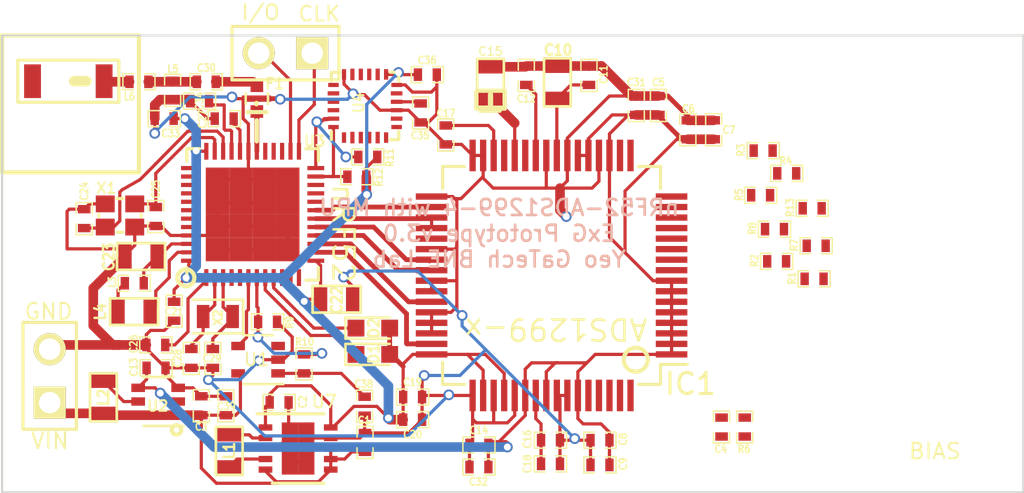
<source format=kicad_pcb>
(kicad_pcb (version 20171130) (host pcbnew "(5.0.0)")

  (general
    (thickness 1.6)
    (drawings 25)
    (tracks 586)
    (zones 0)
    (modules 71)
    (nets 106)
  )

  (page A3)
  (layers
    (0 F.Cu signal)
    (31 B.Cu signal)
    (32 B.Adhes user hide)
    (33 F.Adhes user hide)
    (34 B.Paste user)
    (35 F.Paste user hide)
    (36 B.SilkS user)
    (37 F.SilkS user)
    (38 B.Mask user hide)
    (39 F.Mask user)
    (40 Dwgs.User user hide)
    (41 Cmts.User user)
    (42 Eco1.User user)
    (43 Eco2.User user)
    (44 Edge.Cuts user)
  )

  (setup
    (last_trace_width 0.4572)
    (user_trace_width 0.152)
    (user_trace_width 0.229)
    (trace_clearance 0.1524)
    (zone_clearance 0.508)
    (zone_45_only yes)
    (trace_min 0.05)
    (segment_width 0.2)
    (edge_width 0.1)
    (via_size 0.508)
    (via_drill 0.3302)
    (via_min_size 0.152)
    (via_min_drill 0.3302)
    (uvia_size 0.508)
    (uvia_drill 0.3302)
    (uvias_allowed no)
    (uvia_min_size 0.13)
    (uvia_min_drill 0.3302)
    (pcb_text_width 0.3)
    (pcb_text_size 1.5 1.5)
    (mod_edge_width 0.15)
    (mod_text_size 1 1)
    (mod_text_width 0.15)
    (pad_size 0.635 1.143)
    (pad_drill 0)
    (pad_to_mask_clearance 0.015)
    (aux_axis_origin 0 0)
    (grid_origin 288.13 136.28)
    (visible_elements 7FFEFFBF)
    (pcbplotparams
      (layerselection 0x010f0_80000001)
      (usegerberextensions true)
      (usegerberattributes false)
      (usegerberadvancedattributes false)
      (creategerberjobfile false)
      (excludeedgelayer true)
      (linewidth 0.150000)
      (plotframeref false)
      (viasonmask false)
      (mode 1)
      (useauxorigin false)
      (hpglpennumber 1)
      (hpglpenspeed 20)
      (hpglpendiameter 15.000000)
      (psnegative false)
      (psa4output false)
      (plotreference true)
      (plotvalue true)
      (plotinvisibletext false)
      (padsonsilk false)
      (subtractmaskfromsilk false)
      (outputformat 1)
      (mirror false)
      (drillshape 0)
      (scaleselection 1)
      (outputdirectory "Gerber_nRF52_ExG_v3.2/"))
  )

  (net 0 "")
  (net 1 /DEC1)
  (net 2 /DEC2)
  (net 3 /RF)
  (net 4 /SPI_SCLK)
  (net 5 /SPI_~CS)
  (net 6 /SWDCLK)
  (net 7 /SWDIO)
  (net 8 /~DRDY)
  (net 9 "Net-(A1-Pad1)")
  (net 10 "Net-(A1-Pad2)")
  (net 11 "Net-(L3-Pad1)")
  (net 12 AVSS)
  (net 13 DVDD)
  (net 14 AVDD)
  (net 15 "Net-(IC1-Pad12)")
  (net 16 "Net-(IC1-Pad14)")
  (net 17 "Net-(IC1-Pad16)")
  (net 18 "Net-(IC1-Pad18)")
  (net 19 "Net-(IC1-Pad27)")
  (net 20 "Net-(IC1-Pad29)")
  (net 21 /DIN)
  (net 22 "Net-(IC1-Pad37)")
  (net 23 /DOUT)
  (net 24 "Net-(IC1-Pad60)")
  (net 25 "Net-(IC1-Pad64)")
  (net 26 VCC)
  (net 27 "Net-(C30-Pad2)")
  (net 28 "Net-(L2-Pad1)")
  (net 29 "Net-(U3-Pad28)")
  (net 30 "Net-(U3-Pad27)")
  (net 31 "Net-(U3-Pad11)")
  (net 32 "Net-(U3-Pad10)")
  (net 33 "Net-(U3-Pad4)")
  (net 34 "Net-(U3-Pad22)")
  (net 35 "Net-(U3-Pad21)")
  (net 36 "Net-(U3-Pad41)")
  (net 37 "Net-(U3-Pad42)")
  (net 38 "Net-(U3-Pad44)")
  (net 39 "Net-(IC1-Pad10)")
  (net 40 /VREFP)
  (net 41 /VCAP4)
  (net 42 /VCAP1)
  (net 43 /VCAP3)
  (net 44 /VCAP2)
  (net 45 /LED2)
  (net 46 /LED3)
  (net 47 /~PWDN/RESET)
  (net 48 "Net-(U3-Pad5)")
  (net 49 "Net-(U3-Pad20)")
  (net 50 "Net-(C23-Pad1)")
  (net 51 "Net-(C24-Pad2)")
  (net 52 "Net-(C25-Pad2)")
  (net 53 "Net-(C28-Pad1)")
  (net 54 "Net-(C29-Pad1)")
  (net 55 "Net-(L4-Pad1)")
  (net 56 "Net-(U3-Pad12)")
  (net 57 "Net-(U3-Pad29)")
  (net 58 "Net-(F1-Pad2)")
  (net 59 /DEC3)
  (net 60 "Net-(U3-Pad37)")
  (net 61 "Net-(U3-Pad38)")
  (net 62 "Net-(U3-Pad39)")
  (net 63 "Net-(C35-Pad1)")
  (net 64 /SDI)
  (net 65 /SCL)
  (net 66 "Net-(U4-Pad1)")
  (net 67 "Net-(U4-Pad2)")
  (net 68 "Net-(U4-Pad3)")
  (net 69 "Net-(U4-Pad4)")
  (net 70 "Net-(U4-Pad5)")
  (net 71 "Net-(U4-Pad6)")
  (net 72 "Net-(U4-Pad7)")
  (net 73 "Net-(U4-Pad8)")
  (net 74 "Net-(U4-Pad11)")
  (net 75 "Net-(U4-Pad14)")
  (net 76 "Net-(U4-Pad15)")
  (net 77 "Net-(U4-Pad16)")
  (net 78 "Net-(U4-Pad17)")
  (net 79 "Net-(U4-Pad19)")
  (net 80 "Net-(U4-Pad20)")
  (net 81 "Net-(U4-Pad21)")
  (net 82 "Net-(U4-Pad22)")
  (net 83 "Net-(L1-Pad1)")
  (net 84 "Net-(U3-Pad40)")
  (net 85 "Net-(U3-Pad43)")
  (net 86 "Net-(R3-Pad2)")
  (net 87 "Net-(R4-Pad2)")
  (net 88 "Net-(R7-Pad2)")
  (net 89 "Net-(R8-Pad2)")
  (net 90 "Net-(L1-Pad2)")
  (net 91 /AIN_BAT_DIV_VOLTAGE)
  (net 92 /LOAD_SW_CTRL)
  (net 93 "Net-(U1-Pad3)")
  (net 94 /Vout)
  (net 95 /BIAS_ELEC)
  (net 96 "Net-(C4-Pad2)")
  (net 97 "Net-(IC1-Pad9)")
  (net 98 "Net-(IC1-Pad11)")
  (net 99 "Net-(IC1-Pad13)")
  (net 100 "Net-(IC1-Pad15)")
  (net 101 "Net-(IC1-Pad17)")
  (net 102 "Net-(R1-Pad2)")
  (net 103 "Net-(R2-Pad2)")
  (net 104 "Net-(R5-Pad2)")
  (net 105 "Net-(R13-Pad2)")

  (net_class Default "This is the default net class."
    (clearance 0.1524)
    (trace_width 0.4572)
    (via_dia 0.508)
    (via_drill 0.3302)
    (uvia_dia 0.508)
    (uvia_drill 0.3302)
    (add_net /AIN_BAT_DIV_VOLTAGE)
    (add_net /BIAS_ELEC)
    (add_net /DEC1)
    (add_net /DEC2)
    (add_net /DEC3)
    (add_net /DIN)
    (add_net /DOUT)
    (add_net /LED2)
    (add_net /LED3)
    (add_net /LOAD_SW_CTRL)
    (add_net /RF)
    (add_net /SCL)
    (add_net /SDI)
    (add_net /SPI_SCLK)
    (add_net /SPI_~CS)
    (add_net /SWDCLK)
    (add_net /SWDIO)
    (add_net /VCAP1)
    (add_net /VCAP2)
    (add_net /VCAP3)
    (add_net /VCAP4)
    (add_net /VREFP)
    (add_net /Vout)
    (add_net /~DRDY)
    (add_net /~PWDN/RESET)
    (add_net AVDD)
    (add_net AVSS)
    (add_net DVDD)
    (add_net "Net-(A1-Pad1)")
    (add_net "Net-(A1-Pad2)")
    (add_net "Net-(C23-Pad1)")
    (add_net "Net-(C24-Pad2)")
    (add_net "Net-(C25-Pad2)")
    (add_net "Net-(C28-Pad1)")
    (add_net "Net-(C29-Pad1)")
    (add_net "Net-(C30-Pad2)")
    (add_net "Net-(C35-Pad1)")
    (add_net "Net-(C4-Pad2)")
    (add_net "Net-(F1-Pad2)")
    (add_net "Net-(IC1-Pad10)")
    (add_net "Net-(IC1-Pad11)")
    (add_net "Net-(IC1-Pad12)")
    (add_net "Net-(IC1-Pad13)")
    (add_net "Net-(IC1-Pad14)")
    (add_net "Net-(IC1-Pad15)")
    (add_net "Net-(IC1-Pad16)")
    (add_net "Net-(IC1-Pad17)")
    (add_net "Net-(IC1-Pad18)")
    (add_net "Net-(IC1-Pad27)")
    (add_net "Net-(IC1-Pad29)")
    (add_net "Net-(IC1-Pad37)")
    (add_net "Net-(IC1-Pad60)")
    (add_net "Net-(IC1-Pad64)")
    (add_net "Net-(IC1-Pad9)")
    (add_net "Net-(L1-Pad1)")
    (add_net "Net-(L1-Pad2)")
    (add_net "Net-(L2-Pad1)")
    (add_net "Net-(L3-Pad1)")
    (add_net "Net-(L4-Pad1)")
    (add_net "Net-(R1-Pad2)")
    (add_net "Net-(R13-Pad2)")
    (add_net "Net-(R2-Pad2)")
    (add_net "Net-(R3-Pad2)")
    (add_net "Net-(R4-Pad2)")
    (add_net "Net-(R5-Pad2)")
    (add_net "Net-(R7-Pad2)")
    (add_net "Net-(R8-Pad2)")
    (add_net "Net-(U1-Pad3)")
    (add_net "Net-(U3-Pad10)")
    (add_net "Net-(U3-Pad11)")
    (add_net "Net-(U3-Pad12)")
    (add_net "Net-(U3-Pad20)")
    (add_net "Net-(U3-Pad21)")
    (add_net "Net-(U3-Pad22)")
    (add_net "Net-(U3-Pad27)")
    (add_net "Net-(U3-Pad28)")
    (add_net "Net-(U3-Pad29)")
    (add_net "Net-(U3-Pad37)")
    (add_net "Net-(U3-Pad38)")
    (add_net "Net-(U3-Pad39)")
    (add_net "Net-(U3-Pad4)")
    (add_net "Net-(U3-Pad40)")
    (add_net "Net-(U3-Pad41)")
    (add_net "Net-(U3-Pad42)")
    (add_net "Net-(U3-Pad43)")
    (add_net "Net-(U3-Pad44)")
    (add_net "Net-(U3-Pad5)")
    (add_net "Net-(U4-Pad1)")
    (add_net "Net-(U4-Pad11)")
    (add_net "Net-(U4-Pad14)")
    (add_net "Net-(U4-Pad15)")
    (add_net "Net-(U4-Pad16)")
    (add_net "Net-(U4-Pad17)")
    (add_net "Net-(U4-Pad19)")
    (add_net "Net-(U4-Pad2)")
    (add_net "Net-(U4-Pad20)")
    (add_net "Net-(U4-Pad21)")
    (add_net "Net-(U4-Pad22)")
    (add_net "Net-(U4-Pad3)")
    (add_net "Net-(U4-Pad4)")
    (add_net "Net-(U4-Pad5)")
    (add_net "Net-(U4-Pad6)")
    (add_net "Net-(U4-Pad7)")
    (add_net "Net-(U4-Pad8)")
    (add_net VCC)
  )

  (module SM0402 (layer F.Cu) (tedit 5A304A4D) (tstamp 5A304AE5)
    (at 304.37958 133.71)
    (path /5B9F0E3A)
    (attr smd)
    (fp_text reference R13 (at -1.05 -0.03 90) (layer F.SilkS)
      (effects (font (size 0.35052 0.3048) (thickness 0.07112)))
    )
    (fp_text value 30k (at 0.09906 0) (layer F.SilkS) hide
      (effects (font (size 0.35052 0.3048) (thickness 0.07112)))
    )
    (fp_line (start -0.254 -0.381) (end -0.762 -0.381) (layer F.SilkS) (width 0.07112))
    (fp_line (start -0.762 -0.381) (end -0.762 0.381) (layer F.SilkS) (width 0.07112))
    (fp_line (start -0.762 0.381) (end -0.254 0.381) (layer F.SilkS) (width 0.07112))
    (fp_line (start 0.254 -0.381) (end 0.762 -0.381) (layer F.SilkS) (width 0.07112))
    (fp_line (start 0.762 -0.381) (end 0.762 0.381) (layer F.SilkS) (width 0.07112))
    (fp_line (start 0.762 0.381) (end 0.254 0.381) (layer F.SilkS) (width 0.07112))
    (pad 1 smd rect (at -0.44958 0) (size 0.39878 0.59944) (layers F.Cu F.Paste F.Mask)
      (net 99 "Net-(IC1-Pad13)"))
    (pad 2 smd rect (at 0.44958 0) (size 0.39878 0.59944) (layers F.Cu F.Paste F.Mask)
      (net 105 "Net-(R13-Pad2)"))
    (model smd\chip_cms.wrl
      (offset (xyz 0 0 0.05079999923706055))
      (scale (xyz 0.05 0.05 0.05))
      (rotate (xyz 0 0 0))
    )
  )

  (module Crystals:Crystal_SMD_2012-2pin_2.0x1.2mm (layer F.Cu) (tedit 597F8B80) (tstamp 597F8B8B)
    (at 276.15 138.85 180)
    (descr "SMD Crystal 2012/2 http://txccrystal.com/images/pdf/9ht11.pdf, 2.0x1.2mm^2 package")
    (tags "SMD SMT crystal")
    (path /5980527C)
    (attr smd)
    (fp_text reference X2 (at 0 -0.05 270) (layer F.SilkS)
      (effects (font (size 0.4 0.4) (thickness 0.1)))
    )
    (fp_text value "32.768 kHz" (at 0 1.8 180) (layer F.Fab)
      (effects (font (size 1 1) (thickness 0.15)))
    )
    (fp_text user %R (at 0 0 180) (layer F.Fab)
      (effects (font (size 0.5 0.5) (thickness 0.075)))
    )
    (fp_line (start -1 -0.6) (end -1 0.6) (layer F.Fab) (width 0.1))
    (fp_line (start -1 0.6) (end 1 0.6) (layer F.Fab) (width 0.1))
    (fp_line (start 1 0.6) (end 1 -0.6) (layer F.Fab) (width 0.1))
    (fp_line (start 1 -0.6) (end -1 -0.6) (layer F.Fab) (width 0.1))
    (fp_line (start -1 0.1) (end -0.5 0.6) (layer F.Fab) (width 0.1))
    (fp_line (start 1.2 -0.8) (end -1.2 -0.8) (layer F.SilkS) (width 0.12))
    (fp_line (start -1.2 -0.8) (end -1.2 0.8) (layer F.SilkS) (width 0.12))
    (fp_line (start -1.2 0.8) (end 1.2 0.8) (layer F.SilkS) (width 0.12))
    (fp_line (start -1.3 -0.9) (end -1.3 0.9) (layer F.CrtYd) (width 0.05))
    (fp_line (start -1.3 0.9) (end 1.3 0.9) (layer F.CrtYd) (width 0.05))
    (fp_line (start 1.3 0.9) (end 1.3 -0.9) (layer F.CrtYd) (width 0.05))
    (fp_line (start 1.3 -0.9) (end -1.3 -0.9) (layer F.CrtYd) (width 0.05))
    (fp_circle (center 0 0) (end 0.2 0) (layer F.Adhes) (width 0.1))
    (fp_circle (center 0 0) (end 0.166667 0) (layer F.Adhes) (width 0.066667))
    (fp_circle (center 0 0) (end 0.106667 0) (layer F.Adhes) (width 0.066667))
    (fp_circle (center 0 0) (end 0.046667 0) (layer F.Adhes) (width 0.093333))
    (pad 1 smd rect (at -0.7 0 180) (size 0.6 1.1) (layers F.Cu F.Paste F.Mask)
      (net 54 "Net-(C29-Pad1)"))
    (pad 2 smd rect (at 0.7 0 180) (size 0.6 1.1) (layers F.Cu F.Paste F.Mask)
      (net 53 "Net-(C28-Pad1)"))
    (model ${KISYS3DMOD}/Crystals.3dshapes/Crystal_SMD_2012-2pin_2.0x1.2mm.wrl
      (at (xyz 0 0 0))
      (scale (xyz 1 1 1))
      (rotate (xyz 0 0 0))
    )
  )

  (module SM0402 (layer F.Cu) (tedit 5A302161) (tstamp 5A30222A)
    (at 280.24 141.1 270)
    (path /5A334288)
    (attr smd)
    (fp_text reference R10 (at -1.05 -0.03) (layer F.SilkS)
      (effects (font (size 0.35052 0.3048) (thickness 0.07112)))
    )
    (fp_text value 1M (at 0.09906 0 270) (layer F.SilkS) hide
      (effects (font (size 0.35052 0.3048) (thickness 0.07112)))
    )
    (fp_line (start -0.254 -0.381) (end -0.762 -0.381) (layer F.SilkS) (width 0.07112))
    (fp_line (start -0.762 -0.381) (end -0.762 0.381) (layer F.SilkS) (width 0.07112))
    (fp_line (start -0.762 0.381) (end -0.254 0.381) (layer F.SilkS) (width 0.07112))
    (fp_line (start 0.254 -0.381) (end 0.762 -0.381) (layer F.SilkS) (width 0.07112))
    (fp_line (start 0.762 -0.381) (end 0.762 0.381) (layer F.SilkS) (width 0.07112))
    (fp_line (start 0.762 0.381) (end 0.254 0.381) (layer F.SilkS) (width 0.07112))
    (pad 1 smd rect (at -0.44958 0 270) (size 0.39878 0.59944) (layers F.Cu F.Paste F.Mask)
      (net 91 /AIN_BAT_DIV_VOLTAGE))
    (pad 2 smd rect (at 0.44958 0 270) (size 0.39878 0.59944) (layers F.Cu F.Paste F.Mask)
      (net 94 /Vout))
    (model smd\chip_cms.wrl
      (offset (xyz 0 0 0.05079999923706055))
      (scale (xyz 0.05 0.05 0.05))
      (rotate (xyz 0 0 0))
    )
  )

  (module SM0402 (layer F.Cu) (tedit 5A30215C) (tstamp 5A302205)
    (at 278.51 139.1 180)
    (path /5A333F5F)
    (attr smd)
    (fp_text reference R9 (at -1.05 -0.03 270) (layer F.SilkS)
      (effects (font (size 0.35052 0.3048) (thickness 0.07112)))
    )
    (fp_text value 1M (at 0.09906 0 180) (layer F.SilkS) hide
      (effects (font (size 0.35052 0.3048) (thickness 0.07112)))
    )
    (fp_line (start -0.254 -0.381) (end -0.762 -0.381) (layer F.SilkS) (width 0.07112))
    (fp_line (start -0.762 -0.381) (end -0.762 0.381) (layer F.SilkS) (width 0.07112))
    (fp_line (start -0.762 0.381) (end -0.254 0.381) (layer F.SilkS) (width 0.07112))
    (fp_line (start 0.254 -0.381) (end 0.762 -0.381) (layer F.SilkS) (width 0.07112))
    (fp_line (start 0.762 -0.381) (end 0.762 0.381) (layer F.SilkS) (width 0.07112))
    (fp_line (start 0.762 0.381) (end 0.254 0.381) (layer F.SilkS) (width 0.07112))
    (pad 1 smd rect (at -0.44958 0 180) (size 0.39878 0.59944) (layers F.Cu F.Paste F.Mask)
      (net 12 AVSS))
    (pad 2 smd rect (at 0.44958 0 180) (size 0.39878 0.59944) (layers F.Cu F.Paste F.Mask)
      (net 91 /AIN_BAT_DIV_VOLTAGE))
    (model smd\chip_cms.wrl
      (offset (xyz 0 0 0.05079999923706055))
      (scale (xyz 0.05 0.05 0.05))
      (rotate (xyz 0 0 0))
    )
  )

  (module SM0402 (layer F.Cu) (tedit 5A30229C) (tstamp 5A3021DF)
    (at 276.53 143.09 90)
    (path /5A32B18C)
    (attr smd)
    (fp_text reference C39 (at -0.03 0.02 180) (layer F.SilkS)
      (effects (font (size 0.35052 0.3048) (thickness 0.07112)))
    )
    (fp_text value 10uF (at 0.09906 0 90) (layer F.SilkS) hide
      (effects (font (size 0.35052 0.3048) (thickness 0.07112)))
    )
    (fp_line (start -0.254 -0.381) (end -0.762 -0.381) (layer F.SilkS) (width 0.07112))
    (fp_line (start -0.762 -0.381) (end -0.762 0.381) (layer F.SilkS) (width 0.07112))
    (fp_line (start -0.762 0.381) (end -0.254 0.381) (layer F.SilkS) (width 0.07112))
    (fp_line (start 0.254 -0.381) (end 0.762 -0.381) (layer F.SilkS) (width 0.07112))
    (fp_line (start 0.762 -0.381) (end 0.762 0.381) (layer F.SilkS) (width 0.07112))
    (fp_line (start 0.762 0.381) (end 0.254 0.381) (layer F.SilkS) (width 0.07112))
    (pad 1 smd rect (at -0.44958 0 90) (size 0.39878 0.59944) (layers F.Cu F.Paste F.Mask)
      (net 26 VCC))
    (pad 2 smd rect (at 0.44958 0 90) (size 0.39878 0.59944) (layers F.Cu F.Paste F.Mask)
      (net 12 AVSS))
    (model smd\chip_cms.wrl
      (offset (xyz 0 0 0.05079999923706055))
      (scale (xyz 0.05 0.05 0.05))
      (rotate (xyz 0 0 0))
    )
  )

  (module SM0402 (layer F.Cu) (tedit 5A302143) (tstamp 5A3021D2)
    (at 283.12 143.11 270)
    (path /5A33478D)
    (attr smd)
    (fp_text reference C38 (at -1.05 0.04) (layer F.SilkS)
      (effects (font (size 0.35052 0.3048) (thickness 0.07112)))
    )
    (fp_text value 10uF (at 0.09906 0 270) (layer F.SilkS) hide
      (effects (font (size 0.35052 0.3048) (thickness 0.07112)))
    )
    (fp_line (start -0.254 -0.381) (end -0.762 -0.381) (layer F.SilkS) (width 0.07112))
    (fp_line (start -0.762 -0.381) (end -0.762 0.381) (layer F.SilkS) (width 0.07112))
    (fp_line (start -0.762 0.381) (end -0.254 0.381) (layer F.SilkS) (width 0.07112))
    (fp_line (start 0.254 -0.381) (end 0.762 -0.381) (layer F.SilkS) (width 0.07112))
    (fp_line (start 0.762 -0.381) (end 0.762 0.381) (layer F.SilkS) (width 0.07112))
    (fp_line (start 0.762 0.381) (end 0.254 0.381) (layer F.SilkS) (width 0.07112))
    (pad 1 smd rect (at -0.44958 0 270) (size 0.39878 0.59944) (layers F.Cu F.Paste F.Mask)
      (net 94 /Vout))
    (pad 2 smd rect (at 0.44958 0 270) (size 0.39878 0.59944) (layers F.Cu F.Paste F.Mask)
      (net 12 AVSS))
    (model smd\chip_cms.wrl
      (offset (xyz 0 0 0.05079999923706055))
      (scale (xyz 0.05 0.05 0.05))
      (rotate (xyz 0 0 0))
    )
  )

  (module SM0402 (layer F.Cu) (tedit 5A25BC4B) (tstamp 5A25BD04)
    (at 302.58958 134.7)
    (path /5B9F0ED6)
    (attr smd)
    (fp_text reference R8 (at -1.05 -0.03 90) (layer F.SilkS)
      (effects (font (size 0.35052 0.3048) (thickness 0.07112)))
    )
    (fp_text value 30k (at 0.09906 0) (layer F.SilkS) hide
      (effects (font (size 0.35052 0.3048) (thickness 0.07112)))
    )
    (fp_line (start -0.254 -0.381) (end -0.762 -0.381) (layer F.SilkS) (width 0.07112))
    (fp_line (start -0.762 -0.381) (end -0.762 0.381) (layer F.SilkS) (width 0.07112))
    (fp_line (start -0.762 0.381) (end -0.254 0.381) (layer F.SilkS) (width 0.07112))
    (fp_line (start 0.254 -0.381) (end 0.762 -0.381) (layer F.SilkS) (width 0.07112))
    (fp_line (start 0.762 -0.381) (end 0.762 0.381) (layer F.SilkS) (width 0.07112))
    (fp_line (start 0.762 0.381) (end 0.254 0.381) (layer F.SilkS) (width 0.07112))
    (pad 1 smd rect (at -0.44958 0) (size 0.39878 0.59944) (layers F.Cu F.Paste F.Mask)
      (net 15 "Net-(IC1-Pad12)"))
    (pad 2 smd rect (at 0.44958 0) (size 0.39878 0.59944) (layers F.Cu F.Paste F.Mask)
      (net 89 "Net-(R8-Pad2)"))
    (model smd\chip_cms.wrl
      (offset (xyz 0 0 0.05079999923706055))
      (scale (xyz 0.05 0.05 0.05))
      (rotate (xyz 0 0 0))
    )
  )

  (module SM0402 (layer F.Cu) (tedit 5A25BC40) (tstamp 5A25BCDE)
    (at 304.57 135.49)
    (path /5B9F0F78)
    (attr smd)
    (fp_text reference R7 (at -1.05 -0.03 90) (layer F.SilkS)
      (effects (font (size 0.35052 0.3048) (thickness 0.07112)))
    )
    (fp_text value 30k (at 0.09906 0) (layer F.SilkS) hide
      (effects (font (size 0.35052 0.3048) (thickness 0.07112)))
    )
    (fp_line (start -0.254 -0.381) (end -0.762 -0.381) (layer F.SilkS) (width 0.07112))
    (fp_line (start -0.762 -0.381) (end -0.762 0.381) (layer F.SilkS) (width 0.07112))
    (fp_line (start -0.762 0.381) (end -0.254 0.381) (layer F.SilkS) (width 0.07112))
    (fp_line (start 0.254 -0.381) (end 0.762 -0.381) (layer F.SilkS) (width 0.07112))
    (fp_line (start 0.762 -0.381) (end 0.762 0.381) (layer F.SilkS) (width 0.07112))
    (fp_line (start 0.762 0.381) (end 0.254 0.381) (layer F.SilkS) (width 0.07112))
    (pad 1 smd rect (at -0.44958 0) (size 0.39878 0.59944) (layers F.Cu F.Paste F.Mask)
      (net 98 "Net-(IC1-Pad11)"))
    (pad 2 smd rect (at 0.44958 0) (size 0.39878 0.59944) (layers F.Cu F.Paste F.Mask)
      (net 88 "Net-(R7-Pad2)"))
    (model smd\chip_cms.wrl
      (offset (xyz 0 0 0.05079999923706055))
      (scale (xyz 0.05 0.05 0.05))
      (rotate (xyz 0 0 0))
    )
  )

  (module Housings_QFP:TQFP-64_10x10mm_Pitch0.5mm (layer F.Cu) (tedit 58A7C02C) (tstamp 58A5E61F)
    (at 292 136.9 180)
    (descr "64-Lead Plastic Thin Quad Flatpack (PT) - 10x10x1 mm Body, 2.00 mm Footprint [TQFP] (see Microchip Packaging Specification 00000049BS.pdf)")
    (tags "QFP 0.5")
    (path /588AD1DC)
    (attr smd)
    (fp_text reference IC1 (at -6.6 -5.15 180) (layer F.SilkS)
      (effects (font (size 1 1) (thickness 0.15)))
    )
    (fp_text value ADS1299 (at 0 7.45 180) (layer F.Fab)
      (effects (font (size 1 1) (thickness 0.15)))
    )
    (fp_text user %R (at 0 0 180) (layer F.Fab)
      (effects (font (size 1 1) (thickness 0.15)))
    )
    (fp_line (start -4 -5) (end 5 -5) (layer F.Fab) (width 0.15))
    (fp_line (start 5 -5) (end 5 5) (layer F.Fab) (width 0.15))
    (fp_line (start 5 5) (end -5 5) (layer F.Fab) (width 0.15))
    (fp_line (start -5 5) (end -5 -4) (layer F.Fab) (width 0.15))
    (fp_line (start -5 -4) (end -4 -5) (layer F.Fab) (width 0.15))
    (fp_line (start -6.7 -6.7) (end -6.7 6.7) (layer F.CrtYd) (width 0.05))
    (fp_line (start 6.7 -6.7) (end 6.7 6.7) (layer F.CrtYd) (width 0.05))
    (fp_line (start -6.7 -6.7) (end 6.7 -6.7) (layer F.CrtYd) (width 0.05))
    (fp_line (start -6.7 6.7) (end 6.7 6.7) (layer F.CrtYd) (width 0.05))
    (fp_line (start -5.175 -5.175) (end -5.175 -4.225) (layer F.SilkS) (width 0.15))
    (fp_line (start 5.175 -5.175) (end 5.175 -4.125) (layer F.SilkS) (width 0.15))
    (fp_line (start 5.175 5.175) (end 5.175 4.125) (layer F.SilkS) (width 0.15))
    (fp_line (start -5.175 5.175) (end -5.175 4.125) (layer F.SilkS) (width 0.15))
    (fp_line (start -5.175 -5.175) (end -4.125 -5.175) (layer F.SilkS) (width 0.15))
    (fp_line (start -5.175 5.175) (end -4.125 5.175) (layer F.SilkS) (width 0.15))
    (fp_line (start 5.175 5.175) (end 4.125 5.175) (layer F.SilkS) (width 0.15))
    (fp_line (start 5.175 -5.175) (end 4.125 -5.175) (layer F.SilkS) (width 0.15))
    (fp_line (start -5.175 -4.225) (end -6.45 -4.225) (layer F.SilkS) (width 0.15))
    (pad 1 smd rect (at -5.7 -3.75 180) (size 1.5 0.3) (layers F.Cu F.Paste F.Mask)
      (net 14 AVDD))
    (pad 2 smd rect (at -5.7 -3.25 180) (size 1.5 0.3) (layers F.Cu F.Paste F.Mask)
      (net 14 AVDD))
    (pad 3 smd rect (at -5.7 -2.75 180) (size 1.5 0.3) (layers F.Cu F.Paste F.Mask)
      (net 14 AVDD))
    (pad 4 smd rect (at -5.7 -2.25 180) (size 1.5 0.3) (layers F.Cu F.Paste F.Mask)
      (net 14 AVDD))
    (pad 5 smd rect (at -5.7 -1.75 180) (size 1.5 0.3) (layers F.Cu F.Paste F.Mask)
      (net 14 AVDD))
    (pad 6 smd rect (at -5.7 -1.25 180) (size 1.5 0.3) (layers F.Cu F.Paste F.Mask)
      (net 14 AVDD))
    (pad 7 smd rect (at -5.7 -0.75 180) (size 1.5 0.3) (layers F.Cu F.Paste F.Mask)
      (net 14 AVDD))
    (pad 8 smd rect (at -5.7 -0.25 180) (size 1.5 0.3) (layers F.Cu F.Paste F.Mask)
      (net 14 AVDD))
    (pad 9 smd rect (at -5.7 0.25 180) (size 1.5 0.3) (layers F.Cu F.Paste F.Mask)
      (net 97 "Net-(IC1-Pad9)"))
    (pad 10 smd rect (at -5.7 0.75 180) (size 1.5 0.3) (layers F.Cu F.Paste F.Mask)
      (net 39 "Net-(IC1-Pad10)"))
    (pad 11 smd rect (at -5.7 1.25 180) (size 1.5 0.3) (layers F.Cu F.Paste F.Mask)
      (net 98 "Net-(IC1-Pad11)"))
    (pad 12 smd rect (at -5.7 1.75 180) (size 1.5 0.3) (layers F.Cu F.Paste F.Mask)
      (net 15 "Net-(IC1-Pad12)"))
    (pad 13 smd rect (at -5.7 2.25 180) (size 1.5 0.3) (layers F.Cu F.Paste F.Mask)
      (net 99 "Net-(IC1-Pad13)"))
    (pad 14 smd rect (at -5.7 2.75 180) (size 1.5 0.3) (layers F.Cu F.Paste F.Mask)
      (net 16 "Net-(IC1-Pad14)"))
    (pad 15 smd rect (at -5.7 3.25 180) (size 1.5 0.3) (layers F.Cu F.Paste F.Mask)
      (net 100 "Net-(IC1-Pad15)"))
    (pad 16 smd rect (at -5.7 3.75 180) (size 1.5 0.3) (layers F.Cu F.Paste F.Mask)
      (net 17 "Net-(IC1-Pad16)"))
    (pad 17 smd rect (at -3.75 5.7 270) (size 1.5 0.3) (layers F.Cu F.Paste F.Mask)
      (net 101 "Net-(IC1-Pad17)"))
    (pad 18 smd rect (at -3.25 5.7 270) (size 1.5 0.3) (layers F.Cu F.Paste F.Mask)
      (net 18 "Net-(IC1-Pad18)"))
    (pad 19 smd rect (at -2.75 5.7 270) (size 1.5 0.3) (layers F.Cu F.Paste F.Mask)
      (net 14 AVDD))
    (pad 20 smd rect (at -2.25 5.7 270) (size 1.5 0.3) (layers F.Cu F.Paste F.Mask)
      (net 12 AVSS))
    (pad 21 smd rect (at -1.75 5.7 270) (size 1.5 0.3) (layers F.Cu F.Paste F.Mask)
      (net 14 AVDD))
    (pad 22 smd rect (at -1.25 5.7 270) (size 1.5 0.3) (layers F.Cu F.Paste F.Mask)
      (net 14 AVDD))
    (pad 23 smd rect (at -0.75 5.7 270) (size 1.5 0.3) (layers F.Cu F.Paste F.Mask)
      (net 12 AVSS))
    (pad 24 smd rect (at -0.25 5.7 270) (size 1.5 0.3) (layers F.Cu F.Paste F.Mask)
      (net 40 /VREFP))
    (pad 25 smd rect (at 0.25 5.7 270) (size 1.5 0.3) (layers F.Cu F.Paste F.Mask)
      (net 12 AVSS))
    (pad 26 smd rect (at 0.75 5.7 270) (size 1.5 0.3) (layers F.Cu F.Paste F.Mask)
      (net 41 /VCAP4))
    (pad 27 smd rect (at 1.25 5.7 270) (size 1.5 0.3) (layers F.Cu F.Paste F.Mask)
      (net 19 "Net-(IC1-Pad27)"))
    (pad 28 smd rect (at 1.75 5.7 270) (size 1.5 0.3) (layers F.Cu F.Paste F.Mask)
      (net 42 /VCAP1))
    (pad 29 smd rect (at 2.25 5.7 270) (size 1.5 0.3) (layers F.Cu F.Paste F.Mask)
      (net 20 "Net-(IC1-Pad29)"))
    (pad 30 smd rect (at 2.75 5.7 270) (size 1.5 0.3) (layers F.Cu F.Paste F.Mask)
      (net 44 /VCAP2))
    (pad 31 smd rect (at 3.25 5.7 270) (size 1.5 0.3) (layers F.Cu F.Paste F.Mask)
      (net 12 AVSS))
    (pad 32 smd rect (at 3.75 5.7 270) (size 1.5 0.3) (layers F.Cu F.Paste F.Mask)
      (net 12 AVSS))
    (pad 33 smd rect (at 5.7 3.75 180) (size 1.5 0.3) (layers F.Cu F.Paste F.Mask)
      (net 12 AVSS))
    (pad 34 smd rect (at 5.7 3.25 180) (size 1.5 0.3) (layers F.Cu F.Paste F.Mask)
      (net 21 /DIN))
    (pad 35 smd rect (at 5.7 2.75 180) (size 1.5 0.3) (layers F.Cu F.Paste F.Mask)
      (net 47 /~PWDN/RESET))
    (pad 36 smd rect (at 5.7 2.25 180) (size 1.5 0.3) (layers F.Cu F.Paste F.Mask)
      (net 47 /~PWDN/RESET))
    (pad 37 smd rect (at 5.7 1.75 180) (size 1.5 0.3) (layers F.Cu F.Paste F.Mask)
      (net 22 "Net-(IC1-Pad37)"))
    (pad 38 smd rect (at 5.7 1.25 180) (size 1.5 0.3) (layers F.Cu F.Paste F.Mask)
      (net 12 AVSS))
    (pad 39 smd rect (at 5.7 0.75 180) (size 1.5 0.3) (layers F.Cu F.Paste F.Mask)
      (net 5 /SPI_~CS))
    (pad 40 smd rect (at 5.7 0.25 180) (size 1.5 0.3) (layers F.Cu F.Paste F.Mask)
      (net 4 /SPI_SCLK))
    (pad 41 smd rect (at 5.7 -0.25 180) (size 1.5 0.3) (layers F.Cu F.Paste F.Mask)
      (net 12 AVSS))
    (pad 42 smd rect (at 5.7 -0.75 180) (size 1.5 0.3) (layers F.Cu F.Paste F.Mask)
      (net 12 AVSS))
    (pad 43 smd rect (at 5.7 -1.25 180) (size 1.5 0.3) (layers F.Cu F.Paste F.Mask)
      (net 23 /DOUT))
    (pad 44 smd rect (at 5.7 -1.75 180) (size 1.5 0.3) (layers F.Cu F.Paste F.Mask)
      (net 12 AVSS))
    (pad 45 smd rect (at 5.7 -2.25 180) (size 1.5 0.3) (layers F.Cu F.Paste F.Mask)
      (net 12 AVSS))
    (pad 46 smd rect (at 5.7 -2.75 180) (size 1.5 0.3) (layers F.Cu F.Paste F.Mask)
      (net 12 AVSS))
    (pad 47 smd rect (at 5.7 -3.25 180) (size 1.5 0.3) (layers F.Cu F.Paste F.Mask)
      (net 8 /~DRDY))
    (pad 48 smd rect (at 5.7 -3.75 180) (size 1.5 0.3) (layers F.Cu F.Paste F.Mask)
      (net 13 DVDD))
    (pad 49 smd rect (at 3.75 -5.7 270) (size 1.5 0.3) (layers F.Cu F.Paste F.Mask)
      (net 12 AVSS))
    (pad 50 smd rect (at 3.25 -5.7 270) (size 1.5 0.3) (layers F.Cu F.Paste F.Mask)
      (net 13 DVDD))
    (pad 51 smd rect (at 2.75 -5.7 270) (size 1.5 0.3) (layers F.Cu F.Paste F.Mask)
      (net 12 AVSS))
    (pad 52 smd rect (at 2.25 -5.7 270) (size 1.5 0.3) (layers F.Cu F.Paste F.Mask)
      (net 13 DVDD))
    (pad 53 smd rect (at 1.75 -5.7 270) (size 1.5 0.3) (layers F.Cu F.Paste F.Mask)
      (net 12 AVSS))
    (pad 54 smd rect (at 1.25 -5.7 270) (size 1.5 0.3) (layers F.Cu F.Paste F.Mask)
      (net 14 AVDD))
    (pad 55 smd rect (at 0.75 -5.7 270) (size 1.5 0.3) (layers F.Cu F.Paste F.Mask)
      (net 43 /VCAP3))
    (pad 56 smd rect (at 0.25 -5.7 270) (size 1.5 0.3) (layers F.Cu F.Paste F.Mask)
      (net 14 AVDD))
    (pad 57 smd rect (at -0.25 -5.7 270) (size 1.5 0.3) (layers F.Cu F.Paste F.Mask)
      (net 12 AVSS))
    (pad 58 smd rect (at -0.75 -5.7 270) (size 1.5 0.3) (layers F.Cu F.Paste F.Mask)
      (net 12 AVSS))
    (pad 59 smd rect (at -1.25 -5.7 270) (size 1.5 0.3) (layers F.Cu F.Paste F.Mask)
      (net 14 AVDD))
    (pad 60 smd rect (at -1.75 -5.7 270) (size 1.5 0.3) (layers F.Cu F.Paste F.Mask)
      (net 24 "Net-(IC1-Pad60)"))
    (pad 61 smd rect (at -2.25 -5.7 270) (size 1.5 0.3) (layers F.Cu F.Paste F.Mask)
      (net 96 "Net-(C4-Pad2)"))
    (pad 62 smd rect (at -2.75 -5.7 270) (size 1.5 0.3) (layers F.Cu F.Paste F.Mask)
      (net 95 /BIAS_ELEC))
    (pad 63 smd rect (at -3.25 -5.7 270) (size 1.5 0.3) (layers F.Cu F.Paste F.Mask)
      (net 95 /BIAS_ELEC))
    (pad 64 smd rect (at -3.75 -5.7 270) (size 1.5 0.3) (layers F.Cu F.Paste F.Mask)
      (net 25 "Net-(IC1-Pad64)"))
    (model Housings_QFP.3dshapes/TQFP-64_10x10mm_Pitch0.5mm.wrl
      (at (xyz 0 0 0))
      (scale (xyz 1 1 1))
      (rotate (xyz 0 0 0))
    )
  )

  (module SM0603 (layer F.Cu) (tedit 5A25976A) (tstamp 5A259B7D)
    (at 276.69 145.23 90)
    (path /5A2629BB)
    (attr smd)
    (fp_text reference L1 (at 0 0 90) (layer F.SilkS)
      (effects (font (size 0.508 0.4572) (thickness 0.1143)))
    )
    (fp_text value 2.2µH (at 0 0 90) (layer F.SilkS) hide
      (effects (font (size 0.508 0.4572) (thickness 0.1143)))
    )
    (fp_line (start -1.143 -0.635) (end 1.143 -0.635) (layer F.SilkS) (width 0.127))
    (fp_line (start 1.143 -0.635) (end 1.143 0.635) (layer F.SilkS) (width 0.127))
    (fp_line (start 1.143 0.635) (end -1.143 0.635) (layer F.SilkS) (width 0.127))
    (fp_line (start -1.143 0.635) (end -1.143 -0.635) (layer F.SilkS) (width 0.127))
    (pad 1 smd rect (at -0.762 0 90) (size 0.635 1.143) (layers F.Cu F.Paste F.Mask)
      (net 83 "Net-(L1-Pad1)"))
    (pad 2 smd rect (at 0.762 0 90) (size 0.635 1.143) (layers F.Cu F.Paste F.Mask)
      (net 90 "Net-(L1-Pad2)"))
    (model smd\resistors\R0603.wrl
      (offset (xyz 0 0 0.02539999961853028))
      (scale (xyz 0.5 0.5 0.5))
      (rotate (xyz 0 0 0))
    )
  )

  (module SM0402 (layer F.Cu) (tedit 5A25978B) (tstamp 5A259B0F)
    (at 283.14 144.83 270)
    (path /5A25CEB1)
    (attr smd)
    (fp_text reference C1 (at -1.05 0.04) (layer F.SilkS)
      (effects (font (size 0.35052 0.3048) (thickness 0.07112)))
    )
    (fp_text value 10uF (at 0.09906 0 270) (layer F.SilkS) hide
      (effects (font (size 0.35052 0.3048) (thickness 0.07112)))
    )
    (fp_line (start -0.254 -0.381) (end -0.762 -0.381) (layer F.SilkS) (width 0.07112))
    (fp_line (start -0.762 -0.381) (end -0.762 0.381) (layer F.SilkS) (width 0.07112))
    (fp_line (start -0.762 0.381) (end -0.254 0.381) (layer F.SilkS) (width 0.07112))
    (fp_line (start 0.254 -0.381) (end 0.762 -0.381) (layer F.SilkS) (width 0.07112))
    (fp_line (start 0.762 -0.381) (end 0.762 0.381) (layer F.SilkS) (width 0.07112))
    (fp_line (start 0.762 0.381) (end 0.254 0.381) (layer F.SilkS) (width 0.07112))
    (pad 1 smd rect (at -0.44958 0 270) (size 0.39878 0.59944) (layers F.Cu F.Paste F.Mask)
      (net 12 AVSS))
    (pad 2 smd rect (at 0.44958 0 270) (size 0.39878 0.59944) (layers F.Cu F.Paste F.Mask)
      (net 26 VCC))
    (model smd\chip_cms.wrl
      (offset (xyz 0 0 0.05079999923706055))
      (scale (xyz 0.05 0.05 0.05))
      (rotate (xyz 0 0 0))
    )
  )

  (module SM0402 (layer F.Cu) (tedit 597FDE4B) (tstamp 597FDC66)
    (at 274.07 138.6 90)
    (path /5980E790)
    (attr smd)
    (fp_text reference C21 (at -0.02 0 180) (layer F.SilkS)
      (effects (font (size 0.35052 0.3048) (thickness 0.07112)))
    )
    (fp_text value 4.7µF (at 0.09906 0 90) (layer F.SilkS) hide
      (effects (font (size 0.35052 0.3048) (thickness 0.07112)))
    )
    (fp_line (start -0.254 -0.381) (end -0.762 -0.381) (layer F.SilkS) (width 0.07112))
    (fp_line (start -0.762 -0.381) (end -0.762 0.381) (layer F.SilkS) (width 0.07112))
    (fp_line (start -0.762 0.381) (end -0.254 0.381) (layer F.SilkS) (width 0.07112))
    (fp_line (start 0.254 -0.381) (end 0.762 -0.381) (layer F.SilkS) (width 0.07112))
    (fp_line (start 0.762 -0.381) (end 0.762 0.381) (layer F.SilkS) (width 0.07112))
    (fp_line (start 0.762 0.381) (end 0.254 0.381) (layer F.SilkS) (width 0.07112))
    (pad 1 smd rect (at -0.44958 0 90) (size 0.39878 0.59944) (layers F.Cu F.Paste F.Mask)
      (net 12 AVSS))
    (pad 2 smd rect (at 0.44958 0 90) (size 0.39878 0.59944) (layers F.Cu F.Paste F.Mask)
      (net 13 DVDD))
    (model smd\chip_cms.wrl
      (offset (xyz 0 0 0.05079999923706055))
      (scale (xyz 0.05 0.05 0.05))
      (rotate (xyz 0 0 0))
    )
  )

  (module Housings_DFN_QFN:QFN-24_3x3mm_Pitch0.4mm (layer F.Cu) (tedit 597FDE05) (tstamp 597FB5D5)
    (at 283.14 128.85 90)
    (descr "24-Lead Plastic QFN (3mm x 3mm); Pitch 0.4mm")
    (tags "QFN 0.4")
    (path /59857BF3)
    (attr smd)
    (fp_text reference U4 (at 0.16 -0.3 90) (layer F.SilkS)
      (effects (font (size 0.5 0.5) (thickness 0.09)))
    )
    (fp_text value MPU-9250 (at 0 3.25 90) (layer F.Fab)
      (effects (font (size 1 1) (thickness 0.15)))
    )
    (fp_line (start -0.5 -1.5) (end 1.5 -1.5) (layer F.Fab) (width 0.15))
    (fp_line (start 1.5 -1.5) (end 1.5 1.5) (layer F.Fab) (width 0.15))
    (fp_line (start 1.5 1.5) (end -1.5 1.5) (layer F.Fab) (width 0.15))
    (fp_line (start -1.5 1.5) (end -1.5 -0.5) (layer F.Fab) (width 0.15))
    (fp_line (start -1.5 -0.5) (end -0.5 -1.5) (layer F.Fab) (width 0.15))
    (fp_line (start 2.05 -2.05) (end 2.05 2.05) (layer F.CrtYd) (width 0.05))
    (fp_line (start 2.05 2.05) (end -2.05 2.05) (layer F.CrtYd) (width 0.05))
    (fp_line (start -2.05 2.05) (end -2.05 -2.05) (layer F.CrtYd) (width 0.05))
    (fp_line (start -2.05 -2.05) (end 2.05 -2.05) (layer F.CrtYd) (width 0.05))
    (fp_line (start -1.6 1.6) (end -1.6 1.2) (layer F.SilkS) (width 0.15))
    (fp_line (start -1.6 1.6) (end -1.2 1.6) (layer F.SilkS) (width 0.15))
    (fp_line (start 1.6 1.6) (end 1.6 1.2) (layer F.SilkS) (width 0.15))
    (fp_line (start 1.6 1.6) (end 1.2 1.6) (layer F.SilkS) (width 0.15))
    (fp_line (start 1.6 -1.6) (end 1.6 -1.2) (layer F.SilkS) (width 0.15))
    (fp_line (start 1.6 -1.6) (end 1.2 -1.6) (layer F.SilkS) (width 0.15))
    (fp_line (start -1.6 -1.6) (end -1.2 -1.6) (layer F.SilkS) (width 0.15))
    (pad 1 smd rect (at -1.5 -1 90) (size 0.5 0.2) (layers F.Cu F.Paste F.Mask)
      (net 66 "Net-(U4-Pad1)"))
    (pad 2 smd rect (at -1.5 -0.6 90) (size 0.55 0.2) (layers F.Cu F.Paste F.Mask)
      (net 67 "Net-(U4-Pad2)"))
    (pad 3 smd rect (at -1.5 -0.2 90) (size 0.55 0.2) (layers F.Cu F.Paste F.Mask)
      (net 68 "Net-(U4-Pad3)"))
    (pad 4 smd rect (at -1.5 0.2 90) (size 0.55 0.2) (layers F.Cu F.Paste F.Mask)
      (net 69 "Net-(U4-Pad4)"))
    (pad 5 smd rect (at -1.5 0.6 90) (size 0.55 0.2) (layers F.Cu F.Paste F.Mask)
      (net 70 "Net-(U4-Pad5)"))
    (pad 6 smd rect (at -1.5 1 90) (size 0.5 0.2) (layers F.Cu F.Paste F.Mask)
      (net 71 "Net-(U4-Pad6)"))
    (pad 7 smd rect (at -1 1.5 180) (size 0.5 0.2) (layers F.Cu F.Paste F.Mask)
      (net 72 "Net-(U4-Pad7)"))
    (pad 8 smd rect (at -0.6 1.5 180) (size 0.55 0.2) (layers F.Cu F.Paste F.Mask)
      (net 73 "Net-(U4-Pad8)"))
    (pad 9 smd rect (at -0.2 1.5 180) (size 0.55 0.2) (layers F.Cu F.Paste F.Mask)
      (net 12 AVSS))
    (pad 10 smd rect (at 0.2 1.5 180) (size 0.55 0.2) (layers F.Cu F.Paste F.Mask)
      (net 63 "Net-(C35-Pad1)"))
    (pad 11 smd rect (at 0.6 1.5 180) (size 0.55 0.2) (layers F.Cu F.Paste F.Mask)
      (net 74 "Net-(U4-Pad11)"))
    (pad 12 smd rect (at 1 1.5 180) (size 0.5 0.2) (layers F.Cu F.Paste F.Mask)
      (net 12 AVSS))
    (pad 13 smd rect (at 1.5 1 90) (size 0.5 0.2) (layers F.Cu F.Paste F.Mask)
      (net 13 DVDD))
    (pad 14 smd rect (at 1.5 0.6 90) (size 0.55 0.2) (layers F.Cu F.Paste F.Mask)
      (net 75 "Net-(U4-Pad14)"))
    (pad 15 smd rect (at 1.5 0.2 90) (size 0.55 0.2) (layers F.Cu F.Paste F.Mask)
      (net 76 "Net-(U4-Pad15)"))
    (pad 16 smd rect (at 1.5 -0.2 90) (size 0.55 0.2) (layers F.Cu F.Paste F.Mask)
      (net 77 "Net-(U4-Pad16)"))
    (pad 17 smd rect (at 1.5 -0.6 90) (size 0.55 0.2) (layers F.Cu F.Paste F.Mask)
      (net 78 "Net-(U4-Pad17)"))
    (pad 18 smd rect (at 1.5 -1 90) (size 0.5 0.2) (layers F.Cu F.Paste F.Mask)
      (net 12 AVSS))
    (pad 19 smd rect (at 1 -1.5 180) (size 0.5 0.2) (layers F.Cu F.Paste F.Mask)
      (net 79 "Net-(U4-Pad19)"))
    (pad 20 smd rect (at 0.6 -1.5 180) (size 0.55 0.2) (layers F.Cu F.Paste F.Mask)
      (net 80 "Net-(U4-Pad20)"))
    (pad 21 smd rect (at 0.2 -1.5 180) (size 0.55 0.2) (layers F.Cu F.Paste F.Mask)
      (net 81 "Net-(U4-Pad21)"))
    (pad 22 smd rect (at -0.2 -1.5 180) (size 0.55 0.2) (layers F.Cu F.Paste F.Mask)
      (net 82 "Net-(U4-Pad22)"))
    (pad 23 smd rect (at -0.6 -1.5 180) (size 0.55 0.2) (layers F.Cu F.Paste F.Mask)
      (net 65 /SCL))
    (pad 24 smd rect (at -1 -1.5 180) (size 0.5 0.2) (layers F.Cu F.Paste F.Mask)
      (net 64 /SDI))
    (model ${KISYS3DMOD}/Housings_DFN_QFN.3dshapes/QFN-24_3x3mm_Pitch0.4mm.wrl
      (at (xyz 0 0 0))
      (scale (xyz 1 1 1))
      (rotate (xyz 0 0 0))
    )
  )

  (module SM0402 (layer F.Cu) (tedit 597FB82E) (tstamp 597FB8D0)
    (at 282.75 132.21 180)
    (path /5986241E)
    (attr smd)
    (fp_text reference R12 (at -1.05 -0.03 270) (layer F.SilkS)
      (effects (font (size 0.35052 0.3048) (thickness 0.07112)))
    )
    (fp_text value 10k (at 0.09906 0 180) (layer F.SilkS) hide
      (effects (font (size 0.35052 0.3048) (thickness 0.07112)))
    )
    (fp_line (start -0.254 -0.381) (end -0.762 -0.381) (layer F.SilkS) (width 0.07112))
    (fp_line (start -0.762 -0.381) (end -0.762 0.381) (layer F.SilkS) (width 0.07112))
    (fp_line (start -0.762 0.381) (end -0.254 0.381) (layer F.SilkS) (width 0.07112))
    (fp_line (start 0.254 -0.381) (end 0.762 -0.381) (layer F.SilkS) (width 0.07112))
    (fp_line (start 0.762 -0.381) (end 0.762 0.381) (layer F.SilkS) (width 0.07112))
    (fp_line (start 0.762 0.381) (end 0.254 0.381) (layer F.SilkS) (width 0.07112))
    (pad 1 smd rect (at -0.44958 0 180) (size 0.39878 0.59944) (layers F.Cu F.Paste F.Mask)
      (net 13 DVDD))
    (pad 2 smd rect (at 0.44958 0 180) (size 0.39878 0.59944) (layers F.Cu F.Paste F.Mask)
      (net 64 /SDI))
    (model smd\chip_cms.wrl
      (offset (xyz 0 0 0.05079999923706055))
      (scale (xyz 0.05 0.05 0.05))
      (rotate (xyz 0 0 0))
    )
  )

  (module SM0402 (layer F.Cu) (tedit 597FB828) (tstamp 597FB8C1)
    (at 283.27 131.27 180)
    (path /59860BBD)
    (attr smd)
    (fp_text reference R11 (at -1.05 -0.03 270) (layer F.SilkS)
      (effects (font (size 0.35052 0.3048) (thickness 0.07112)))
    )
    (fp_text value 10k (at 0.09906 0 180) (layer F.SilkS) hide
      (effects (font (size 0.35052 0.3048) (thickness 0.07112)))
    )
    (fp_line (start -0.254 -0.381) (end -0.762 -0.381) (layer F.SilkS) (width 0.07112))
    (fp_line (start -0.762 -0.381) (end -0.762 0.381) (layer F.SilkS) (width 0.07112))
    (fp_line (start -0.762 0.381) (end -0.254 0.381) (layer F.SilkS) (width 0.07112))
    (fp_line (start 0.254 -0.381) (end 0.762 -0.381) (layer F.SilkS) (width 0.07112))
    (fp_line (start 0.762 -0.381) (end 0.762 0.381) (layer F.SilkS) (width 0.07112))
    (fp_line (start 0.762 0.381) (end 0.254 0.381) (layer F.SilkS) (width 0.07112))
    (pad 1 smd rect (at -0.44958 0 180) (size 0.39878 0.59944) (layers F.Cu F.Paste F.Mask)
      (net 13 DVDD))
    (pad 2 smd rect (at 0.44958 0 180) (size 0.39878 0.59944) (layers F.Cu F.Paste F.Mask)
      (net 65 /SCL))
    (model smd\chip_cms.wrl
      (offset (xyz 0 0 0.05079999923706055))
      (scale (xyz 0.05 0.05 0.05))
      (rotate (xyz 0 0 0))
    )
  )

  (module SM0402 (layer F.Cu) (tedit 597FB966) (tstamp 597FB811)
    (at 286.1 127.36)
    (path /59863F07)
    (attr smd)
    (fp_text reference C36 (at -0.01 -0.68) (layer F.SilkS)
      (effects (font (size 0.35052 0.3048) (thickness 0.07112)))
    )
    (fp_text value 100nF (at 0.09906 0) (layer F.SilkS) hide
      (effects (font (size 0.35052 0.3048) (thickness 0.07112)))
    )
    (fp_line (start -0.254 -0.381) (end -0.762 -0.381) (layer F.SilkS) (width 0.07112))
    (fp_line (start -0.762 -0.381) (end -0.762 0.381) (layer F.SilkS) (width 0.07112))
    (fp_line (start -0.762 0.381) (end -0.254 0.381) (layer F.SilkS) (width 0.07112))
    (fp_line (start 0.254 -0.381) (end 0.762 -0.381) (layer F.SilkS) (width 0.07112))
    (fp_line (start 0.762 -0.381) (end 0.762 0.381) (layer F.SilkS) (width 0.07112))
    (fp_line (start 0.762 0.381) (end 0.254 0.381) (layer F.SilkS) (width 0.07112))
    (pad 1 smd rect (at -0.44958 0) (size 0.39878 0.59944) (layers F.Cu F.Paste F.Mask)
      (net 13 DVDD))
    (pad 2 smd rect (at 0.44958 0) (size 0.39878 0.59944) (layers F.Cu F.Paste F.Mask)
      (net 12 AVSS))
    (model smd\chip_cms.wrl
      (offset (xyz 0 0 0.05079999923706055))
      (scale (xyz 0.05 0.05 0.05))
      (rotate (xyz 0 0 0))
    )
  )

  (module SM0402 (layer F.Cu) (tedit 597FB7E2) (tstamp 597FB7F7)
    (at 285.78 129.18 270)
    (path /59866AA4)
    (attr smd)
    (fp_text reference C35 (at 1.07 0.02) (layer F.SilkS)
      (effects (font (size 0.35052 0.3048) (thickness 0.07112)))
    )
    (fp_text value 100nF (at 0.09906 0 270) (layer F.SilkS) hide
      (effects (font (size 0.35052 0.3048) (thickness 0.07112)))
    )
    (fp_line (start -0.254 -0.381) (end -0.762 -0.381) (layer F.SilkS) (width 0.07112))
    (fp_line (start -0.762 -0.381) (end -0.762 0.381) (layer F.SilkS) (width 0.07112))
    (fp_line (start -0.762 0.381) (end -0.254 0.381) (layer F.SilkS) (width 0.07112))
    (fp_line (start 0.254 -0.381) (end 0.762 -0.381) (layer F.SilkS) (width 0.07112))
    (fp_line (start 0.762 -0.381) (end 0.762 0.381) (layer F.SilkS) (width 0.07112))
    (fp_line (start 0.762 0.381) (end 0.254 0.381) (layer F.SilkS) (width 0.07112))
    (pad 1 smd rect (at -0.44958 0 270) (size 0.39878 0.59944) (layers F.Cu F.Paste F.Mask)
      (net 63 "Net-(C35-Pad1)"))
    (pad 2 smd rect (at 0.44958 0 270) (size 0.39878 0.59944) (layers F.Cu F.Paste F.Mask)
      (net 12 AVSS))
    (model smd\chip_cms.wrl
      (offset (xyz 0 0 0.05079999923706055))
      (scale (xyz 0.05 0.05 0.05))
      (rotate (xyz 0 0 0))
    )
  )

  (module Resistors_SMD:R_0402 locked (layer F.Cu) (tedit 597FA27F) (tstamp 597F84EB)
    (at 278 128.5 90)
    (descr "Resistor SMD 0402, reflow soldering, Vishay (see dcrcw.pdf)")
    (tags "resistor 0402")
    (path /59836850)
    (attr smd)
    (fp_text reference F1 (at 0.71 0.85 180) (layer F.SilkS)
      (effects (font (size 0.5 0.5) (thickness 0.1)))
    )
    (fp_text value 2450FM07A0029 (at 0 1.45 90) (layer F.Fab)
      (effects (font (size 1 1) (thickness 0.15)))
    )
    (fp_text user %R (at 0 -1.35 90) (layer F.Fab)
      (effects (font (size 1 1) (thickness 0.15)))
    )
    (fp_line (start -0.5 0.25) (end -0.5 -0.25) (layer F.Fab) (width 0.1))
    (fp_line (start 0.5 0.25) (end -0.5 0.25) (layer F.Fab) (width 0.1))
    (fp_line (start 0.5 -0.25) (end 0.5 0.25) (layer F.Fab) (width 0.1))
    (fp_line (start -0.5 -0.25) (end 0.5 -0.25) (layer F.Fab) (width 0.1))
    (fp_line (start 0.25 -0.53) (end -0.25 -0.53) (layer F.SilkS) (width 0.12))
    (fp_line (start -0.25 0.53) (end 0.25 0.53) (layer F.SilkS) (width 0.12))
    (fp_line (start -0.8 -0.45) (end 0.8 -0.45) (layer F.CrtYd) (width 0.05))
    (fp_line (start -0.8 -0.45) (end -0.8 0.45) (layer F.CrtYd) (width 0.05))
    (fp_line (start 0.8 0.45) (end 0.8 -0.45) (layer F.CrtYd) (width 0.05))
    (fp_line (start 0.8 0.45) (end -0.8 0.45) (layer F.CrtYd) (width 0.05))
    (pad 1 smd rect (at 0 0.3265 90) (size 0.3 0.7) (layers F.Cu F.Paste F.Mask)
      (net 12 AVSS))
    (pad 2 smd rect (at -0.6125 0 90) (size 0.6 0.6) (layers F.Cu F.Paste F.Mask)
      (net 58 "Net-(F1-Pad2)"))
    (pad 4 smd rect (at 0.6125 0 90) (size 0.6 0.6) (layers F.Cu F.Paste F.Mask)
      (net 3 /RF))
    (pad 3 smd rect (at 0 -0.3625 90) (size 0.3 0.7) (layers F.Cu F.Paste F.Mask)
      (net 12 AVSS))
    (model ${KISYS3DMOD}/Resistors_SMD.3dshapes/R_0402.wrl
      (at (xyz 0 0 0))
      (scale (xyz 1 1 1))
      (rotate (xyz 0 0 0))
    )
  )

  (module SM0402 (layer F.Cu) (tedit 597F9255) (tstamp 597F9245)
    (at 275.28 128.62 180)
    (path /5981A678)
    (attr smd)
    (fp_text reference C34 (at 0 0 270) (layer F.SilkS)
      (effects (font (size 0.35052 0.3048) (thickness 0.07112)))
    )
    (fp_text value 100pF (at 0.09906 0 180) (layer F.SilkS) hide
      (effects (font (size 0.35052 0.3048) (thickness 0.07112)))
    )
    (fp_line (start -0.254 -0.381) (end -0.762 -0.381) (layer F.SilkS) (width 0.07112))
    (fp_line (start -0.762 -0.381) (end -0.762 0.381) (layer F.SilkS) (width 0.07112))
    (fp_line (start -0.762 0.381) (end -0.254 0.381) (layer F.SilkS) (width 0.07112))
    (fp_line (start 0.254 -0.381) (end 0.762 -0.381) (layer F.SilkS) (width 0.07112))
    (fp_line (start 0.762 -0.381) (end 0.762 0.381) (layer F.SilkS) (width 0.07112))
    (fp_line (start 0.762 0.381) (end 0.254 0.381) (layer F.SilkS) (width 0.07112))
    (pad 1 smd rect (at -0.44958 0 180) (size 0.39878 0.59944) (layers F.Cu F.Paste F.Mask)
      (net 59 /DEC3))
    (pad 2 smd rect (at 0.44958 0 180) (size 0.39878 0.59944) (layers F.Cu F.Paste F.Mask)
      (net 12 AVSS))
    (model smd\chip_cms.wrl
      (offset (xyz 0 0 0.05079999923706055))
      (scale (xyz 0.05 0.05 0.05))
      (rotate (xyz 0 0 0))
    )
  )

  (module SM0402 (layer F.Cu) (tedit 597F9C58) (tstamp 597F9134)
    (at 273.6 129.45)
    (path /5980D3F1)
    (attr smd)
    (fp_text reference C33 (at 0.31 0.7) (layer F.SilkS)
      (effects (font (size 0.35052 0.3048) (thickness 0.07112)))
    )
    (fp_text value 100nF (at 0.09906 0) (layer F.SilkS) hide
      (effects (font (size 0.35052 0.3048) (thickness 0.07112)))
    )
    (fp_line (start -0.254 -0.381) (end -0.762 -0.381) (layer F.SilkS) (width 0.07112))
    (fp_line (start -0.762 -0.381) (end -0.762 0.381) (layer F.SilkS) (width 0.07112))
    (fp_line (start -0.762 0.381) (end -0.254 0.381) (layer F.SilkS) (width 0.07112))
    (fp_line (start 0.254 -0.381) (end 0.762 -0.381) (layer F.SilkS) (width 0.07112))
    (fp_line (start 0.762 -0.381) (end 0.762 0.381) (layer F.SilkS) (width 0.07112))
    (fp_line (start 0.762 0.381) (end 0.254 0.381) (layer F.SilkS) (width 0.07112))
    (pad 1 smd rect (at -0.44958 0) (size 0.39878 0.59944) (layers F.Cu F.Paste F.Mask)
      (net 12 AVSS))
    (pad 2 smd rect (at 0.44958 0) (size 0.39878 0.59944) (layers F.Cu F.Paste F.Mask)
      (net 13 DVDD))
    (model smd\chip_cms.wrl
      (offset (xyz 0 0 0.05079999923706055))
      (scale (xyz 0.05 0.05 0.05))
      (rotate (xyz 0 0 0))
    )
  )

  (module "Power Pads:SM0603_Tant" (layer F.Cu) (tedit 58BD7565) (tstamp 58A7C3AD)
    (at 289.1 127.75 90)
    (path /58B2B921)
    (attr smd)
    (fp_text reference C15 (at 1.5 0 180) (layer F.SilkS)
      (effects (font (size 0.4 0.4) (thickness 0.06)))
    )
    (fp_text value 100µF (at 0 1.05 90) (layer F.SilkS) hide
      (effects (font (size 0.508 0.4572) (thickness 0.1143)))
    )
    (fp_line (start -1.25 0.7) (end -1.25 -0.65) (layer F.SilkS) (width 0.15))
    (fp_line (start -0.35 0.7) (end -1.2 0.7) (layer F.SilkS) (width 0.15))
    (fp_line (start -0.4 -0.7) (end -1.25 -0.7) (layer F.SilkS) (width 0.15))
    (fp_line (start -0.35 -0.6) (end -0.35 0.55) (layer F.SilkS) (width 0.15))
    (fp_line (start -1.35 -0.5) (end -1.35 0.45) (layer F.SilkS) (width 0.15))
    (fp_line (start -1.25 -0.55) (end -1.25 0.55) (layer F.SilkS) (width 0.15))
    (fp_line (start -0.4 -0.6) (end -0.4 0.6) (layer F.SilkS) (width 0.15))
    (fp_line (start -1.05 0) (end -0.55 0) (layer F.SilkS) (width 0.25))
    (fp_line (start -1.143 -0.635) (end 1.143 -0.635) (layer F.SilkS) (width 0.127))
    (fp_line (start 1.143 -0.635) (end 1.143 0.635) (layer F.SilkS) (width 0.127))
    (fp_line (start 1.143 0.635) (end -1.143 0.635) (layer F.SilkS) (width 0.127))
    (fp_line (start -1.143 0.635) (end -1.143 -0.635) (layer F.SilkS) (width 0.127))
    (pad 1 smd rect (at -0.762 0 90) (size 0.635 1.143) (layers F.Cu F.Paste F.Mask)
      (net 42 /VCAP1))
    (pad 2 smd rect (at 0.762 0 90) (size 0.635 1.143) (layers F.Cu F.Paste F.Mask)
      (net 12 AVSS))
    (model smd\resistors\R0603.wrl
      (offset (xyz 0 0 0.02539999961853028))
      (scale (xyz 0.5 0.5 0.5))
      (rotate (xyz 0 0 0))
    )
  )

  (module PIN_ARRAY_2X1 (layer F.Cu) (tedit 597FDA69) (tstamp 583F50DF)
    (at 279.36 126.34 180)
    (descr "Connecteurs 2 pins")
    (tags "CONN DEV")
    (path /588ADF5E)
    (fp_text reference P2 (at 0.075 0 180) (layer F.SilkS) hide
      (effects (font (size 0.508 0.508) (thickness 0.127)))
    )
    (fp_text value CONN_2 (at 0 2.07 180) (layer F.SilkS) hide
      (effects (font (size 0.762 0.762) (thickness 0.1524)))
    )
    (fp_line (start -2.54 1.27) (end -2.54 -1.27) (layer F.SilkS) (width 0.1524))
    (fp_line (start -2.54 -1.27) (end 2.54 -1.27) (layer F.SilkS) (width 0.1524))
    (fp_line (start 2.54 -1.27) (end 2.54 1.27) (layer F.SilkS) (width 0.1524))
    (fp_line (start 2.54 1.27) (end -2.54 1.27) (layer F.SilkS) (width 0.1524))
    (pad 1 thru_hole rect (at -1.27 0 180) (size 1.524 1.524) (drill 1.016) (layers *.Cu *.Mask F.SilkS)
      (net 6 /SWDCLK))
    (pad 2 thru_hole circle (at 1.27 0 180) (size 1.524 1.524) (drill 1.016) (layers *.Cu *.Mask F.SilkS)
      (net 7 /SWDIO))
    (model pin_array/pins_array_2x1.wrl
      (at (xyz 0 0 0))
      (scale (xyz 1 1 1))
      (rotate (xyz 0 0 0))
    )
  )

  (module SM0402 (layer F.Cu) (tedit 58ABB4BE) (tstamp 58ABB4D9)
    (at 297.075 128.825 270)
    (path /58B167C3)
    (attr smd)
    (fp_text reference C5 (at -1.1 0) (layer F.SilkS)
      (effects (font (size 0.35052 0.3048) (thickness 0.07112)))
    )
    (fp_text value 1uF (at 0.09906 0 270) (layer F.SilkS) hide
      (effects (font (size 0.35052 0.3048) (thickness 0.07112)))
    )
    (fp_line (start -0.254 -0.381) (end -0.762 -0.381) (layer F.SilkS) (width 0.07112))
    (fp_line (start -0.762 -0.381) (end -0.762 0.381) (layer F.SilkS) (width 0.07112))
    (fp_line (start -0.762 0.381) (end -0.254 0.381) (layer F.SilkS) (width 0.07112))
    (fp_line (start 0.254 -0.381) (end 0.762 -0.381) (layer F.SilkS) (width 0.07112))
    (fp_line (start 0.762 -0.381) (end 0.762 0.381) (layer F.SilkS) (width 0.07112))
    (fp_line (start 0.762 0.381) (end 0.254 0.381) (layer F.SilkS) (width 0.07112))
    (pad 1 smd rect (at -0.44958 0 270) (size 0.39878 0.59944) (layers F.Cu F.Paste F.Mask)
      (net 12 AVSS))
    (pad 2 smd rect (at 0.44958 0 270) (size 0.39878 0.59944) (layers F.Cu F.Paste F.Mask)
      (net 14 AVDD))
    (model smd\chip_cms.wrl
      (offset (xyz 0 0 0.05079999923706055))
      (scale (xyz 0.05 0.05 0.05))
      (rotate (xyz 0 0 0))
    )
  )

  (module SM0402 (layer F.Cu) (tedit 58BC7293) (tstamp 58ABA47F)
    (at 288.55 144.95)
    (path /58AC9DAD)
    (attr smd)
    (fp_text reference C14 (at 0 -0.7 180) (layer F.SilkS)
      (effects (font (size 0.35052 0.3048) (thickness 0.07112)))
    )
    (fp_text value 1uF (at 0.09906 0) (layer F.SilkS) hide
      (effects (font (size 0.35052 0.3048) (thickness 0.07112)))
    )
    (fp_line (start -0.254 -0.381) (end -0.762 -0.381) (layer F.SilkS) (width 0.07112))
    (fp_line (start -0.762 -0.381) (end -0.762 0.381) (layer F.SilkS) (width 0.07112))
    (fp_line (start -0.762 0.381) (end -0.254 0.381) (layer F.SilkS) (width 0.07112))
    (fp_line (start 0.254 -0.381) (end 0.762 -0.381) (layer F.SilkS) (width 0.07112))
    (fp_line (start 0.762 -0.381) (end 0.762 0.381) (layer F.SilkS) (width 0.07112))
    (fp_line (start 0.762 0.381) (end 0.254 0.381) (layer F.SilkS) (width 0.07112))
    (pad 1 smd rect (at -0.44958 0) (size 0.39878 0.59944) (layers F.Cu F.Paste F.Mask)
      (net 12 AVSS))
    (pad 2 smd rect (at 0.44958 0) (size 0.39878 0.59944) (layers F.Cu F.Paste F.Mask)
      (net 14 AVDD))
    (model smd\chip_cms.wrl
      (offset (xyz 0 0 0.05079999923706055))
      (scale (xyz 0.05 0.05 0.05))
      (rotate (xyz 0 0 0))
    )
  )

  (module LEDs:LED_0603 (layer F.Cu) (tedit 5919D101) (tstamp 58D3DEB2)
    (at 283.51 139.4)
    (descr "LED 0603 smd package")
    (tags "LED led 0603 SMD smd SMT smt smdled SMDLED smtled SMTLED")
    (path /58D55EDB)
    (attr smd)
    (fp_text reference D2 (at 0.05 0 90) (layer F.SilkS)
      (effects (font (size 0.5 0.5) (thickness 0.1)))
    )
    (fp_text value LED (at 0 1.35) (layer F.Fab)
      (effects (font (size 1 1) (thickness 0.15)))
    )
    (fp_line (start -1.3 -0.5) (end -1.3 0.5) (layer F.SilkS) (width 0.12))
    (fp_line (start -0.2 -0.2) (end -0.2 0.2) (layer F.Fab) (width 0.1))
    (fp_line (start -0.15 0) (end 0.15 -0.2) (layer F.Fab) (width 0.1))
    (fp_line (start 0.15 0.2) (end -0.15 0) (layer F.Fab) (width 0.1))
    (fp_line (start 0.15 -0.2) (end 0.15 0.2) (layer F.Fab) (width 0.1))
    (fp_line (start 0.8 0.4) (end -0.8 0.4) (layer F.Fab) (width 0.1))
    (fp_line (start 0.8 -0.4) (end 0.8 0.4) (layer F.Fab) (width 0.1))
    (fp_line (start -0.8 -0.4) (end 0.8 -0.4) (layer F.Fab) (width 0.1))
    (fp_line (start -0.8 0.4) (end -0.8 -0.4) (layer F.Fab) (width 0.1))
    (fp_line (start -1.3 0.5) (end 0.8 0.5) (layer F.SilkS) (width 0.12))
    (fp_line (start -1.3 -0.5) (end 0.8 -0.5) (layer F.SilkS) (width 0.12))
    (fp_line (start 1.45 -0.65) (end 1.45 0.65) (layer F.CrtYd) (width 0.05))
    (fp_line (start 1.45 0.65) (end -1.45 0.65) (layer F.CrtYd) (width 0.05))
    (fp_line (start -1.45 0.65) (end -1.45 -0.65) (layer F.CrtYd) (width 0.05))
    (fp_line (start -1.45 -0.65) (end 1.45 -0.65) (layer F.CrtYd) (width 0.05))
    (pad 2 smd rect (at 0.8 0 180) (size 0.8 0.8) (layers F.Cu F.Paste F.Mask)
      (net 13 DVDD))
    (pad 1 smd rect (at -0.8 0 180) (size 0.8 0.8) (layers F.Cu F.Paste F.Mask)
      (net 46 /LED3))
    (model LEDs.3dshapes/LED_0603.wrl
      (at (xyz 0 0 0))
      (scale (xyz 1 1 1))
      (rotate (xyz 0 0 180))
    )
  )

  (module SM0402 (layer F.Cu) (tedit 58E0752B) (tstamp 58BC71E6)
    (at 288.55 146)
    (path /58BCF638)
    (attr smd)
    (fp_text reference C32 (at -0.025 0.7) (layer F.SilkS)
      (effects (font (size 0.35052 0.3048) (thickness 0.07112)))
    )
    (fp_text value 0.1uF (at 0.09906 0) (layer F.SilkS) hide
      (effects (font (size 0.35052 0.3048) (thickness 0.07112)))
    )
    (fp_line (start -0.254 -0.381) (end -0.762 -0.381) (layer F.SilkS) (width 0.07112))
    (fp_line (start -0.762 -0.381) (end -0.762 0.381) (layer F.SilkS) (width 0.07112))
    (fp_line (start -0.762 0.381) (end -0.254 0.381) (layer F.SilkS) (width 0.07112))
    (fp_line (start 0.254 -0.381) (end 0.762 -0.381) (layer F.SilkS) (width 0.07112))
    (fp_line (start 0.762 -0.381) (end 0.762 0.381) (layer F.SilkS) (width 0.07112))
    (fp_line (start 0.762 0.381) (end 0.254 0.381) (layer F.SilkS) (width 0.07112))
    (pad 1 smd rect (at -0.44958 0) (size 0.39878 0.59944) (layers F.Cu F.Paste F.Mask)
      (net 12 AVSS))
    (pad 2 smd rect (at 0.44958 0) (size 0.39878 0.59944) (layers F.Cu F.Paste F.Mask)
      (net 14 AVDD))
    (model smd\chip_cms.wrl
      (offset (xyz 0 0 0.05079999923706055))
      (scale (xyz 0.05 0.05 0.05))
      (rotate (xyz 0 0 0))
    )
  )

  (module TO_SOT_Packages_SMD:SOT-363_SC-70-6 (layer F.Cu) (tedit 597FDE2B) (tstamp 58A5F087)
    (at 273.3125 142.8875 180)
    (descr "SOT-363, SC-70-6")
    (path /589981DF)
    (attr smd)
    (fp_text reference U2 (at 0.0225 -0.2125 180) (layer F.SilkS)
      (effects (font (size 0.5 0.5) (thickness 0.1)))
    )
    (fp_text value TPS61222 (at 0 2) (layer F.Fab)
      (effects (font (size 1 1) (thickness 0.15)))
    )
    (fp_line (start 0.7 -1.16) (end -1.2 -1.16) (layer F.SilkS) (width 0.12))
    (fp_line (start -0.7 1.16) (end 0.7 1.16) (layer F.SilkS) (width 0.12))
    (fp_line (start 1.6 1.4) (end 1.6 -1.4) (layer F.CrtYd) (width 0.05))
    (fp_line (start -1.6 -1.4) (end -1.6 1.4) (layer F.CrtYd) (width 0.05))
    (fp_line (start -1.6 -1.4) (end 1.6 -1.4) (layer F.CrtYd) (width 0.05))
    (fp_line (start 0.675 -1.1) (end -0.175 -1.1) (layer F.Fab) (width 0.1))
    (fp_line (start -0.675 -0.6) (end -0.675 1.1) (layer F.Fab) (width 0.1))
    (fp_line (start -1.6 1.4) (end 1.6 1.4) (layer F.CrtYd) (width 0.05))
    (fp_line (start 0.675 -1.1) (end 0.675 1.1) (layer F.Fab) (width 0.1))
    (fp_line (start 0.675 1.1) (end -0.675 1.1) (layer F.Fab) (width 0.1))
    (fp_line (start -0.175 -1.1) (end -0.675 -0.6) (layer F.Fab) (width 0.1))
    (pad 1 smd rect (at -0.95 -0.65 180) (size 0.65 0.4) (layers F.Cu F.Paste F.Mask)
      (net 26 VCC))
    (pad 3 smd rect (at -0.95 0.65 180) (size 0.65 0.4) (layers F.Cu F.Paste F.Mask)
      (net 12 AVSS))
    (pad 5 smd rect (at 0.95 0 180) (size 0.65 0.4) (layers F.Cu F.Paste F.Mask)
      (net 28 "Net-(L2-Pad1)"))
    (pad 2 smd rect (at -0.95 0 180) (size 0.65 0.4) (layers F.Cu F.Paste F.Mask)
      (net 14 AVDD))
    (pad 4 smd rect (at 0.95 0.65 180) (size 0.65 0.4) (layers F.Cu F.Paste F.Mask)
      (net 14 AVDD))
    (pad 6 smd rect (at 0.95 -0.65 180) (size 0.65 0.4) (layers F.Cu F.Paste F.Mask)
      (net 26 VCC))
  )

  (module SM0402 (layer F.Cu) (tedit 58ABB4F6) (tstamp 58ABB546)
    (at 290.8 127.4 90)
    (path /588BC8FE)
    (attr smd)
    (fp_text reference C12 (at -1.1 0 180) (layer F.SilkS)
      (effects (font (size 0.35052 0.3048) (thickness 0.07112)))
    )
    (fp_text value 1uF (at 0.09906 0 90) (layer F.SilkS) hide
      (effects (font (size 0.35052 0.3048) (thickness 0.07112)))
    )
    (fp_line (start -0.254 -0.381) (end -0.762 -0.381) (layer F.SilkS) (width 0.07112))
    (fp_line (start -0.762 -0.381) (end -0.762 0.381) (layer F.SilkS) (width 0.07112))
    (fp_line (start -0.762 0.381) (end -0.254 0.381) (layer F.SilkS) (width 0.07112))
    (fp_line (start 0.254 -0.381) (end 0.762 -0.381) (layer F.SilkS) (width 0.07112))
    (fp_line (start 0.762 -0.381) (end 0.762 0.381) (layer F.SilkS) (width 0.07112))
    (fp_line (start 0.762 0.381) (end 0.254 0.381) (layer F.SilkS) (width 0.07112))
    (pad 1 smd rect (at -0.44958 0 90) (size 0.39878 0.59944) (layers F.Cu F.Paste F.Mask)
      (net 41 /VCAP4))
    (pad 2 smd rect (at 0.44958 0 90) (size 0.39878 0.59944) (layers F.Cu F.Paste F.Mask)
      (net 12 AVSS))
    (model smd\chip_cms.wrl
      (offset (xyz 0 0 0.05079999923706055))
      (scale (xyz 0.05 0.05 0.05))
      (rotate (xyz 0 0 0))
    )
  )

  (module SM0402 (layer F.Cu) (tedit 58ABB4C7) (tstamp 58ABB4FE)
    (at 296.025 128.825 270)
    (path /58B25390)
    (attr smd)
    (fp_text reference C31 (at -1.1 0) (layer F.SilkS)
      (effects (font (size 0.35052 0.3048) (thickness 0.07112)))
    )
    (fp_text value 0.1uF (at 0.09906 0 270) (layer F.SilkS) hide
      (effects (font (size 0.35052 0.3048) (thickness 0.07112)))
    )
    (fp_line (start -0.254 -0.381) (end -0.762 -0.381) (layer F.SilkS) (width 0.07112))
    (fp_line (start -0.762 -0.381) (end -0.762 0.381) (layer F.SilkS) (width 0.07112))
    (fp_line (start -0.762 0.381) (end -0.254 0.381) (layer F.SilkS) (width 0.07112))
    (fp_line (start 0.254 -0.381) (end 0.762 -0.381) (layer F.SilkS) (width 0.07112))
    (fp_line (start 0.762 -0.381) (end 0.762 0.381) (layer F.SilkS) (width 0.07112))
    (fp_line (start 0.762 0.381) (end 0.254 0.381) (layer F.SilkS) (width 0.07112))
    (pad 1 smd rect (at -0.44958 0 270) (size 0.39878 0.59944) (layers F.Cu F.Paste F.Mask)
      (net 12 AVSS))
    (pad 2 smd rect (at 0.44958 0 270) (size 0.39878 0.59944) (layers F.Cu F.Paste F.Mask)
      (net 14 AVDD))
    (model smd\chip_cms.wrl
      (offset (xyz 0 0 0.05079999923706055))
      (scale (xyz 0.05 0.05 0.05))
      (rotate (xyz 0 0 0))
    )
  )

  (module SM0402 (layer F.Cu) (tedit 58E07382) (tstamp 58A77ACF)
    (at 285.4 142.675)
    (path /58A78680)
    (attr smd)
    (fp_text reference C19 (at 0 -0.7) (layer F.SilkS)
      (effects (font (size 0.35052 0.3048) (thickness 0.07112)))
    )
    (fp_text value 1uF (at 0.09906 0) (layer F.SilkS) hide
      (effects (font (size 0.35052 0.3048) (thickness 0.07112)))
    )
    (fp_line (start -0.254 -0.381) (end -0.762 -0.381) (layer F.SilkS) (width 0.07112))
    (fp_line (start -0.762 -0.381) (end -0.762 0.381) (layer F.SilkS) (width 0.07112))
    (fp_line (start -0.762 0.381) (end -0.254 0.381) (layer F.SilkS) (width 0.07112))
    (fp_line (start 0.254 -0.381) (end 0.762 -0.381) (layer F.SilkS) (width 0.07112))
    (fp_line (start 0.762 -0.381) (end 0.762 0.381) (layer F.SilkS) (width 0.07112))
    (fp_line (start 0.762 0.381) (end 0.254 0.381) (layer F.SilkS) (width 0.07112))
    (pad 1 smd rect (at -0.44958 0) (size 0.39878 0.59944) (layers F.Cu F.Paste F.Mask)
      (net 13 DVDD))
    (pad 2 smd rect (at 0.44958 0) (size 0.39878 0.59944) (layers F.Cu F.Paste F.Mask)
      (net 12 AVSS))
    (model smd\chip_cms.wrl
      (offset (xyz 0 0 0.05079999923706055))
      (scale (xyz 0.05 0.05 0.05))
      (rotate (xyz 0 0 0))
    )
  )

  (module SM0402 (layer F.Cu) (tedit 5919D8B2) (tstamp 58A87344)
    (at 301.93042 133.09)
    (path /5A25E958)
    (attr smd)
    (fp_text reference R5 (at -1.025 -0.025 90) (layer F.SilkS)
      (effects (font (size 0.35052 0.3048) (thickness 0.07112)))
    )
    (fp_text value 30k (at 0.09906 0) (layer F.SilkS) hide
      (effects (font (size 0.35052 0.3048) (thickness 0.07112)))
    )
    (fp_line (start -0.254 -0.381) (end -0.762 -0.381) (layer F.SilkS) (width 0.07112))
    (fp_line (start -0.762 -0.381) (end -0.762 0.381) (layer F.SilkS) (width 0.07112))
    (fp_line (start -0.762 0.381) (end -0.254 0.381) (layer F.SilkS) (width 0.07112))
    (fp_line (start 0.254 -0.381) (end 0.762 -0.381) (layer F.SilkS) (width 0.07112))
    (fp_line (start 0.762 -0.381) (end 0.762 0.381) (layer F.SilkS) (width 0.07112))
    (fp_line (start 0.762 0.381) (end 0.254 0.381) (layer F.SilkS) (width 0.07112))
    (pad 1 smd rect (at -0.44958 0) (size 0.39878 0.59944) (layers F.Cu F.Paste F.Mask)
      (net 16 "Net-(IC1-Pad14)"))
    (pad 2 smd rect (at 0.44958 0) (size 0.39878 0.59944) (layers F.Cu F.Paste F.Mask)
      (net 104 "Net-(R5-Pad2)"))
    (model smd\chip_cms.wrl
      (offset (xyz 0 0 0.05079999923706055))
      (scale (xyz 0.05 0.05 0.05))
      (rotate (xyz 0 0 0))
    )
  )

  (module SM0402 (layer F.Cu) (tedit 5919CB9A) (tstamp 58A77C96)
    (at 285.4 143.75 180)
    (path /58AD0381)
    (attr smd)
    (fp_text reference C20 (at 0 -0.7) (layer F.SilkS)
      (effects (font (size 0.35052 0.3048) (thickness 0.07112)))
    )
    (fp_text value 0.1uF (at 0.09906 0 180) (layer F.SilkS) hide
      (effects (font (size 0.35052 0.3048) (thickness 0.07112)))
    )
    (fp_line (start -0.254 -0.381) (end -0.762 -0.381) (layer F.SilkS) (width 0.07112))
    (fp_line (start -0.762 -0.381) (end -0.762 0.381) (layer F.SilkS) (width 0.07112))
    (fp_line (start -0.762 0.381) (end -0.254 0.381) (layer F.SilkS) (width 0.07112))
    (fp_line (start 0.254 -0.381) (end 0.762 -0.381) (layer F.SilkS) (width 0.07112))
    (fp_line (start 0.762 -0.381) (end 0.762 0.381) (layer F.SilkS) (width 0.07112))
    (fp_line (start 0.762 0.381) (end 0.254 0.381) (layer F.SilkS) (width 0.07112))
    (pad 1 smd rect (at -0.44958 0 180) (size 0.39878 0.59944) (layers F.Cu F.Paste F.Mask)
      (net 12 AVSS))
    (pad 2 smd rect (at 0.44958 0 180) (size 0.39878 0.59944) (layers F.Cu F.Paste F.Mask)
      (net 13 DVDD))
    (model smd\chip_cms.wrl
      (offset (xyz 0 0 0.05079999923706055))
      (scale (xyz 0.05 0.05 0.05))
      (rotate (xyz 0 0 0))
    )
  )

  (module SM0402 (layer F.Cu) (tedit 58D3E2D8) (tstamp 58A77ADA)
    (at 291.95 145.85)
    (path /588BAB6E)
    (attr smd)
    (fp_text reference C18 (at -1.1 0 270) (layer F.SilkS)
      (effects (font (size 0.35052 0.3048) (thickness 0.07112)))
    )
    (fp_text value 0.1uF (at 0.09906 0) (layer F.SilkS) hide
      (effects (font (size 0.35052 0.3048) (thickness 0.07112)))
    )
    (fp_line (start -0.254 -0.381) (end -0.762 -0.381) (layer F.SilkS) (width 0.07112))
    (fp_line (start -0.762 -0.381) (end -0.762 0.381) (layer F.SilkS) (width 0.07112))
    (fp_line (start -0.762 0.381) (end -0.254 0.381) (layer F.SilkS) (width 0.07112))
    (fp_line (start 0.254 -0.381) (end 0.762 -0.381) (layer F.SilkS) (width 0.07112))
    (fp_line (start 0.762 -0.381) (end 0.762 0.381) (layer F.SilkS) (width 0.07112))
    (fp_line (start 0.762 0.381) (end 0.254 0.381) (layer F.SilkS) (width 0.07112))
    (pad 1 smd rect (at -0.44958 0) (size 0.39878 0.59944) (layers F.Cu F.Paste F.Mask)
      (net 43 /VCAP3))
    (pad 2 smd rect (at 0.44958 0) (size 0.39878 0.59944) (layers F.Cu F.Paste F.Mask)
      (net 12 AVSS))
    (model smd\chip_cms.wrl
      (offset (xyz 0 0 0.05079999923706055))
      (scale (xyz 0.05 0.05 0.05))
      (rotate (xyz 0 0 0))
    )
  )

  (module SM0402 (layer F.Cu) (tedit 58BC7295) (tstamp 58A77AC4)
    (at 291.95 144.725)
    (path /588BAB68)
    (attr smd)
    (fp_text reference C16 (at -1.1 -0.05 90) (layer F.SilkS)
      (effects (font (size 0.35052 0.3048) (thickness 0.07112)))
    )
    (fp_text value 1uF (at 0.09906 0) (layer F.SilkS) hide
      (effects (font (size 0.35052 0.3048) (thickness 0.07112)))
    )
    (fp_line (start -0.254 -0.381) (end -0.762 -0.381) (layer F.SilkS) (width 0.07112))
    (fp_line (start -0.762 -0.381) (end -0.762 0.381) (layer F.SilkS) (width 0.07112))
    (fp_line (start -0.762 0.381) (end -0.254 0.381) (layer F.SilkS) (width 0.07112))
    (fp_line (start 0.254 -0.381) (end 0.762 -0.381) (layer F.SilkS) (width 0.07112))
    (fp_line (start 0.762 -0.381) (end 0.762 0.381) (layer F.SilkS) (width 0.07112))
    (fp_line (start 0.762 0.381) (end 0.254 0.381) (layer F.SilkS) (width 0.07112))
    (pad 1 smd rect (at -0.44958 0) (size 0.39878 0.59944) (layers F.Cu F.Paste F.Mask)
      (net 43 /VCAP3))
    (pad 2 smd rect (at 0.44958 0) (size 0.39878 0.59944) (layers F.Cu F.Paste F.Mask)
      (net 12 AVSS))
    (model smd\chip_cms.wrl
      (offset (xyz 0 0 0.05079999923706055))
      (scale (xyz 0.05 0.05 0.05))
      (rotate (xyz 0 0 0))
    )
  )

  (module SM0402 (layer F.Cu) (tedit 58ABC2EC) (tstamp 58A77AB9)
    (at 294.3 145.9 180)
    (path /58ABA79C)
    (attr smd)
    (fp_text reference C9 (at -1.1 0.05 270) (layer F.SilkS)
      (effects (font (size 0.35052 0.3048) (thickness 0.07112)))
    )
    (fp_text value 0.1uF (at 0.09906 0 180) (layer F.SilkS) hide
      (effects (font (size 0.35052 0.3048) (thickness 0.07112)))
    )
    (fp_line (start -0.254 -0.381) (end -0.762 -0.381) (layer F.SilkS) (width 0.07112))
    (fp_line (start -0.762 -0.381) (end -0.762 0.381) (layer F.SilkS) (width 0.07112))
    (fp_line (start -0.762 0.381) (end -0.254 0.381) (layer F.SilkS) (width 0.07112))
    (fp_line (start 0.254 -0.381) (end 0.762 -0.381) (layer F.SilkS) (width 0.07112))
    (fp_line (start 0.762 -0.381) (end 0.762 0.381) (layer F.SilkS) (width 0.07112))
    (fp_line (start 0.762 0.381) (end 0.254 0.381) (layer F.SilkS) (width 0.07112))
    (pad 1 smd rect (at -0.44958 0 180) (size 0.39878 0.59944) (layers F.Cu F.Paste F.Mask)
      (net 14 AVDD))
    (pad 2 smd rect (at 0.44958 0 180) (size 0.39878 0.59944) (layers F.Cu F.Paste F.Mask)
      (net 12 AVSS))
    (model smd\chip_cms.wrl
      (offset (xyz 0 0 0.05079999923706055))
      (scale (xyz 0.05 0.05 0.05))
      (rotate (xyz 0 0 0))
    )
  )

  (module SM0402 (layer F.Cu) (tedit 597FB7DF) (tstamp 58A77AAE)
    (at 286.975 130.225 270)
    (path /588BCA75)
    (attr smd)
    (fp_text reference C17 (at -1.025 -0.005) (layer F.SilkS)
      (effects (font (size 0.35052 0.3048) (thickness 0.07112)))
    )
    (fp_text value 1uF (at 0.09906 0 270) (layer F.SilkS) hide
      (effects (font (size 0.35052 0.3048) (thickness 0.07112)))
    )
    (fp_line (start -0.254 -0.381) (end -0.762 -0.381) (layer F.SilkS) (width 0.07112))
    (fp_line (start -0.762 -0.381) (end -0.762 0.381) (layer F.SilkS) (width 0.07112))
    (fp_line (start -0.762 0.381) (end -0.254 0.381) (layer F.SilkS) (width 0.07112))
    (fp_line (start 0.254 -0.381) (end 0.762 -0.381) (layer F.SilkS) (width 0.07112))
    (fp_line (start 0.762 -0.381) (end 0.762 0.381) (layer F.SilkS) (width 0.07112))
    (fp_line (start 0.762 0.381) (end 0.254 0.381) (layer F.SilkS) (width 0.07112))
    (pad 1 smd rect (at -0.44958 0 270) (size 0.39878 0.59944) (layers F.Cu F.Paste F.Mask)
      (net 44 /VCAP2))
    (pad 2 smd rect (at 0.44958 0 270) (size 0.39878 0.59944) (layers F.Cu F.Paste F.Mask)
      (net 12 AVSS))
    (model smd\chip_cms.wrl
      (offset (xyz 0 0 0.05079999923706055))
      (scale (xyz 0.05 0.05 0.05))
      (rotate (xyz 0 0 0))
    )
  )

  (module SM0402 (layer F.Cu) (tedit 58ABC2EF) (tstamp 58A77AA3)
    (at 294.3 144.725 180)
    (path /58ABA6A4)
    (attr smd)
    (fp_text reference C8 (at -1.1 0.05 270) (layer F.SilkS)
      (effects (font (size 0.35052 0.3048) (thickness 0.07112)))
    )
    (fp_text value 1uF (at 0.09906 0 180) (layer F.SilkS) hide
      (effects (font (size 0.35052 0.3048) (thickness 0.07112)))
    )
    (fp_line (start -0.254 -0.381) (end -0.762 -0.381) (layer F.SilkS) (width 0.07112))
    (fp_line (start -0.762 -0.381) (end -0.762 0.381) (layer F.SilkS) (width 0.07112))
    (fp_line (start -0.762 0.381) (end -0.254 0.381) (layer F.SilkS) (width 0.07112))
    (fp_line (start 0.254 -0.381) (end 0.762 -0.381) (layer F.SilkS) (width 0.07112))
    (fp_line (start 0.762 -0.381) (end 0.762 0.381) (layer F.SilkS) (width 0.07112))
    (fp_line (start 0.762 0.381) (end 0.254 0.381) (layer F.SilkS) (width 0.07112))
    (pad 1 smd rect (at -0.44958 0 180) (size 0.39878 0.59944) (layers F.Cu F.Paste F.Mask)
      (net 14 AVDD))
    (pad 2 smd rect (at 0.44958 0 180) (size 0.39878 0.59944) (layers F.Cu F.Paste F.Mask)
      (net 12 AVSS))
    (model smd\chip_cms.wrl
      (offset (xyz 0 0 0.05079999923706055))
      (scale (xyz 0.05 0.05 0.05))
      (rotate (xyz 0 0 0))
    )
  )

  (module SM0402 (layer F.Cu) (tedit 58D3D6B7) (tstamp 58A77A8D)
    (at 293.775 127.4 270)
    (path /588C02B1)
    (attr smd)
    (fp_text reference C11 (at -0.05 -0.7 90) (layer F.SilkS)
      (effects (font (size 0.35052 0.3048) (thickness 0.07112)))
    )
    (fp_text value 0.1uF (at 0.09906 0 270) (layer F.SilkS) hide
      (effects (font (size 0.35052 0.3048) (thickness 0.07112)))
    )
    (fp_line (start -0.254 -0.381) (end -0.762 -0.381) (layer F.SilkS) (width 0.07112))
    (fp_line (start -0.762 -0.381) (end -0.762 0.381) (layer F.SilkS) (width 0.07112))
    (fp_line (start -0.762 0.381) (end -0.254 0.381) (layer F.SilkS) (width 0.07112))
    (fp_line (start 0.254 -0.381) (end 0.762 -0.381) (layer F.SilkS) (width 0.07112))
    (fp_line (start 0.762 -0.381) (end 0.762 0.381) (layer F.SilkS) (width 0.07112))
    (fp_line (start 0.762 0.381) (end 0.254 0.381) (layer F.SilkS) (width 0.07112))
    (pad 1 smd rect (at -0.44958 0 270) (size 0.39878 0.59944) (layers F.Cu F.Paste F.Mask)
      (net 12 AVSS))
    (pad 2 smd rect (at 0.44958 0 270) (size 0.39878 0.59944) (layers F.Cu F.Paste F.Mask)
      (net 40 /VREFP))
    (model smd\chip_cms.wrl
      (offset (xyz 0 0 0.05079999923706055))
      (scale (xyz 0.05 0.05 0.05))
      (rotate (xyz 0 0 0))
    )
  )

  (module SM0402 (layer F.Cu) (tedit 5A25BBBC) (tstamp 58A77A6B)
    (at 299.7 129.98 270)
    (path /58B17695)
    (attr smd)
    (fp_text reference C7 (at 0.01 -0.73) (layer F.SilkS)
      (effects (font (size 0.35052 0.3048) (thickness 0.07112)))
    )
    (fp_text value 0.1uF (at 0.09906 0 270) (layer F.SilkS) hide
      (effects (font (size 0.35052 0.3048) (thickness 0.07112)))
    )
    (fp_line (start -0.254 -0.381) (end -0.762 -0.381) (layer F.SilkS) (width 0.07112))
    (fp_line (start -0.762 -0.381) (end -0.762 0.381) (layer F.SilkS) (width 0.07112))
    (fp_line (start -0.762 0.381) (end -0.254 0.381) (layer F.SilkS) (width 0.07112))
    (fp_line (start 0.254 -0.381) (end 0.762 -0.381) (layer F.SilkS) (width 0.07112))
    (fp_line (start 0.762 -0.381) (end 0.762 0.381) (layer F.SilkS) (width 0.07112))
    (fp_line (start 0.762 0.381) (end 0.254 0.381) (layer F.SilkS) (width 0.07112))
    (pad 1 smd rect (at -0.44958 0 270) (size 0.39878 0.59944) (layers F.Cu F.Paste F.Mask)
      (net 12 AVSS))
    (pad 2 smd rect (at 0.44958 0 270) (size 0.39878 0.59944) (layers F.Cu F.Paste F.Mask)
      (net 14 AVDD))
    (model smd\chip_cms.wrl
      (offset (xyz 0 0 0.05079999923706055))
      (scale (xyz 0.05 0.05 0.05))
      (rotate (xyz 0 0 0))
    )
  )

  (module SM0402 (layer F.Cu) (tedit 5919D4A7) (tstamp 58A779E8)
    (at 298.475 129.98 270)
    (path /58B16C8B)
    (attr smd)
    (fp_text reference C6 (at -1 -0.025) (layer F.SilkS)
      (effects (font (size 0.35052 0.3048) (thickness 0.07112)))
    )
    (fp_text value 1uF (at 0.09906 0 270) (layer F.SilkS) hide
      (effects (font (size 0.35052 0.3048) (thickness 0.07112)))
    )
    (fp_line (start -0.254 -0.381) (end -0.762 -0.381) (layer F.SilkS) (width 0.07112))
    (fp_line (start -0.762 -0.381) (end -0.762 0.381) (layer F.SilkS) (width 0.07112))
    (fp_line (start -0.762 0.381) (end -0.254 0.381) (layer F.SilkS) (width 0.07112))
    (fp_line (start 0.254 -0.381) (end 0.762 -0.381) (layer F.SilkS) (width 0.07112))
    (fp_line (start 0.762 -0.381) (end 0.762 0.381) (layer F.SilkS) (width 0.07112))
    (fp_line (start 0.762 0.381) (end 0.254 0.381) (layer F.SilkS) (width 0.07112))
    (pad 1 smd rect (at -0.44958 0 270) (size 0.39878 0.59944) (layers F.Cu F.Paste F.Mask)
      (net 12 AVSS))
    (pad 2 smd rect (at 0.44958 0 270) (size 0.39878 0.59944) (layers F.Cu F.Paste F.Mask)
      (net 14 AVDD))
    (model smd\chip_cms.wrl
      (offset (xyz 0 0 0.05079999923706055))
      (scale (xyz 0.05 0.05 0.05))
      (rotate (xyz 0 0 0))
    )
  )

  (module SM0603 (layer F.Cu) (tedit 597FDDF4) (tstamp 58A7797A)
    (at 292.275 127.725 270)
    (path /588C01D3)
    (attr smd)
    (fp_text reference C10 (at -1.535 -0.035) (layer F.SilkS)
      (effects (font (size 0.508 0.4572) (thickness 0.1143)))
    )
    (fp_text value 10uF (at 0 0 270) (layer F.SilkS) hide
      (effects (font (size 0.508 0.4572) (thickness 0.1143)))
    )
    (fp_line (start -1.143 -0.635) (end 1.143 -0.635) (layer F.SilkS) (width 0.127))
    (fp_line (start 1.143 -0.635) (end 1.143 0.635) (layer F.SilkS) (width 0.127))
    (fp_line (start 1.143 0.635) (end -1.143 0.635) (layer F.SilkS) (width 0.127))
    (fp_line (start -1.143 0.635) (end -1.143 -0.635) (layer F.SilkS) (width 0.127))
    (pad 1 smd rect (at -0.762 0 270) (size 0.635 1.143) (layers F.Cu F.Paste F.Mask)
      (net 12 AVSS))
    (pad 2 smd rect (at 0.762 0 270) (size 0.635 1.143) (layers F.Cu F.Paste F.Mask)
      (net 40 /VREFP))
    (model smd\resistors\R0603.wrl
      (offset (xyz 0 0 0.02539999961853028))
      (scale (xyz 0.5 0.5 0.5))
      (rotate (xyz 0 0 0))
    )
  )

  (module SM0603 (layer F.Cu) (tedit 58ABA8F0) (tstamp 58A75393)
    (at 270.7125 142.6875 270)
    (path /589975A4)
    (attr smd)
    (fp_text reference L2 (at 0 0 270) (layer F.SilkS)
      (effects (font (size 0.508 0.4572) (thickness 0.1143)))
    )
    (fp_text value 4.7µH (at 0 0 270) (layer F.SilkS) hide
      (effects (font (size 0.508 0.4572) (thickness 0.1143)))
    )
    (fp_line (start -1.143 -0.635) (end 1.143 -0.635) (layer F.SilkS) (width 0.127))
    (fp_line (start 1.143 -0.635) (end 1.143 0.635) (layer F.SilkS) (width 0.127))
    (fp_line (start 1.143 0.635) (end -1.143 0.635) (layer F.SilkS) (width 0.127))
    (fp_line (start -1.143 0.635) (end -1.143 -0.635) (layer F.SilkS) (width 0.127))
    (pad 1 smd rect (at -0.762 0 270) (size 0.635 1.143) (layers F.Cu F.Paste F.Mask)
      (net 28 "Net-(L2-Pad1)"))
    (pad 2 smd rect (at 0.762 0 270) (size 0.635 1.143) (layers F.Cu F.Paste F.Mask)
      (net 26 VCC))
    (model smd\resistors\R0603.wrl
      (offset (xyz 0 0 0.02539999961853028))
      (scale (xyz 0.5 0.5 0.5))
      (rotate (xyz 0 0 0))
    )
  )

  (module SM0402 (layer F.Cu) (tedit 597F952D) (tstamp 58A7537B)
    (at 273.2125 141.2875)
    (path /589975C4)
    (attr smd)
    (fp_text reference C13 (at -1.0625 -0.0375 90) (layer F.SilkS)
      (effects (font (size 0.35052 0.3048) (thickness 0.07112)))
    )
    (fp_text value 10uF (at 0.09906 0) (layer F.SilkS) hide
      (effects (font (size 0.35052 0.3048) (thickness 0.07112)))
    )
    (fp_line (start -0.254 -0.381) (end -0.762 -0.381) (layer F.SilkS) (width 0.07112))
    (fp_line (start -0.762 -0.381) (end -0.762 0.381) (layer F.SilkS) (width 0.07112))
    (fp_line (start -0.762 0.381) (end -0.254 0.381) (layer F.SilkS) (width 0.07112))
    (fp_line (start 0.254 -0.381) (end 0.762 -0.381) (layer F.SilkS) (width 0.07112))
    (fp_line (start 0.762 -0.381) (end 0.762 0.381) (layer F.SilkS) (width 0.07112))
    (fp_line (start 0.762 0.381) (end 0.254 0.381) (layer F.SilkS) (width 0.07112))
    (pad 1 smd rect (at -0.44958 0) (size 0.39878 0.59944) (layers F.Cu F.Paste F.Mask)
      (net 14 AVDD))
    (pad 2 smd rect (at 0.44958 0) (size 0.39878 0.59944) (layers F.Cu F.Paste F.Mask)
      (net 12 AVSS))
    (model smd\chip_cms.wrl
      (offset (xyz 0 0 0.05079999923706055))
      (scale (xyz 0.05 0.05 0.05))
      (rotate (xyz 0 0 0))
    )
  )

  (module SM0402 (layer F.Cu) (tedit 58ABA8CA) (tstamp 58A75363)
    (at 275.3625 143.0875 90)
    (path /589975B4)
    (attr smd)
    (fp_text reference C3 (at -1 0 180) (layer F.SilkS)
      (effects (font (size 0.35052 0.3048) (thickness 0.07112)))
    )
    (fp_text value 10uF (at 0.09906 0 90) (layer F.SilkS) hide
      (effects (font (size 0.35052 0.3048) (thickness 0.07112)))
    )
    (fp_line (start -0.254 -0.381) (end -0.762 -0.381) (layer F.SilkS) (width 0.07112))
    (fp_line (start -0.762 -0.381) (end -0.762 0.381) (layer F.SilkS) (width 0.07112))
    (fp_line (start -0.762 0.381) (end -0.254 0.381) (layer F.SilkS) (width 0.07112))
    (fp_line (start 0.254 -0.381) (end 0.762 -0.381) (layer F.SilkS) (width 0.07112))
    (fp_line (start 0.762 -0.381) (end 0.762 0.381) (layer F.SilkS) (width 0.07112))
    (fp_line (start 0.762 0.381) (end 0.254 0.381) (layer F.SilkS) (width 0.07112))
    (pad 1 smd rect (at -0.44958 0 90) (size 0.39878 0.59944) (layers F.Cu F.Paste F.Mask)
      (net 26 VCC))
    (pad 2 smd rect (at 0.44958 0 90) (size 0.39878 0.59944) (layers F.Cu F.Paste F.Mask)
      (net 12 AVSS))
    (model smd\chip_cms.wrl
      (offset (xyz 0 0 0.05079999923706055))
      (scale (xyz 0.05 0.05 0.05))
      (rotate (xyz 0 0 0))
    )
  )

  (module SM0402 (layer F.Cu) (tedit 58ABBDF5) (tstamp 58A7534A)
    (at 279.06 142.93)
    (path /5A2641CB)
    (attr smd)
    (fp_text reference C2 (at 1.125 -0.025 90) (layer F.SilkS)
      (effects (font (size 0.35052 0.3048) (thickness 0.07112)))
    )
    (fp_text value 10uF (at 0.09906 0) (layer F.SilkS) hide
      (effects (font (size 0.35052 0.3048) (thickness 0.07112)))
    )
    (fp_line (start -0.254 -0.381) (end -0.762 -0.381) (layer F.SilkS) (width 0.07112))
    (fp_line (start -0.762 -0.381) (end -0.762 0.381) (layer F.SilkS) (width 0.07112))
    (fp_line (start -0.762 0.381) (end -0.254 0.381) (layer F.SilkS) (width 0.07112))
    (fp_line (start 0.254 -0.381) (end 0.762 -0.381) (layer F.SilkS) (width 0.07112))
    (fp_line (start 0.762 -0.381) (end 0.762 0.381) (layer F.SilkS) (width 0.07112))
    (fp_line (start 0.762 0.381) (end 0.254 0.381) (layer F.SilkS) (width 0.07112))
    (pad 1 smd rect (at -0.44958 0) (size 0.39878 0.59944) (layers F.Cu F.Paste F.Mask)
      (net 13 DVDD))
    (pad 2 smd rect (at 0.44958 0) (size 0.39878 0.59944) (layers F.Cu F.Paste F.Mask)
      (net 12 AVSS))
    (model smd\chip_cms.wrl
      (offset (xyz 0 0 0.05079999923706055))
      (scale (xyz 0.05 0.05 0.05))
      (rotate (xyz 0 0 0))
    )
  )

  (module SM0402 (layer F.Cu) (tedit 58ABABB4) (tstamp 58A75267)
    (at 300.075 144.1 90)
    (path /58A97947)
    (attr smd)
    (fp_text reference C4 (at -1.05 -0.03 180) (layer F.SilkS)
      (effects (font (size 0.35052 0.3048) (thickness 0.07112)))
    )
    (fp_text value 1.0nF (at 0.09906 0 90) (layer F.SilkS) hide
      (effects (font (size 0.35052 0.3048) (thickness 0.07112)))
    )
    (fp_line (start -0.254 -0.381) (end -0.762 -0.381) (layer F.SilkS) (width 0.07112))
    (fp_line (start -0.762 -0.381) (end -0.762 0.381) (layer F.SilkS) (width 0.07112))
    (fp_line (start -0.762 0.381) (end -0.254 0.381) (layer F.SilkS) (width 0.07112))
    (fp_line (start 0.254 -0.381) (end 0.762 -0.381) (layer F.SilkS) (width 0.07112))
    (fp_line (start 0.762 -0.381) (end 0.762 0.381) (layer F.SilkS) (width 0.07112))
    (fp_line (start 0.762 0.381) (end 0.254 0.381) (layer F.SilkS) (width 0.07112))
    (pad 1 smd rect (at -0.44958 0 90) (size 0.39878 0.59944) (layers F.Cu F.Paste F.Mask)
      (net 95 /BIAS_ELEC))
    (pad 2 smd rect (at 0.44958 0 90) (size 0.39878 0.59944) (layers F.Cu F.Paste F.Mask)
      (net 96 "Net-(C4-Pad2)"))
    (model smd\chip_cms.wrl
      (offset (xyz 0 0 0.05079999923706055))
      (scale (xyz 0.05 0.05 0.05))
      (rotate (xyz 0 0 0))
    )
  )

  (module SM0402 (layer F.Cu) (tedit 58ABABB9) (tstamp 58A751CB)
    (at 301.175 144.1 90)
    (path /58A9794D)
    (attr smd)
    (fp_text reference R6 (at -1.05 -0.03 180) (layer F.SilkS)
      (effects (font (size 0.35052 0.3048) (thickness 0.07112)))
    )
    (fp_text value 1MΩ (at 0.09906 0 90) (layer F.SilkS) hide
      (effects (font (size 0.35052 0.3048) (thickness 0.07112)))
    )
    (fp_line (start -0.254 -0.381) (end -0.762 -0.381) (layer F.SilkS) (width 0.07112))
    (fp_line (start -0.762 -0.381) (end -0.762 0.381) (layer F.SilkS) (width 0.07112))
    (fp_line (start -0.762 0.381) (end -0.254 0.381) (layer F.SilkS) (width 0.07112))
    (fp_line (start 0.254 -0.381) (end 0.762 -0.381) (layer F.SilkS) (width 0.07112))
    (fp_line (start 0.762 -0.381) (end 0.762 0.381) (layer F.SilkS) (width 0.07112))
    (fp_line (start 0.762 0.381) (end 0.254 0.381) (layer F.SilkS) (width 0.07112))
    (pad 1 smd rect (at -0.44958 0 90) (size 0.39878 0.59944) (layers F.Cu F.Paste F.Mask)
      (net 95 /BIAS_ELEC))
    (pad 2 smd rect (at 0.44958 0 90) (size 0.39878 0.59944) (layers F.Cu F.Paste F.Mask)
      (net 96 "Net-(C4-Pad2)"))
    (model smd\chip_cms.wrl
      (offset (xyz 0 0 0.05079999923706055))
      (scale (xyz 0.05 0.05 0.05))
      (rotate (xyz 0 0 0))
    )
  )

  (module SM0402 (layer F.Cu) (tedit 58ABB940) (tstamp 58A74F57)
    (at 303.16958 132.05)
    (path /588BF7C6)
    (attr smd)
    (fp_text reference R4 (at -0.04 -0.6 180) (layer F.SilkS)
      (effects (font (size 0.35052 0.3048) (thickness 0.07112)))
    )
    (fp_text value 30k (at 0.09906 0) (layer F.SilkS) hide
      (effects (font (size 0.35052 0.3048) (thickness 0.07112)))
    )
    (fp_line (start -0.254 -0.381) (end -0.762 -0.381) (layer F.SilkS) (width 0.07112))
    (fp_line (start -0.762 -0.381) (end -0.762 0.381) (layer F.SilkS) (width 0.07112))
    (fp_line (start -0.762 0.381) (end -0.254 0.381) (layer F.SilkS) (width 0.07112))
    (fp_line (start 0.254 -0.381) (end 0.762 -0.381) (layer F.SilkS) (width 0.07112))
    (fp_line (start 0.762 -0.381) (end 0.762 0.381) (layer F.SilkS) (width 0.07112))
    (fp_line (start 0.762 0.381) (end 0.254 0.381) (layer F.SilkS) (width 0.07112))
    (pad 1 smd rect (at -0.44958 0) (size 0.39878 0.59944) (layers F.Cu F.Paste F.Mask)
      (net 100 "Net-(IC1-Pad15)"))
    (pad 2 smd rect (at 0.44958 0) (size 0.39878 0.59944) (layers F.Cu F.Paste F.Mask)
      (net 87 "Net-(R4-Pad2)"))
    (model smd\chip_cms.wrl
      (offset (xyz 0 0 0.05079999923706055))
      (scale (xyz 0.05 0.05 0.05))
      (rotate (xyz 0 0 0))
    )
  )

  (module SM0402 (layer F.Cu) (tedit 58ABB947) (tstamp 58A74F4B)
    (at 302.05042 130.97)
    (path /588BF697)
    (attr smd)
    (fp_text reference R3 (at -1.05 -0.03 90) (layer F.SilkS)
      (effects (font (size 0.35052 0.3048) (thickness 0.07112)))
    )
    (fp_text value 30k (at 0.09906 0) (layer F.SilkS) hide
      (effects (font (size 0.35052 0.3048) (thickness 0.07112)))
    )
    (fp_line (start -0.254 -0.381) (end -0.762 -0.381) (layer F.SilkS) (width 0.07112))
    (fp_line (start -0.762 -0.381) (end -0.762 0.381) (layer F.SilkS) (width 0.07112))
    (fp_line (start -0.762 0.381) (end -0.254 0.381) (layer F.SilkS) (width 0.07112))
    (fp_line (start 0.254 -0.381) (end 0.762 -0.381) (layer F.SilkS) (width 0.07112))
    (fp_line (start 0.762 -0.381) (end 0.762 0.381) (layer F.SilkS) (width 0.07112))
    (fp_line (start 0.762 0.381) (end 0.254 0.381) (layer F.SilkS) (width 0.07112))
    (pad 1 smd rect (at -0.44958 0) (size 0.39878 0.59944) (layers F.Cu F.Paste F.Mask)
      (net 17 "Net-(IC1-Pad16)"))
    (pad 2 smd rect (at 0.44958 0) (size 0.39878 0.59944) (layers F.Cu F.Paste F.Mask)
      (net 86 "Net-(R3-Pad2)"))
    (model smd\chip_cms.wrl
      (offset (xyz 0 0 0.05079999923706055))
      (scale (xyz 0.05 0.05 0.05))
      (rotate (xyz 0 0 0))
    )
  )

  (module SM0402 (layer F.Cu) (tedit 58ABB94A) (tstamp 58A74F3F)
    (at 302.69042 136.23)
    (path /5B9F1018)
    (attr smd)
    (fp_text reference R2 (at -1.05 -0.03 90) (layer F.SilkS)
      (effects (font (size 0.35052 0.3048) (thickness 0.07112)))
    )
    (fp_text value 30k (at 0.09906 0) (layer F.SilkS) hide
      (effects (font (size 0.35052 0.3048) (thickness 0.07112)))
    )
    (fp_line (start -0.254 -0.381) (end -0.762 -0.381) (layer F.SilkS) (width 0.07112))
    (fp_line (start -0.762 -0.381) (end -0.762 0.381) (layer F.SilkS) (width 0.07112))
    (fp_line (start -0.762 0.381) (end -0.254 0.381) (layer F.SilkS) (width 0.07112))
    (fp_line (start 0.254 -0.381) (end 0.762 -0.381) (layer F.SilkS) (width 0.07112))
    (fp_line (start 0.762 -0.381) (end 0.762 0.381) (layer F.SilkS) (width 0.07112))
    (fp_line (start 0.762 0.381) (end 0.254 0.381) (layer F.SilkS) (width 0.07112))
    (pad 1 smd rect (at -0.44958 0) (size 0.39878 0.59944) (layers F.Cu F.Paste F.Mask)
      (net 39 "Net-(IC1-Pad10)"))
    (pad 2 smd rect (at 0.44958 0) (size 0.39878 0.59944) (layers F.Cu F.Paste F.Mask)
      (net 103 "Net-(R2-Pad2)"))
    (model smd\chip_cms.wrl
      (offset (xyz 0 0 0.05079999923706055))
      (scale (xyz 0.05 0.05 0.05))
      (rotate (xyz 0 0 0))
    )
  )

  (module SM0402 (layer F.Cu) (tedit 58ABB94E) (tstamp 58A74F00)
    (at 304.47042 137.06)
    (path /5B9F10BE)
    (attr smd)
    (fp_text reference R1 (at -1.05 -0.03 90) (layer F.SilkS)
      (effects (font (size 0.35052 0.3048) (thickness 0.07112)))
    )
    (fp_text value 30k (at 0.09906 0) (layer F.SilkS) hide
      (effects (font (size 0.35052 0.3048) (thickness 0.07112)))
    )
    (fp_line (start -0.254 -0.381) (end -0.762 -0.381) (layer F.SilkS) (width 0.07112))
    (fp_line (start -0.762 -0.381) (end -0.762 0.381) (layer F.SilkS) (width 0.07112))
    (fp_line (start -0.762 0.381) (end -0.254 0.381) (layer F.SilkS) (width 0.07112))
    (fp_line (start 0.254 -0.381) (end 0.762 -0.381) (layer F.SilkS) (width 0.07112))
    (fp_line (start 0.762 -0.381) (end 0.762 0.381) (layer F.SilkS) (width 0.07112))
    (fp_line (start 0.762 0.381) (end 0.254 0.381) (layer F.SilkS) (width 0.07112))
    (pad 1 smd rect (at -0.44958 0) (size 0.39878 0.59944) (layers F.Cu F.Paste F.Mask)
      (net 97 "Net-(IC1-Pad9)"))
    (pad 2 smd rect (at 0.44958 0) (size 0.39878 0.59944) (layers F.Cu F.Paste F.Mask)
      (net 102 "Net-(R1-Pad2)"))
    (model smd\chip_cms.wrl
      (offset (xyz 0 0 0.05079999923706055))
      (scale (xyz 0.05 0.05 0.05))
      (rotate (xyz 0 0 0))
    )
  )

  (module LEDs:LED_0603 (layer F.Cu) (tedit 5919D0FC) (tstamp 58A62A3F)
    (at 283.51 140.65)
    (descr "LED 0603 smd package")
    (tags "LED led 0603 SMD smd SMT smt smdled SMDLED smtled SMTLED")
    (path /58A69B25)
    (attr smd)
    (fp_text reference D1 (at 0.05 -0.025 90) (layer F.SilkS)
      (effects (font (size 0.5 0.5) (thickness 0.1)))
    )
    (fp_text value LED (at 0 1.35) (layer F.Fab)
      (effects (font (size 1 1) (thickness 0.15)))
    )
    (fp_line (start -1.3 -0.5) (end -1.3 0.5) (layer F.SilkS) (width 0.12))
    (fp_line (start -0.2 -0.2) (end -0.2 0.2) (layer F.Fab) (width 0.1))
    (fp_line (start -0.15 0) (end 0.15 -0.2) (layer F.Fab) (width 0.1))
    (fp_line (start 0.15 0.2) (end -0.15 0) (layer F.Fab) (width 0.1))
    (fp_line (start 0.15 -0.2) (end 0.15 0.2) (layer F.Fab) (width 0.1))
    (fp_line (start 0.8 0.4) (end -0.8 0.4) (layer F.Fab) (width 0.1))
    (fp_line (start 0.8 -0.4) (end 0.8 0.4) (layer F.Fab) (width 0.1))
    (fp_line (start -0.8 -0.4) (end 0.8 -0.4) (layer F.Fab) (width 0.1))
    (fp_line (start -0.8 0.4) (end -0.8 -0.4) (layer F.Fab) (width 0.1))
    (fp_line (start -1.3 0.5) (end 0.8 0.5) (layer F.SilkS) (width 0.12))
    (fp_line (start -1.3 -0.5) (end 0.8 -0.5) (layer F.SilkS) (width 0.12))
    (fp_line (start 1.45 -0.65) (end 1.45 0.65) (layer F.CrtYd) (width 0.05))
    (fp_line (start 1.45 0.65) (end -1.45 0.65) (layer F.CrtYd) (width 0.05))
    (fp_line (start -1.45 0.65) (end -1.45 -0.65) (layer F.CrtYd) (width 0.05))
    (fp_line (start -1.45 -0.65) (end 1.45 -0.65) (layer F.CrtYd) (width 0.05))
    (pad 2 smd rect (at 0.8 0 180) (size 0.8 0.8) (layers F.Cu F.Paste F.Mask)
      (net 13 DVDD))
    (pad 1 smd rect (at -0.8 0 180) (size 0.8 0.8) (layers F.Cu F.Paste F.Mask)
      (net 45 /LED2))
    (model LEDs.3dshapes/LED_0603.wrl
      (at (xyz 0 0 0))
      (scale (xyz 1 1 1))
      (rotate (xyz 0 0 180))
    )
  )

  (module PIN_ARRAY_2X1 (layer F.Cu) (tedit 597FDA79) (tstamp 5820D0D6)
    (at 268.16 141.67 90)
    (descr "Connecteurs 2 pins")
    (tags "CONN DEV")
    (path /588ADF51)
    (fp_text reference P1 (at 0.075 -0.075 180) (layer F.SilkS) hide
      (effects (font (size 0.508 0.508) (thickness 0.127)))
    )
    (fp_text value CONN_2 (at 0 2.07 90) (layer F.SilkS) hide
      (effects (font (size 0.762 0.762) (thickness 0.1524)))
    )
    (fp_line (start -2.54 1.27) (end -2.54 -1.27) (layer F.SilkS) (width 0.1524))
    (fp_line (start -2.54 -1.27) (end 2.54 -1.27) (layer F.SilkS) (width 0.1524))
    (fp_line (start 2.54 -1.27) (end 2.54 1.27) (layer F.SilkS) (width 0.1524))
    (fp_line (start 2.54 1.27) (end -2.54 1.27) (layer F.SilkS) (width 0.1524))
    (pad 1 thru_hole rect (at -1.27 0 90) (size 1.524 1.524) (drill 1.016) (layers *.Cu *.Mask F.SilkS)
      (net 26 VCC))
    (pad 2 thru_hole circle (at 1.27 0 90) (size 1.524 1.524) (drill 1.016) (layers *.Cu *.Mask F.SilkS)
      (net 12 AVSS))
    (model pin_array/pins_array_2x1.wrl
      (at (xyz 0 0 0))
      (scale (xyz 1 1 1))
      (rotate (xyz 0 0 0))
    )
  )

  (module SM0603 (layer F.Cu) (tedit 597F9506) (tstamp 56CB3FD1)
    (at 272.17 138.62 180)
    (path /598106A2)
    (attr smd)
    (fp_text reference L4 (at 1.6 0 270) (layer F.SilkS)
      (effects (font (size 0.508 0.4572) (thickness 0.1143)))
    )
    (fp_text value 10uH (at 0 0 180) (layer F.SilkS) hide
      (effects (font (size 0.508 0.4572) (thickness 0.1143)))
    )
    (fp_line (start -1.143 -0.635) (end 1.143 -0.635) (layer F.SilkS) (width 0.127))
    (fp_line (start 1.143 -0.635) (end 1.143 0.635) (layer F.SilkS) (width 0.127))
    (fp_line (start 1.143 0.635) (end -1.143 0.635) (layer F.SilkS) (width 0.127))
    (fp_line (start -1.143 0.635) (end -1.143 -0.635) (layer F.SilkS) (width 0.127))
    (pad 1 smd rect (at -0.762 0 180) (size 0.635 1.143) (layers F.Cu F.Paste F.Mask)
      (net 55 "Net-(L4-Pad1)"))
    (pad 2 smd rect (at 0.762 0 180) (size 0.635 1.143) (layers F.Cu F.Paste F.Mask)
      (net 11 "Net-(L3-Pad1)"))
    (model smd\resistors\R0603.wrl
      (offset (xyz 0 0 0.02539999961853028))
      (scale (xyz 0.5 0.5 0.5))
      (rotate (xyz 0 0 0))
    )
  )

  (module CRYSTAL-SMD-2.0MMx1.6MM (layer F.Cu) (tedit 597F94FB) (tstamp 54D00866)
    (at 271.5 134.05)
    (path /598095F5)
    (fp_text reference X1 (at -0.65 -1.3) (layer F.SilkS)
      (effects (font (size 0.5 0.5) (thickness 0.092)))
    )
    (fp_text value Crystal_GND24 (at 0 -0.035355) (layer F.SilkS) hide
      (effects (font (size 0.127 0.127) (thickness 0.03175)))
    )
    (fp_line (start 1 0) (end 1 0.05) (layer F.SilkS) (width 0.15))
    (fp_line (start 1 0) (end 1 -0.05) (layer F.SilkS) (width 0.15))
    (fp_line (start -1 0) (end -1 0.05) (layer F.SilkS) (width 0.15))
    (fp_line (start -1 0) (end -1 -0.05) (layer F.SilkS) (width 0.15))
    (fp_line (start 0 0.8) (end 0.15 0.8) (layer F.SilkS) (width 0.15))
    (fp_line (start 0 0.8) (end -0.15 0.8) (layer F.SilkS) (width 0.15))
    (fp_line (start 0 -0.8) (end 0.15 -0.8) (layer F.SilkS) (width 0.15))
    (fp_line (start 0 -0.8) (end -0.15 -0.8) (layer F.SilkS) (width 0.15))
    (pad 4 smd rect (at -0.7 -0.55) (size 0.9 0.8) (layers F.Cu F.Paste F.Mask)
      (net 12 AVSS))
    (pad 3 smd rect (at 0.7 -0.55) (size 0.9 0.8) (layers F.Cu F.Paste F.Mask)
      (net 52 "Net-(C25-Pad2)"))
    (pad 1 smd rect (at -0.7 0.55) (size 0.9 0.8) (layers F.Cu F.Paste F.Mask)
      (net 51 "Net-(C24-Pad2)"))
    (pad 2 smd rect (at 0.7 0.55) (size 0.9 0.8) (layers F.Cu F.Paste F.Mask)
      (net 12 AVSS))
  )

  (module SM0402 (layer F.Cu) (tedit 597F8D67) (tstamp 54D00806)
    (at 274.89 140.84 270)
    (path /59805BFF)
    (attr smd)
    (fp_text reference C28 (at 0 0.65 90) (layer F.SilkS)
      (effects (font (size 0.35052 0.3048) (thickness 0.07112)))
    )
    (fp_text value 12pF (at 0.09906 0 270) (layer F.SilkS) hide
      (effects (font (size 0.35052 0.3048) (thickness 0.07112)))
    )
    (fp_line (start -0.254 -0.381) (end -0.762 -0.381) (layer F.SilkS) (width 0.07112))
    (fp_line (start -0.762 -0.381) (end -0.762 0.381) (layer F.SilkS) (width 0.07112))
    (fp_line (start -0.762 0.381) (end -0.254 0.381) (layer F.SilkS) (width 0.07112))
    (fp_line (start 0.254 -0.381) (end 0.762 -0.381) (layer F.SilkS) (width 0.07112))
    (fp_line (start 0.762 -0.381) (end 0.762 0.381) (layer F.SilkS) (width 0.07112))
    (fp_line (start 0.762 0.381) (end 0.254 0.381) (layer F.SilkS) (width 0.07112))
    (pad 1 smd rect (at -0.44958 0 270) (size 0.39878 0.59944) (layers F.Cu F.Paste F.Mask)
      (net 53 "Net-(C28-Pad1)"))
    (pad 2 smd rect (at 0.44958 0 270) (size 0.39878 0.59944) (layers F.Cu F.Paste F.Mask)
      (net 12 AVSS))
    (model smd\chip_cms.wrl
      (offset (xyz 0 0 0.05079999923706055))
      (scale (xyz 0.05 0.05 0.05))
      (rotate (xyz 0 0 0))
    )
  )

  (module SM0402 (layer F.Cu) (tedit 597F9528) (tstamp 54D00812)
    (at 273.2 140.2 180)
    (path /59819979)
    (attr smd)
    (fp_text reference C26 (at 1.05 0.05 270) (layer F.SilkS)
      (effects (font (size 0.35052 0.3048) (thickness 0.07112)))
    )
    (fp_text value 100nF (at 0.09906 0 180) (layer F.SilkS) hide
      (effects (font (size 0.35052 0.3048) (thickness 0.07112)))
    )
    (fp_line (start -0.254 -0.381) (end -0.762 -0.381) (layer F.SilkS) (width 0.07112))
    (fp_line (start -0.762 -0.381) (end -0.762 0.381) (layer F.SilkS) (width 0.07112))
    (fp_line (start -0.762 0.381) (end -0.254 0.381) (layer F.SilkS) (width 0.07112))
    (fp_line (start 0.254 -0.381) (end 0.762 -0.381) (layer F.SilkS) (width 0.07112))
    (fp_line (start 0.762 -0.381) (end 0.762 0.381) (layer F.SilkS) (width 0.07112))
    (fp_line (start 0.762 0.381) (end 0.254 0.381) (layer F.SilkS) (width 0.07112))
    (pad 1 smd rect (at -0.44958 0 180) (size 0.39878 0.59944) (layers F.Cu F.Paste F.Mask)
      (net 1 /DEC1))
    (pad 2 smd rect (at 0.44958 0 180) (size 0.39878 0.59944) (layers F.Cu F.Paste F.Mask)
      (net 12 AVSS))
    (model smd\chip_cms.wrl
      (offset (xyz 0 0 0.05079999923706055))
      (scale (xyz 0.05 0.05 0.05))
      (rotate (xyz 0 0 0))
    )
  )

  (module SM0402 (layer F.Cu) (tedit 58ABA765) (tstamp 54D0081E)
    (at 269.8 134.2 270)
    (path /5980A64F)
    (attr smd)
    (fp_text reference C24 (at -1.3 0 270) (layer F.SilkS)
      (effects (font (size 0.35052 0.3048) (thickness 0.07112)))
    )
    (fp_text value 12pF (at 0.09906 0 270) (layer F.SilkS) hide
      (effects (font (size 0.35052 0.3048) (thickness 0.07112)))
    )
    (fp_line (start -0.254 -0.381) (end -0.762 -0.381) (layer F.SilkS) (width 0.07112))
    (fp_line (start -0.762 -0.381) (end -0.762 0.381) (layer F.SilkS) (width 0.07112))
    (fp_line (start -0.762 0.381) (end -0.254 0.381) (layer F.SilkS) (width 0.07112))
    (fp_line (start 0.254 -0.381) (end 0.762 -0.381) (layer F.SilkS) (width 0.07112))
    (fp_line (start 0.762 -0.381) (end 0.762 0.381) (layer F.SilkS) (width 0.07112))
    (fp_line (start 0.762 0.381) (end 0.254 0.381) (layer F.SilkS) (width 0.07112))
    (pad 1 smd rect (at -0.44958 0 270) (size 0.39878 0.59944) (layers F.Cu F.Paste F.Mask)
      (net 12 AVSS))
    (pad 2 smd rect (at 0.44958 0 270) (size 0.39878 0.59944) (layers F.Cu F.Paste F.Mask)
      (net 51 "Net-(C24-Pad2)"))
    (model smd\chip_cms.wrl
      (offset (xyz 0 0 0.05079999923706055))
      (scale (xyz 0.05 0.05 0.05))
      (rotate (xyz 0 0 0))
    )
  )

  (module SM0402 (layer F.Cu) (tedit 58ABA763) (tstamp 54D0082A)
    (at 273.2 134.1 90)
    (path /5980B705)
    (attr smd)
    (fp_text reference C25 (at 1.3 0 90) (layer F.SilkS)
      (effects (font (size 0.35052 0.3048) (thickness 0.07112)))
    )
    (fp_text value 12pF (at 0.09906 0 90) (layer F.SilkS) hide
      (effects (font (size 0.35052 0.3048) (thickness 0.07112)))
    )
    (fp_line (start -0.254 -0.381) (end -0.762 -0.381) (layer F.SilkS) (width 0.07112))
    (fp_line (start -0.762 -0.381) (end -0.762 0.381) (layer F.SilkS) (width 0.07112))
    (fp_line (start -0.762 0.381) (end -0.254 0.381) (layer F.SilkS) (width 0.07112))
    (fp_line (start 0.254 -0.381) (end 0.762 -0.381) (layer F.SilkS) (width 0.07112))
    (fp_line (start 0.762 -0.381) (end 0.762 0.381) (layer F.SilkS) (width 0.07112))
    (fp_line (start 0.762 0.381) (end 0.254 0.381) (layer F.SilkS) (width 0.07112))
    (pad 1 smd rect (at -0.44958 0 90) (size 0.39878 0.59944) (layers F.Cu F.Paste F.Mask)
      (net 12 AVSS))
    (pad 2 smd rect (at 0.44958 0 90) (size 0.39878 0.59944) (layers F.Cu F.Paste F.Mask)
      (net 52 "Net-(C25-Pad2)"))
    (model smd\chip_cms.wrl
      (offset (xyz 0 0 0.05079999923706055))
      (scale (xyz 0.05 0.05 0.05))
      (rotate (xyz 0 0 0))
    )
  )

  (module SM0402 (layer F.Cu) (tedit 597F9C5E) (tstamp 54D3CB5C)
    (at 276.45 129.45 180)
    (path /59819FCC)
    (attr smd)
    (fp_text reference C27 (at 1.03 -0.03 90) (layer F.SilkS)
      (effects (font (size 0.35052 0.3048) (thickness 0.07112)))
    )
    (fp_text value N.C. (at 0.09906 0 180) (layer F.SilkS) hide
      (effects (font (size 0.35052 0.3048) (thickness 0.07112)))
    )
    (fp_line (start -0.254 -0.381) (end -0.762 -0.381) (layer F.SilkS) (width 0.07112))
    (fp_line (start -0.762 -0.381) (end -0.762 0.381) (layer F.SilkS) (width 0.07112))
    (fp_line (start -0.762 0.381) (end -0.254 0.381) (layer F.SilkS) (width 0.07112))
    (fp_line (start 0.254 -0.381) (end 0.762 -0.381) (layer F.SilkS) (width 0.07112))
    (fp_line (start 0.762 -0.381) (end 0.762 0.381) (layer F.SilkS) (width 0.07112))
    (fp_line (start 0.762 0.381) (end 0.254 0.381) (layer F.SilkS) (width 0.07112))
    (pad 1 smd rect (at -0.44958 0 180) (size 0.39878 0.59944) (layers F.Cu F.Paste F.Mask)
      (net 2 /DEC2))
    (pad 2 smd rect (at 0.44958 0 180) (size 0.39878 0.59944) (layers F.Cu F.Paste F.Mask)
      (net 12 AVSS))
    (model smd\chip_cms.wrl
      (offset (xyz 0 0 0.05079999923706055))
      (scale (xyz 0.05 0.05 0.05))
      (rotate (xyz 0 0 0))
    )
  )

  (module SM0402 (layer F.Cu) (tedit 597FD9BE) (tstamp 54D3CB4F)
    (at 275.91 140.84 270)
    (path /59806395)
    (attr smd)
    (fp_text reference C29 (at 0 0.04 180) (layer F.SilkS)
      (effects (font (size 0.35052 0.3048) (thickness 0.07112)))
    )
    (fp_text value 12pF (at 0.09906 0 270) (layer F.SilkS) hide
      (effects (font (size 0.35052 0.3048) (thickness 0.07112)))
    )
    (fp_line (start -0.254 -0.381) (end -0.762 -0.381) (layer F.SilkS) (width 0.07112))
    (fp_line (start -0.762 -0.381) (end -0.762 0.381) (layer F.SilkS) (width 0.07112))
    (fp_line (start -0.762 0.381) (end -0.254 0.381) (layer F.SilkS) (width 0.07112))
    (fp_line (start 0.254 -0.381) (end 0.762 -0.381) (layer F.SilkS) (width 0.07112))
    (fp_line (start 0.762 -0.381) (end 0.762 0.381) (layer F.SilkS) (width 0.07112))
    (fp_line (start 0.762 0.381) (end 0.254 0.381) (layer F.SilkS) (width 0.07112))
    (pad 1 smd rect (at -0.44958 0 270) (size 0.39878 0.59944) (layers F.Cu F.Paste F.Mask)
      (net 54 "Net-(C29-Pad1)"))
    (pad 2 smd rect (at 0.44958 0 270) (size 0.39878 0.59944) (layers F.Cu F.Paste F.Mask)
      (net 12 AVSS))
    (model smd\chip_cms.wrl
      (offset (xyz 0 0 0.05079999923706055))
      (scale (xyz 0.05 0.05 0.05))
      (rotate (xyz 0 0 0))
    )
  )

  (module JTI-2450AT18A100-CHIP-ANT (layer F.Cu) (tedit 5820E629) (tstamp 54E63841)
    (at 269.045 127.673 180)
    (path /588ADF49)
    (fp_text reference A1 (at -0.195 -0.089 180) (layer F.SilkS) hide
      (effects (font (size 1 1) (thickness 0.15)))
    )
    (fp_text value CHIP-ANT (at -0.013 0.021 180) (layer F.SilkS) hide
      (effects (font (size 0.127 0.127) (thickness 0.03175)))
    )
    (fp_line (start 2.4 1) (end -2.4 1) (layer F.SilkS) (width 0.15))
    (fp_line (start -2.4 1) (end -2.4 -1) (layer F.SilkS) (width 0.15))
    (fp_line (start -2.3 -1) (end 2.4 -1) (layer F.SilkS) (width 0.15))
    (fp_line (start 2.4 -1) (end 2.4 1) (layer F.SilkS) (width 0.15))
    (fp_line (start -2.4 -1) (end -2.3 -1) (layer F.SilkS) (width 0.15))
    (pad 1 smd rect (at -1.7 0 180) (size 0.8 1.6) (layers F.Cu F.Paste F.Mask)
      (net 9 "Net-(A1-Pad1)"))
    (pad 2 smd rect (at 1.7 0 180) (size 0.8 1.6) (layers F.Cu F.Paste F.Mask)
      (net 10 "Net-(A1-Pad2)"))
  )

  (module SM0402 (layer F.Cu) (tedit 58E07A1A) (tstamp 54E64094)
    (at 272.4 127.7 180)
    (path /588ADF4A)
    (attr smd)
    (fp_text reference L6 (at 0.45 -0.7 180) (layer F.SilkS)
      (effects (font (size 0.35052 0.3048) (thickness 0.07112)))
    )
    (fp_text value 3.9nH (at 0.09906 0 180) (layer F.SilkS) hide
      (effects (font (size 0.35052 0.3048) (thickness 0.07112)))
    )
    (fp_line (start -0.254 -0.381) (end -0.762 -0.381) (layer F.SilkS) (width 0.07112))
    (fp_line (start -0.762 -0.381) (end -0.762 0.381) (layer F.SilkS) (width 0.07112))
    (fp_line (start -0.762 0.381) (end -0.254 0.381) (layer F.SilkS) (width 0.07112))
    (fp_line (start 0.254 -0.381) (end 0.762 -0.381) (layer F.SilkS) (width 0.07112))
    (fp_line (start 0.762 -0.381) (end 0.762 0.381) (layer F.SilkS) (width 0.07112))
    (fp_line (start 0.762 0.381) (end 0.254 0.381) (layer F.SilkS) (width 0.07112))
    (pad 1 smd rect (at -0.44958 0 180) (size 0.39878 0.59944) (layers F.Cu F.Paste F.Mask)
      (net 27 "Net-(C30-Pad2)"))
    (pad 2 smd rect (at 0.44958 0 180) (size 0.39878 0.59944) (layers F.Cu F.Paste F.Mask)
      (net 9 "Net-(A1-Pad1)"))
    (model smd\chip_cms.wrl
      (offset (xyz 0 0 0.05079999923706055))
      (scale (xyz 0.05 0.05 0.05))
      (rotate (xyz 0 0 0))
    )
  )

  (module SM0402 (layer F.Cu) (tedit 597FA278) (tstamp 54E640A0)
    (at 274 128.1 270)
    (path /588ADF4B)
    (attr smd)
    (fp_text reference L5 (at -1.01 -0.02) (layer F.SilkS)
      (effects (font (size 0.35052 0.3048) (thickness 0.07112)))
    )
    (fp_text value 2.7nH (at 0.09906 0 270) (layer F.SilkS) hide
      (effects (font (size 0.35052 0.3048) (thickness 0.07112)))
    )
    (fp_line (start -0.254 -0.381) (end -0.762 -0.381) (layer F.SilkS) (width 0.07112))
    (fp_line (start -0.762 -0.381) (end -0.762 0.381) (layer F.SilkS) (width 0.07112))
    (fp_line (start -0.762 0.381) (end -0.254 0.381) (layer F.SilkS) (width 0.07112))
    (fp_line (start 0.254 -0.381) (end 0.762 -0.381) (layer F.SilkS) (width 0.07112))
    (fp_line (start 0.762 -0.381) (end 0.762 0.381) (layer F.SilkS) (width 0.07112))
    (fp_line (start 0.762 0.381) (end 0.254 0.381) (layer F.SilkS) (width 0.07112))
    (pad 1 smd rect (at -0.44958 0 270) (size 0.39878 0.59944) (layers F.Cu F.Paste F.Mask)
      (net 27 "Net-(C30-Pad2)"))
    (pad 2 smd rect (at 0.44958 0 270) (size 0.39878 0.59944) (layers F.Cu F.Paste F.Mask)
      (net 12 AVSS))
    (model smd\chip_cms.wrl
      (offset (xyz 0 0 0.05079999923706055))
      (scale (xyz 0.05 0.05 0.05))
      (rotate (xyz 0 0 0))
    )
  )

  (module SM0402 (layer F.Cu) (tedit 597FA27B) (tstamp 56CBA115)
    (at 275.6 127.7 180)
    (path /588ADF4C)
    (attr smd)
    (fp_text reference C30 (at 0 0.66 180) (layer F.SilkS)
      (effects (font (size 0.35052 0.3048) (thickness 0.07112)))
    )
    (fp_text value 1.0pF (at 0.09906 0 180) (layer F.SilkS) hide
      (effects (font (size 0.35052 0.3048) (thickness 0.07112)))
    )
    (fp_line (start -0.254 -0.381) (end -0.762 -0.381) (layer F.SilkS) (width 0.07112))
    (fp_line (start -0.762 -0.381) (end -0.762 0.381) (layer F.SilkS) (width 0.07112))
    (fp_line (start -0.762 0.381) (end -0.254 0.381) (layer F.SilkS) (width 0.07112))
    (fp_line (start 0.254 -0.381) (end 0.762 -0.381) (layer F.SilkS) (width 0.07112))
    (fp_line (start 0.762 -0.381) (end 0.762 0.381) (layer F.SilkS) (width 0.07112))
    (fp_line (start 0.762 0.381) (end 0.254 0.381) (layer F.SilkS) (width 0.07112))
    (pad 1 smd rect (at -0.44958 0 180) (size 0.39878 0.59944) (layers F.Cu F.Paste F.Mask)
      (net 3 /RF))
    (pad 2 smd rect (at 0.44958 0 180) (size 0.39878 0.59944) (layers F.Cu F.Paste F.Mask)
      (net 27 "Net-(C30-Pad2)"))
    (model smd\chip_cms.wrl
      (offset (xyz 0 0 0.05079999923706055))
      (scale (xyz 0.05 0.05 0.05))
      (rotate (xyz 0 0 0))
    )
  )

  (module SM0402 (layer F.Cu) (tedit 597F9502) (tstamp 56CB404A)
    (at 272.18 137.27)
    (path /59810E4A)
    (attr smd)
    (fp_text reference L3 (at -1.05 -0.05 90) (layer F.SilkS)
      (effects (font (size 0.35052 0.3048) (thickness 0.07112)))
    )
    (fp_text value 15nH (at 0.09906 0) (layer F.SilkS) hide
      (effects (font (size 0.35052 0.3048) (thickness 0.07112)))
    )
    (fp_line (start -0.254 -0.381) (end -0.762 -0.381) (layer F.SilkS) (width 0.07112))
    (fp_line (start -0.762 -0.381) (end -0.762 0.381) (layer F.SilkS) (width 0.07112))
    (fp_line (start -0.762 0.381) (end -0.254 0.381) (layer F.SilkS) (width 0.07112))
    (fp_line (start 0.254 -0.381) (end 0.762 -0.381) (layer F.SilkS) (width 0.07112))
    (fp_line (start 0.762 -0.381) (end 0.762 0.381) (layer F.SilkS) (width 0.07112))
    (fp_line (start 0.762 0.381) (end 0.254 0.381) (layer F.SilkS) (width 0.07112))
    (pad 1 smd rect (at -0.44958 0) (size 0.39878 0.59944) (layers F.Cu F.Paste F.Mask)
      (net 11 "Net-(L3-Pad1)"))
    (pad 2 smd rect (at 0.44958 0) (size 0.39878 0.59944) (layers F.Cu F.Paste F.Mask)
      (net 50 "Net-(C23-Pad1)"))
    (model smd\chip_cms.wrl
      (offset (xyz 0 0 0.05079999923706055))
      (scale (xyz 0.05 0.05 0.05))
      (rotate (xyz 0 0 0))
    )
  )

  (module SM0603 (layer F.Cu) (tedit 597FDDE4) (tstamp 550334D8)
    (at 272.5 136 180)
    (path /59811F52)
    (attr smd)
    (fp_text reference C23 (at 1.53 -0.02 270) (layer F.SilkS)
      (effects (font (size 0.508 0.4572) (thickness 0.1143)))
    )
    (fp_text value 1.0µF (at 0 0 180) (layer F.SilkS) hide
      (effects (font (size 0.508 0.4572) (thickness 0.1143)))
    )
    (fp_line (start -1.143 -0.635) (end 1.143 -0.635) (layer F.SilkS) (width 0.127))
    (fp_line (start 1.143 -0.635) (end 1.143 0.635) (layer F.SilkS) (width 0.127))
    (fp_line (start 1.143 0.635) (end -1.143 0.635) (layer F.SilkS) (width 0.127))
    (fp_line (start -1.143 0.635) (end -1.143 -0.635) (layer F.SilkS) (width 0.127))
    (pad 1 smd rect (at -0.762 0 180) (size 0.635 1.143) (layers F.Cu F.Paste F.Mask)
      (net 50 "Net-(C23-Pad1)"))
    (pad 2 smd rect (at 0.762 0 180) (size 0.635 1.143) (layers F.Cu F.Paste F.Mask)
      (net 12 AVSS))
    (model smd\resistors\R0603.wrl
      (offset (xyz 0 0 0.02539999961853028))
      (scale (xyz 0.5 0.5 0.5))
      (rotate (xyz 0 0 0))
    )
  )

  (module SM0603 (layer F.Cu) (tedit 5A301F26) (tstamp 54D15465)
    (at 281.79 138.03)
    (path /5980CF43)
    (attr smd)
    (fp_text reference C22 (at 0.01 0.03 90) (layer F.SilkS)
      (effects (font (size 0.508 0.4572) (thickness 0.1143)))
    )
    (fp_text value 100nF (at 0 0) (layer F.SilkS) hide
      (effects (font (size 0.508 0.4572) (thickness 0.1143)))
    )
    (fp_line (start -1.143 -0.635) (end 1.143 -0.635) (layer F.SilkS) (width 0.127))
    (fp_line (start 1.143 -0.635) (end 1.143 0.635) (layer F.SilkS) (width 0.127))
    (fp_line (start 1.143 0.635) (end -1.143 0.635) (layer F.SilkS) (width 0.127))
    (fp_line (start -1.143 0.635) (end -1.143 -0.635) (layer F.SilkS) (width 0.127))
    (pad 1 smd rect (at -0.762 0) (size 0.635 1.143) (layers F.Cu F.Paste F.Mask)
      (net 13 DVDD))
    (pad 2 smd rect (at 0.762 0) (size 0.635 1.143) (layers F.Cu F.Paste F.Mask)
      (net 12 AVSS))
    (model smd\resistors\R0603.wrl
      (offset (xyz 0 0 0.02539999961853028))
      (scale (xyz 0.5 0.5 0.5))
      (rotate (xyz 0 0 0))
    )
  )

  (module Housings_DFN_QFN:UQFN-48-1EP_6x6mm_Pitch0.4mm locked (layer F.Cu) (tedit 597FA207) (tstamp 597F8210)
    (at 277.8 134 90)
    (descr "48-Lead Plastic Ultra Thin Quad Flat, No Lead Package (MV) - 6x6x0.5 mm Body [UQFN]; (see Microchip Packaging Specification 00000049BS.pdf)")
    (tags "QFN 0.4")
    (path /597FEAA6)
    (attr smd)
    (fp_text reference U3 (at 3.48 2.94 180) (layer F.SilkS)
      (effects (font (size 0.5 0.5) (thickness 0.095)))
    )
    (fp_text value NRF528XX-QFAA (at 0 4.4 90) (layer F.Fab)
      (effects (font (size 1 1) (thickness 0.15)))
    )
    (fp_line (start -2 -3) (end 3 -3) (layer F.Fab) (width 0.15))
    (fp_line (start 3 -3) (end 3 3) (layer F.Fab) (width 0.15))
    (fp_line (start 3 3) (end -3 3) (layer F.Fab) (width 0.15))
    (fp_line (start -3 3) (end -3 -2) (layer F.Fab) (width 0.15))
    (fp_line (start -3 -2) (end -2 -3) (layer F.Fab) (width 0.15))
    (fp_line (start -3.65 -3.65) (end -3.65 3.65) (layer F.CrtYd) (width 0.05))
    (fp_line (start 3.65 -3.65) (end 3.65 3.65) (layer F.CrtYd) (width 0.05))
    (fp_line (start -3.65 -3.65) (end 3.65 -3.65) (layer F.CrtYd) (width 0.05))
    (fp_line (start -3.65 3.65) (end 3.65 3.65) (layer F.CrtYd) (width 0.05))
    (fp_line (start 3.125 -3.125) (end 3.125 -2.525) (layer F.SilkS) (width 0.15))
    (fp_line (start -3.125 3.125) (end -3.125 2.525) (layer F.SilkS) (width 0.15))
    (fp_line (start 3.125 3.125) (end 3.125 2.525) (layer F.SilkS) (width 0.15))
    (fp_line (start -3.125 -3.125) (end -2.525 -3.125) (layer F.SilkS) (width 0.15))
    (fp_line (start -3.125 3.125) (end -2.525 3.125) (layer F.SilkS) (width 0.15))
    (fp_line (start 3.125 3.125) (end 2.525 3.125) (layer F.SilkS) (width 0.15))
    (fp_line (start 3.125 -3.125) (end 2.525 -3.125) (layer F.SilkS) (width 0.15))
    (pad 1 smd rect (at -3 -2.2 90) (size 0.8 0.2) (layers F.Cu F.Paste F.Mask)
      (net 1 /DEC1))
    (pad 2 smd rect (at -3 -1.8 90) (size 0.8 0.2) (layers F.Cu F.Paste F.Mask)
      (net 53 "Net-(C28-Pad1)"))
    (pad 3 smd rect (at -3 -1.4 90) (size 0.8 0.2) (layers F.Cu F.Paste F.Mask)
      (net 54 "Net-(C29-Pad1)"))
    (pad 4 smd rect (at -3 -1 90) (size 0.8 0.2) (layers F.Cu F.Paste F.Mask)
      (net 33 "Net-(U3-Pad4)"))
    (pad 5 smd rect (at -3 -0.6 90) (size 0.8 0.2) (layers F.Cu F.Paste F.Mask)
      (net 48 "Net-(U3-Pad5)"))
    (pad 6 smd rect (at -3 -0.2 90) (size 0.8 0.2) (layers F.Cu F.Paste F.Mask)
      (net 92 /LOAD_SW_CTRL))
    (pad 7 smd rect (at -3 0.2 90) (size 0.8 0.2) (layers F.Cu F.Paste F.Mask)
      (net 91 /AIN_BAT_DIV_VOLTAGE))
    (pad 8 smd rect (at -3 0.6 90) (size 0.8 0.2) (layers F.Cu F.Paste F.Mask)
      (net 45 /LED2))
    (pad 9 smd rect (at -3 1 90) (size 0.8 0.2) (layers F.Cu F.Paste F.Mask)
      (net 46 /LED3))
    (pad 10 smd rect (at -3 1.4 90) (size 0.8 0.2) (layers F.Cu F.Paste F.Mask)
      (net 32 "Net-(U3-Pad10)"))
    (pad 11 smd rect (at -3 1.8 90) (size 0.8 0.2) (layers F.Cu F.Paste F.Mask)
      (net 31 "Net-(U3-Pad11)"))
    (pad 12 smd rect (at -3 2.2 90) (size 0.8 0.2) (layers F.Cu F.Paste F.Mask)
      (net 56 "Net-(U3-Pad12)"))
    (pad 13 smd rect (at -2.2 3 180) (size 0.8 0.2) (layers F.Cu F.Paste F.Mask)
      (net 13 DVDD))
    (pad 14 smd rect (at -1.8 3 180) (size 0.8 0.2) (layers F.Cu F.Paste F.Mask)
      (net 8 /~DRDY))
    (pad 15 smd rect (at -1.4 3 180) (size 0.8 0.2) (layers F.Cu F.Paste F.Mask)
      (net 23 /DOUT))
    (pad 16 smd rect (at -1 3 180) (size 0.8 0.2) (layers F.Cu F.Paste F.Mask)
      (net 4 /SPI_SCLK))
    (pad 17 smd rect (at -0.6 3 180) (size 0.8 0.2) (layers F.Cu F.Paste F.Mask)
      (net 5 /SPI_~CS))
    (pad 18 smd rect (at -0.2 3 180) (size 0.8 0.2) (layers F.Cu F.Paste F.Mask)
      (net 47 /~PWDN/RESET))
    (pad 19 smd rect (at 0.2 3 180) (size 0.8 0.2) (layers F.Cu F.Paste F.Mask)
      (net 21 /DIN))
    (pad 20 smd rect (at 0.6 3 180) (size 0.8 0.2) (layers F.Cu F.Paste F.Mask)
      (net 49 "Net-(U3-Pad20)"))
    (pad 21 smd rect (at 1 3 180) (size 0.8 0.2) (layers F.Cu F.Paste F.Mask)
      (net 35 "Net-(U3-Pad21)"))
    (pad 22 smd rect (at 1.4 3 180) (size 0.8 0.2) (layers F.Cu F.Paste F.Mask)
      (net 34 "Net-(U3-Pad22)"))
    (pad 23 smd rect (at 1.8 3 180) (size 0.8 0.2) (layers F.Cu F.Paste F.Mask)
      (net 64 /SDI))
    (pad 24 smd rect (at 2.2 3 180) (size 0.8 0.2) (layers F.Cu F.Paste F.Mask)
      (net 65 /SCL))
    (pad 25 smd rect (at 3 2.2 90) (size 0.8 0.2) (layers F.Cu F.Paste F.Mask)
      (net 6 /SWDCLK))
    (pad 26 smd rect (at 3 1.8 90) (size 0.8 0.2) (layers F.Cu F.Paste F.Mask)
      (net 7 /SWDIO))
    (pad 27 smd rect (at 3 1.4 90) (size 0.8 0.2) (layers F.Cu F.Paste F.Mask)
      (net 30 "Net-(U3-Pad27)"))
    (pad 28 smd rect (at 3 1 90) (size 0.8 0.2) (layers F.Cu F.Paste F.Mask)
      (net 29 "Net-(U3-Pad28)"))
    (pad 29 smd rect (at 3 0.6 90) (size 0.8 0.2) (layers F.Cu F.Paste F.Mask)
      (net 57 "Net-(U3-Pad29)"))
    (pad 30 smd rect (at 3 0.2 90) (size 0.8 0.2) (layers F.Cu F.Paste F.Mask)
      (net 58 "Net-(F1-Pad2)"))
    (pad 31 smd rect (at 3 -0.2 90) (size 0.8 0.2) (layers F.Cu F.Paste F.Mask)
      (net 12 AVSS))
    (pad 32 smd rect (at 3 -0.6 90) (size 0.8 0.2) (layers F.Cu F.Paste F.Mask)
      (net 2 /DEC2))
    (pad 33 smd rect (at 3 -1 90) (size 0.8 0.2) (layers F.Cu F.Paste F.Mask)
      (net 59 /DEC3))
    (pad 34 smd rect (at 3 -1.4 90) (size 0.8 0.2) (layers F.Cu F.Paste F.Mask)
      (net 51 "Net-(C24-Pad2)"))
    (pad 35 smd rect (at 3 -1.8 90) (size 0.8 0.2) (layers F.Cu F.Paste F.Mask)
      (net 52 "Net-(C25-Pad2)"))
    (pad 36 smd rect (at 3 -2.2 90) (size 0.8 0.2) (layers F.Cu F.Paste F.Mask)
      (net 13 DVDD))
    (pad 37 smd rect (at 2.2 -3 180) (size 0.8 0.2) (layers F.Cu F.Paste F.Mask)
      (net 60 "Net-(U3-Pad37)"))
    (pad 38 smd rect (at 1.8 -3 180) (size 0.8 0.2) (layers F.Cu F.Paste F.Mask)
      (net 61 "Net-(U3-Pad38)"))
    (pad 39 smd rect (at 1.4 -3 180) (size 0.8 0.2) (layers F.Cu F.Paste F.Mask)
      (net 62 "Net-(U3-Pad39)"))
    (pad 40 smd rect (at 1 -3 180) (size 0.8 0.2) (layers F.Cu F.Paste F.Mask)
      (net 84 "Net-(U3-Pad40)"))
    (pad 41 smd rect (at 0.6 -3 180) (size 0.8 0.2) (layers F.Cu F.Paste F.Mask)
      (net 36 "Net-(U3-Pad41)"))
    (pad 42 smd rect (at 0.2 -3 180) (size 0.8 0.2) (layers F.Cu F.Paste F.Mask)
      (net 37 "Net-(U3-Pad42)"))
    (pad 43 smd rect (at -0.2 -3 180) (size 0.8 0.2) (layers F.Cu F.Paste F.Mask)
      (net 85 "Net-(U3-Pad43)"))
    (pad 44 smd rect (at -0.6 -3 180) (size 0.8 0.2) (layers F.Cu F.Paste F.Mask)
      (net 38 "Net-(U3-Pad44)"))
    (pad 45 smd rect (at -1 -3 180) (size 0.8 0.2) (layers F.Cu F.Paste F.Mask)
      (net 12 AVSS))
    (pad 46 smd rect (at -1.4 -3 180) (size 0.8 0.2) (layers F.Cu F.Paste F.Mask)
      (net 50 "Net-(C23-Pad1)"))
    (pad 47 smd rect (at -1.8 -3 180) (size 0.8 0.2) (layers F.Cu F.Paste F.Mask)
      (net 55 "Net-(L4-Pad1)"))
    (pad 48 smd rect (at -2.2 -3 180) (size 0.8 0.2) (layers F.Cu F.Paste F.Mask)
      (net 13 DVDD))
    (pad 49 smd rect (at 1.66875 1.66875 90) (size 1.1125 1.1125) (layers F.Cu F.Paste F.Mask)
      (net 12 AVSS) (solder_paste_margin_ratio -0.2))
    (pad 49 smd rect (at 1.66875 0.55625 90) (size 1.1125 1.1125) (layers F.Cu F.Paste F.Mask)
      (net 12 AVSS) (solder_paste_margin_ratio -0.2))
    (pad 49 smd rect (at 1.66875 -0.55625 90) (size 1.1125 1.1125) (layers F.Cu F.Paste F.Mask)
      (net 12 AVSS) (solder_paste_margin_ratio -0.2))
    (pad 49 smd rect (at 1.66875 -1.66875 90) (size 1.1125 1.1125) (layers F.Cu F.Paste F.Mask)
      (net 12 AVSS) (solder_paste_margin_ratio -0.2))
    (pad 49 smd rect (at 0.55625 1.66875 90) (size 1.1125 1.1125) (layers F.Cu F.Paste F.Mask)
      (net 12 AVSS) (solder_paste_margin_ratio -0.2))
    (pad 49 smd rect (at 0.55625 0.55625 90) (size 1.1125 1.1125) (layers F.Cu F.Paste F.Mask)
      (net 12 AVSS) (solder_paste_margin_ratio -0.2))
    (pad 49 smd rect (at 0.55625 -0.55625 90) (size 1.1125 1.1125) (layers F.Cu F.Paste F.Mask)
      (net 12 AVSS) (solder_paste_margin_ratio -0.2))
    (pad 49 smd rect (at 0.55625 -1.66875 90) (size 1.1125 1.1125) (layers F.Cu F.Paste F.Mask)
      (net 12 AVSS) (solder_paste_margin_ratio -0.2))
    (pad 49 smd rect (at -0.55625 1.66875 90) (size 1.1125 1.1125) (layers F.Cu F.Paste F.Mask)
      (net 12 AVSS) (solder_paste_margin_ratio -0.2))
    (pad 49 smd rect (at -0.55625 0.55625 90) (size 1.1125 1.1125) (layers F.Cu F.Paste F.Mask)
      (net 12 AVSS) (solder_paste_margin_ratio -0.2))
    (pad 49 smd rect (at -0.55625 -0.55625 90) (size 1.1125 1.1125) (layers F.Cu F.Paste F.Mask)
      (net 12 AVSS) (solder_paste_margin_ratio -0.2))
    (pad 49 smd rect (at -0.55625 -1.66875 90) (size 1.1125 1.1125) (layers F.Cu F.Paste F.Mask)
      (net 12 AVSS) (solder_paste_margin_ratio -0.2))
    (pad 49 smd rect (at -1.66875 1.66875 90) (size 1.1125 1.1125) (layers F.Cu F.Paste F.Mask)
      (net 12 AVSS) (solder_paste_margin_ratio -0.2))
    (pad 49 smd rect (at -1.66875 0.55625 90) (size 1.1125 1.1125) (layers F.Cu F.Paste F.Mask)
      (net 12 AVSS) (solder_paste_margin_ratio -0.2))
    (pad 49 smd rect (at -1.66875 -0.55625 90) (size 1.1125 1.1125) (layers F.Cu F.Paste F.Mask)
      (net 12 AVSS) (solder_paste_margin_ratio -0.2))
    (pad 49 smd rect (at -1.66875 -1.66875 90) (size 1.1125 1.1125) (layers F.Cu F.Paste F.Mask)
      (net 12 AVSS) (solder_paste_margin_ratio -0.2))
    (model ${KISYS3DMOD}/Housings_DFN_QFN.3dshapes/UQFN-48-1EP_6x6mm_Pitch0.4mm.wrl
      (at (xyz 0 0 0))
      (scale (xyz 1 1 1))
      (rotate (xyz 0 0 0))
    )
  )

  (module Housings_DFN_QFN:DFN-10-1EP_3x3mm_Pitch0.5mm (layer F.Cu) (tedit 5A301FC2) (tstamp 5A302081)
    (at 279.96 145.12)
    (descr "10-Lead Plastic Dual Flat, No Lead Package (MF) - 3x3x0.9 mm Body [DFN] (see Microchip Packaging Specification 00000049BS.pdf)")
    (tags "DFN 0.5")
    (path /5A304633)
    (attr smd)
    (fp_text reference U7 (at 1.24 -2.23) (layer F.SilkS)
      (effects (font (size 0.6 0.6) (thickness 0.09)))
    )
    (fp_text value TPS63001 (at 0 2.575) (layer F.Fab)
      (effects (font (size 1 1) (thickness 0.15)))
    )
    (fp_line (start -0.5 -1.5) (end 1.5 -1.5) (layer F.Fab) (width 0.15))
    (fp_line (start 1.5 -1.5) (end 1.5 1.5) (layer F.Fab) (width 0.15))
    (fp_line (start 1.5 1.5) (end -1.5 1.5) (layer F.Fab) (width 0.15))
    (fp_line (start -1.5 1.5) (end -1.5 -0.5) (layer F.Fab) (width 0.15))
    (fp_line (start -1.5 -0.5) (end -0.5 -1.5) (layer F.Fab) (width 0.15))
    (fp_line (start -2.15 -1.85) (end -2.15 1.85) (layer F.CrtYd) (width 0.05))
    (fp_line (start 2.15 -1.85) (end 2.15 1.85) (layer F.CrtYd) (width 0.05))
    (fp_line (start -2.15 -1.85) (end 2.15 -1.85) (layer F.CrtYd) (width 0.05))
    (fp_line (start -2.15 1.85) (end 2.15 1.85) (layer F.CrtYd) (width 0.05))
    (fp_line (start -1.225 1.65) (end 1.225 1.65) (layer F.SilkS) (width 0.15))
    (fp_line (start -1.95 -1.65) (end 1.225 -1.65) (layer F.SilkS) (width 0.15))
    (pad 1 smd rect (at -1.55 -1) (size 0.65 0.3) (layers F.Cu F.Paste F.Mask)
      (net 13 DVDD))
    (pad 2 smd rect (at -1.55 -0.5) (size 0.65 0.3) (layers F.Cu F.Paste F.Mask)
      (net 90 "Net-(L1-Pad2)"))
    (pad 3 smd rect (at -1.55 0) (size 0.65 0.3) (layers F.Cu F.Paste F.Mask)
      (net 12 AVSS))
    (pad 4 smd rect (at -1.55 0.5) (size 0.65 0.3) (layers F.Cu F.Paste F.Mask)
      (net 83 "Net-(L1-Pad1)"))
    (pad 5 smd rect (at -1.55 1) (size 0.65 0.3) (layers F.Cu F.Paste F.Mask)
      (net 26 VCC))
    (pad 6 smd rect (at 1.55 1) (size 0.65 0.3) (layers F.Cu F.Paste F.Mask)
      (net 26 VCC))
    (pad 7 smd rect (at 1.55 0.5) (size 0.65 0.3) (layers F.Cu F.Paste F.Mask)
      (net 26 VCC))
    (pad 8 smd rect (at 1.55 0) (size 0.65 0.3) (layers F.Cu F.Paste F.Mask)
      (net 26 VCC))
    (pad 9 smd rect (at 1.55 -0.5) (size 0.65 0.3) (layers F.Cu F.Paste F.Mask)
      (net 12 AVSS))
    (pad 10 smd rect (at 1.55 -1) (size 0.65 0.3) (layers F.Cu F.Paste F.Mask)
      (net 13 DVDD))
    (pad 11 smd rect (at 0.3875 0.62) (size 0.775 1.24) (layers F.Cu F.Paste F.Mask)
      (net 12 AVSS) (solder_paste_margin_ratio -0.2))
    (pad 11 smd rect (at 0.3875 -0.62) (size 0.775 1.24) (layers F.Cu F.Paste F.Mask)
      (net 12 AVSS) (solder_paste_margin_ratio -0.2))
    (pad 11 smd rect (at -0.3875 0.62) (size 0.775 1.24) (layers F.Cu F.Paste F.Mask)
      (net 12 AVSS) (solder_paste_margin_ratio -0.2))
    (pad 11 smd rect (at -0.3875 -0.62) (size 0.775 1.24) (layers F.Cu F.Paste F.Mask)
      (net 12 AVSS) (solder_paste_margin_ratio -0.2))
    (model ${KISYS3DMOD}/Housings_DFN_QFN.3dshapes/DFN-10-1EP_3x3mm_Pitch0.5mm.wrl
      (at (xyz 0 0 0))
      (scale (xyz 1 1 1))
      (rotate (xyz 0 0 0))
    )
  )

  (module TO_SOT_Packages_SMD:SOT-353_SC-70-5 (layer F.Cu) (tedit 5A30228B) (tstamp 5A302281)
    (at 278.06 140.9 180)
    (descr "SOT-353, SC-70-5")
    (tags "SOT-353 SC-70-5")
    (path /5A306EF0)
    (attr smd)
    (fp_text reference U1 (at 0.07 0.01 180) (layer F.SilkS)
      (effects (font (size 0.6 0.6) (thickness 0.09)))
    )
    (fp_text value TPS2294x (at 0 2) (layer F.Fab)
      (effects (font (size 1 1) (thickness 0.15)))
    )
    (fp_text user %R (at 0 0 270) (layer F.Fab)
      (effects (font (size 0.5 0.5) (thickness 0.075)))
    )
    (fp_line (start 0.7 -1.16) (end -1.2 -1.16) (layer F.SilkS) (width 0.12))
    (fp_line (start -0.7 1.16) (end 0.7 1.16) (layer F.SilkS) (width 0.12))
    (fp_line (start 1.6 1.4) (end 1.6 -1.4) (layer F.CrtYd) (width 0.05))
    (fp_line (start -1.6 -1.4) (end -1.6 1.4) (layer F.CrtYd) (width 0.05))
    (fp_line (start -1.6 -1.4) (end 1.6 -1.4) (layer F.CrtYd) (width 0.05))
    (fp_line (start 0.675 -1.1) (end -0.175 -1.1) (layer F.Fab) (width 0.1))
    (fp_line (start -0.675 -0.6) (end -0.675 1.1) (layer F.Fab) (width 0.1))
    (fp_line (start -1.6 1.4) (end 1.6 1.4) (layer F.CrtYd) (width 0.05))
    (fp_line (start 0.675 -1.1) (end 0.675 1.1) (layer F.Fab) (width 0.1))
    (fp_line (start 0.675 1.1) (end -0.675 1.1) (layer F.Fab) (width 0.1))
    (fp_line (start -0.175 -1.1) (end -0.675 -0.6) (layer F.Fab) (width 0.1))
    (pad 1 smd rect (at -0.95 -0.65 180) (size 0.65 0.4) (layers F.Cu F.Paste F.Mask)
      (net 94 /Vout))
    (pad 3 smd rect (at -0.95 0.65 180) (size 0.65 0.4) (layers F.Cu F.Paste F.Mask)
      (net 93 "Net-(U1-Pad3)"))
    (pad 2 smd rect (at -0.95 0 180) (size 0.65 0.4) (layers F.Cu F.Paste F.Mask)
      (net 12 AVSS))
    (pad 4 smd rect (at 0.95 0.65 180) (size 0.65 0.4) (layers F.Cu F.Paste F.Mask)
      (net 92 /LOAD_SW_CTRL))
    (pad 5 smd rect (at 0.95 -0.65 180) (size 0.65 0.4) (layers F.Cu F.Paste F.Mask)
      (net 26 VCC))
    (model ${KISYS3DMOD}/TO_SOT_Packages_SMD.3dshapes/SOT-353_SC-70-5.wrl
      (at (xyz 0 0 0))
      (scale (xyz 1 1 1))
      (rotate (xyz 0 0 0))
    )
  )

  (gr_text BIAS (at 310.21 145.25) (layer F.SilkS)
    (effects (font (size 0.74 0.75) (thickness 0.1)))
  )
  (gr_line (start 314.41 147.2) (end 311.1 147.2) (angle 90) (layer Edge.Cuts) (width 0.1))
  (gr_line (start 314.41 125.5) (end 314.41 147.2) (angle 90) (layer Edge.Cuts) (width 0.1))
  (gr_line (start 265.9 125.5) (end 314.41 125.5) (angle 90) (layer Edge.Cuts) (width 0.1))
  (gr_text GND (at 268.11 138.61) (layer F.SilkS) (tstamp 58A7D4D5)
    (effects (font (size 0.75 0.75) (thickness 0.1)))
  )
  (gr_line (start 277.55 129.14) (end 278.46 129.14) (angle 90) (layer F.SilkS) (width 0.2))
  (gr_line (start 277.98 128.77) (end 277.98 128.7) (angle 90) (layer F.SilkS) (width 0.2))
  (gr_line (start 278 130.53) (end 278 129.53) (angle 90) (layer F.SilkS) (width 0.2))
  (gr_line (start 265.9 125.5) (end 265.9 147.2) (angle 90) (layer Edge.Cuts) (width 0.1))
  (gr_line (start 311.1 147.2) (end 265.9 147.2) (angle 90) (layer Edge.Cuts) (width 0.1))
  (gr_text I/O (at 278.18 124.4) (layer F.SilkS)
    (effects (font (size 0.7 0.7) (thickness 0.1)))
  )
  (gr_line (start 265.9 132) (end 265.9 125.5) (angle 90) (layer F.SilkS) (width 0.2))
  (gr_line (start 272.4 132) (end 265.9 132) (angle 90) (layer F.SilkS) (width 0.2))
  (gr_line (start 272.4 125.5) (end 272.4 132) (angle 90) (layer F.SilkS) (width 0.2))
  (gr_line (start 265.9 125.5) (end 272.4 125.5) (angle 90) (layer F.SilkS) (width 0.2))
  (gr_text ADS1299-x (at 292.225 139.45 180) (layer F.SilkS) (tstamp 58BD7680)
    (effects (font (size 1 1) (thickness 0.125)))
  )
  (gr_text nRF52 (at 282.1 134.9 270) (layer F.SilkS)
    (effects (font (size 1 1) (thickness 0.125)))
  )
  (gr_circle (center 274.1875 144.2375) (end 273.9875 144.1375) (layer F.SilkS) (width 0.2))
  (gr_circle (center 296 140.9) (end 296.45 141.25) (layer F.SilkS) (width 0.2))
  (gr_circle (center 274.63 137.01) (end 274.98 137.21) (layer F.SilkS) (width 0.2))
  (gr_text "Todo, separate DGND and AVSS" (at 303.05 123.95) (layer Dwgs.User)
    (effects (font (size 1.5 1.5) (thickness 0.3)))
  )
  (gr_text CLK (at 280.96 124.47) (layer F.SilkS) (tstamp 58A7D500)
    (effects (font (size 0.7 0.7) (thickness 0.1)))
  )
  (gr_text VIN (at 268.17 144.76) (layer F.SilkS)
    (effects (font (size 0.75 0.75) (thickness 0.1)))
  )
  (gr_line (start 269.9 127.673) (end 269.32 127.673) (angle 90) (layer F.SilkS) (width 0.5))
  (gr_text "nRF52-ADS1299-4 with MPU\nExG Prototype v3.0\nYeo GaTech BNE Lab" (at 289.51 134.905) (layer B.SilkS)
    (effects (font (size 0.762 0.762) (thickness 0.127)) (justify mirror))
  )

  (segment (start 274.1 140.2) (end 273.64958 140.2) (width 0.152) (layer F.Cu) (net 1) (tstamp 597FDCC7))
  (segment (start 274.73 139.57) (end 274.1 140.2) (width 0.152) (layer F.Cu) (net 1) (tstamp 597FDCC6))
  (segment (start 274.73 138.01) (end 274.73 139.57) (width 0.152) (layer F.Cu) (net 1) (tstamp 597FDCC4))
  (segment (start 275.6 137.14) (end 274.73 138.01) (width 0.152) (layer F.Cu) (net 1) (tstamp 597FDCC3))
  (segment (start 275.6 137) (end 275.6 137.14) (width 0.152) (layer F.Cu) (net 1))
  (segment (start 275.6 137) (end 275.55 137) (width 0.152) (layer F.Cu) (net 1))
  (segment (start 276.89958 129.45) (end 276.89958 129.69958) (width 0.152) (layer F.Cu) (net 2))
  (segment (start 276.89958 129.69958) (end 277.2 130) (width 0.152) (layer F.Cu) (net 2) (tstamp 597F9359))
  (segment (start 277.2 130) (end 277.2 131) (width 0.152) (layer F.Cu) (net 2) (tstamp 597F935A))
  (segment (start 276.04958 127.7) (end 277.8 127.7) (width 0.4572) (layer F.Cu) (net 3))
  (segment (start 277.8 127.7) (end 278 127.9) (width 0.4572) (layer F.Cu) (net 3) (tstamp 597F9405))
  (segment (start 280.8 135) (end 283.06 135) (width 0.229) (layer F.Cu) (net 4))
  (segment (start 284.71 136.65) (end 286.3 136.65) (width 0.229) (layer F.Cu) (net 4) (tstamp 597FA09B))
  (segment (start 283.06 135) (end 284.71 136.65) (width 0.229) (layer F.Cu) (net 4) (tstamp 597FA09A))
  (segment (start 280.8 134.6) (end 283.55 134.6) (width 0.229) (layer F.Cu) (net 5))
  (segment (start 285.1 136.15) (end 286.3 136.15) (width 0.229) (layer F.Cu) (net 5) (tstamp 597FA096))
  (segment (start 283.55 134.6) (end 285.1 136.15) (width 0.229) (layer F.Cu) (net 5) (tstamp 597FA093))
  (segment (start 286.2 136.25) (end 286.3 136.15) (width 0.152) (layer F.Cu) (net 5) (tstamp 58A77C26))
  (segment (start 280 131) (end 280 129.51) (width 0.152) (layer F.Cu) (net 6))
  (segment (start 280.73 128.78) (end 280.73 126.44) (width 0.152) (layer F.Cu) (net 6) (tstamp 5A2853F7))
  (segment (start 280 129.51) (end 280.73 128.78) (width 0.152) (layer F.Cu) (net 6) (tstamp 5A2853F6))
  (segment (start 280.73 126.44) (end 280.63 126.34) (width 0.152) (layer F.Cu) (net 6) (tstamp 5A2853F8))
  (segment (start 280 131) (end 280 130.73) (width 0.152) (layer F.Cu) (net 6))
  (segment (start 278.09 126.34) (end 278.3 126.34) (width 0.152) (layer F.Cu) (net 7))
  (segment (start 278.3 126.34) (end 279.6 127.64) (width 0.152) (layer F.Cu) (net 7) (tstamp 5A2853FB))
  (segment (start 279.6 127.64) (end 279.6 131) (width 0.152) (layer F.Cu) (net 7) (tstamp 5A2853FC))
  (segment (start 280.8 135.8) (end 282.19 135.8) (width 0.229) (layer F.Cu) (net 8))
  (segment (start 285.13 140.15) (end 286.3 140.15) (width 0.229) (layer F.Cu) (net 8) (tstamp 5A302187))
  (segment (start 285.11 140.13) (end 285.13 140.15) (width 0.229) (layer F.Cu) (net 8) (tstamp 5A302186))
  (segment (start 285.11 138.72) (end 285.11 140.13) (width 0.229) (layer F.Cu) (net 8) (tstamp 5A302184))
  (segment (start 282.19 135.8) (end 285.11 138.72) (width 0.229) (layer F.Cu) (net 8) (tstamp 5A302182))
  (segment (start 271.95042 127.7) (end 270.772 127.7) (width 0.46) (layer F.Cu) (net 9))
  (segment (start 270.772 127.7) (end 270.745 127.673) (width 0.46) (layer F.Cu) (net 9) (tstamp 54E6423A))
  (segment (start 271.408 138.62) (end 271.408 137.59242) (width 0.152) (layer F.Cu) (net 11))
  (segment (start 271.408 137.59242) (end 271.73042 137.27) (width 0.152) (layer F.Cu) (net 11) (tstamp 597FDCBC))
  (segment (start 279.01 140.9) (end 278.15 140.9) (width 0.152) (layer F.Cu) (net 12))
  (segment (start 277.2 141.85) (end 275.7 141.85) (width 0.152) (layer B.Cu) (net 12) (tstamp 5A3024DB))
  (segment (start 278.1 140.95) (end 277.2 141.85) (width 0.152) (layer B.Cu) (net 12) (tstamp 5A3024DA))
  (via (at 278.1 140.95) (size 0.508) (drill 0.3302) (layers F.Cu B.Cu) (net 12))
  (segment (start 278.15 140.9) (end 278.1 140.95) (width 0.152) (layer F.Cu) (net 12) (tstamp 5A3024D8))
  (segment (start 283.14 144.38042) (end 285.21916 144.38042) (width 0.152) (layer F.Cu) (net 12))
  (segment (start 285.21916 144.38042) (end 285.84958 143.75) (width 0.152) (layer F.Cu) (net 12) (tstamp 5A3024D4))
  (segment (start 283.12 143.55958) (end 283.12 144.36042) (width 0.152) (layer F.Cu) (net 12))
  (segment (start 283.12 144.36042) (end 283.14 144.38042) (width 0.152) (layer F.Cu) (net 12) (tstamp 5A3024D0))
  (segment (start 279.01 140.9) (end 279.26 140.9) (width 0.152) (layer F.Cu) (net 12))
  (segment (start 279.26 140.9) (end 279.68 140.48) (width 0.152) (layer F.Cu) (net 12) (tstamp 5A3024B6))
  (segment (start 279.68 140.48) (end 279.68 139.82042) (width 0.152) (layer F.Cu) (net 12) (tstamp 5A3024B7))
  (segment (start 279.68 139.82042) (end 278.95958 139.1) (width 0.152) (layer F.Cu) (net 12) (tstamp 5A3024B8))
  (segment (start 275.91 141.28958) (end 275.91 141.64) (width 0.152) (layer F.Cu) (net 12))
  (segment (start 275.91 141.64) (end 275.7 141.85) (width 0.152) (layer F.Cu) (net 12) (tstamp 5A3024A8))
  (via (at 275.7 141.85) (size 0.508) (drill 0.3302) (layers F.Cu B.Cu) (net 12))
  (segment (start 287.11 142.58) (end 287.11 142.6) (width 0.152) (layer F.Cu) (net 12) (tstamp 5A3024B1))
  (segment (start 275.7 141.85) (end 278.37 144.52) (width 0.152) (layer B.Cu) (net 12) (tstamp 5A3024AA))
  (segment (start 278.37 144.52) (end 285.17 144.52) (width 0.152) (layer B.Cu) (net 12) (tstamp 5A3024AB))
  (segment (start 285.17 144.52) (end 287.12 142.57) (width 0.152) (layer B.Cu) (net 12) (tstamp 5A3024AD))
  (via (at 287.12 142.57) (size 0.508) (drill 0.3302) (layers F.Cu B.Cu) (net 12))
  (segment (start 287.12 142.57) (end 287.11 142.58) (width 0.152) (layer F.Cu) (net 12) (tstamp 5A3024B0))
  (segment (start 273.66208 141.2875) (end 274.88792 141.2875) (width 0.152) (layer F.Cu) (net 12))
  (segment (start 274.88792 141.2875) (end 274.89 141.28958) (width 0.152) (layer F.Cu) (net 12) (tstamp 5A30242B))
  (segment (start 274.89 141.28958) (end 275.91 141.28958) (width 0.152) (layer F.Cu) (net 12))
  (segment (start 276.53 142.64042) (end 275.365 142.64042) (width 0.152) (layer F.Cu) (net 12))
  (segment (start 275.365 142.64042) (end 275.3625 142.63792) (width 0.152) (layer F.Cu) (net 12) (tstamp 5A3023D3))
  (segment (start 280.3475 145.74) (end 279.5725 145.74) (width 0.152) (layer F.Cu) (net 12))
  (segment (start 278.41 145.12) (end 278.9525 145.12) (width 0.152) (layer F.Cu) (net 12))
  (segment (start 278.9525 145.12) (end 279.5725 144.5) (width 0.152) (layer F.Cu) (net 12) (tstamp 5A30214B))
  (segment (start 279.5725 144.5) (end 279.5725 145.74) (width 0.152) (layer F.Cu) (net 12))
  (segment (start 280.3475 144.5) (end 279.5725 144.5) (width 0.152) (layer F.Cu) (net 12))
  (segment (start 281.51 144.62) (end 280.4675 144.62) (width 0.152) (layer F.Cu) (net 12))
  (segment (start 280.4675 144.62) (end 280.3475 144.5) (width 0.152) (layer F.Cu) (net 12) (tstamp 5A302131))
  (segment (start 281.51 144.62) (end 282.90042 144.62) (width 0.152) (layer F.Cu) (net 12))
  (segment (start 282.90042 144.62) (end 283.14 144.38042) (width 0.152) (layer F.Cu) (net 12) (tstamp 5A30212E))
  (segment (start 279.50958 142.93) (end 279.50958 144.43708) (width 0.152) (layer F.Cu) (net 12))
  (segment (start 279.50958 144.43708) (end 279.5725 144.5) (width 0.152) (layer F.Cu) (net 12) (tstamp 5A302125))
  (segment (start 282.552 138.03) (end 282.552 137.412) (width 0.152) (layer F.Cu) (net 12))
  (segment (start 285.64 136.69) (end 287.75 138.8) (width 0.152) (layer B.Cu) (net 12) (tstamp 5A301FE4))
  (segment (start 282.41 136.69) (end 285.64 136.69) (width 0.152) (layer B.Cu) (net 12) (tstamp 5A301FE3))
  (segment (start 282.12 136.98) (end 282.41 136.69) (width 0.152) (layer B.Cu) (net 12) (tstamp 5A301FE2))
  (via (at 282.12 136.98) (size 0.508) (drill 0.3302) (layers F.Cu B.Cu) (net 12))
  (segment (start 282.552 137.412) (end 282.12 136.98) (width 0.152) (layer F.Cu) (net 12) (tstamp 5A301FE0))
  (segment (start 279.11 128.53) (end 282.31 128.53) (width 0.152) (layer B.Cu) (net 12))
  (segment (start 279.08 128.5) (end 279.11 128.53) (width 0.229) (layer F.Cu) (net 12) (tstamp 597FB695))
  (via (at 279.11 128.53) (size 0.508) (drill 0.3302) (layers F.Cu B.Cu) (net 12))
  (segment (start 278.3265 128.5) (end 279.08 128.5) (width 0.229) (layer F.Cu) (net 12))
  (via (at 282.57 128.27) (size 0.508) (drill 0.3302) (layers F.Cu B.Cu) (net 12))
  (segment (start 282.31 128.53) (end 282.57 128.27) (width 0.152) (layer B.Cu) (net 12) (tstamp 5A2853DE))
  (segment (start 282.57 128.27) (end 282.585 128.255) (width 0.152) (layer F.Cu) (net 12) (tstamp 5A2853E2))
  (segment (start 282.585 128.255) (end 282.57 128.27) (width 0.152) (layer F.Cu) (net 12) (tstamp 5A2853E3))
  (segment (start 282.57 128.27) (end 282.57 128.24) (width 0.152) (layer F.Cu) (net 12) (tstamp 5A2853E5))
  (segment (start 298.475 129.53042) (end 298.475 129.325) (width 0.229) (layer F.Cu) (net 12))
  (segment (start 297.52542 128.37542) (end 297.075 128.37542) (width 0.229) (layer F.Cu) (net 12) (tstamp 5A25BC99))
  (segment (start 298.475 129.325) (end 297.52542 128.37542) (width 0.229) (layer F.Cu) (net 12) (tstamp 5A25BC98))
  (segment (start 298.475 129.53042) (end 298.475 129.435) (width 0.152) (layer F.Cu) (net 12))
  (segment (start 271.47 140.2) (end 268.36 140.2) (width 0.4572) (layer F.Cu) (net 12))
  (segment (start 268.36 140.2) (end 268.16 140.4) (width 0.4572) (layer F.Cu) (net 12) (tstamp 5A259D6F))
  (segment (start 286.975 130.67458) (end 287.72458 130.67458) (width 0.152) (layer F.Cu) (net 12))
  (segment (start 287.72458 130.67458) (end 288.25 131.2) (width 0.152) (layer F.Cu) (net 12) (tstamp 58E0779D))
  (segment (start 287.65 141.65) (end 288.875 140.425) (width 0.152) (layer B.Cu) (net 12) (tstamp 597FD974))
  (segment (start 287.75 138.8) (end 287.75 139.3) (width 0.152) (layer B.Cu) (net 12))
  (segment (start 287.75 139.3) (end 288.875 140.425) (width 0.152) (layer B.Cu) (net 12) (tstamp 5919D94E))
  (via (at 287.75 138.8) (size 0.508) (drill 0.3302) (layers F.Cu B.Cu) (net 12))
  (segment (start 293.1 144.65) (end 293.1 144.725) (width 0.152) (layer F.Cu) (net 12) (tstamp 5919D951))
  (segment (start 288.875 140.425) (end 293.1 144.65) (width 0.152) (layer B.Cu) (net 12) (tstamp 597FD97A))
  (via (at 293.1 144.65) (size 0.508) (drill 0.3302) (layers F.Cu B.Cu) (net 12))
  (segment (start 293.775 126.95042) (end 294.37542 126.95042) (width 0.4572) (layer F.Cu) (net 12))
  (segment (start 294.37542 126.95042) (end 295.80042 128.37542) (width 0.4572) (layer F.Cu) (net 12) (tstamp 58E077E0))
  (segment (start 292.39958 144.725) (end 293.1 144.725) (width 0.152) (layer F.Cu) (net 12))
  (segment (start 293.1 144.725) (end 293.85042 144.725) (width 0.152) (layer F.Cu) (net 12) (tstamp 5919D952))
  (segment (start 292.39958 144.725) (end 292.39958 142.74958) (width 0.152) (layer F.Cu) (net 12))
  (segment (start 292.39958 142.74958) (end 292.25 142.6) (width 0.152) (layer F.Cu) (net 12) (tstamp 5919CCEF))
  (segment (start 288.25 143.725) (end 288.25 144.80042) (width 0.152) (layer F.Cu) (net 12) (tstamp 5919CC1F))
  (segment (start 288.25 144.80042) (end 288.10042 144.95) (width 0.152) (layer F.Cu) (net 12) (tstamp 5919CC14))
  (segment (start 292.44958 145.9) (end 292.39958 145.85) (width 0.152) (layer F.Cu) (net 12) (tstamp 58E3959A))
  (segment (start 292.75 131.2) (end 292.75 130.375) (width 0.152) (layer F.Cu) (net 12))
  (segment (start 294.74958 128.37542) (end 296.025 128.37542) (width 0.152) (layer F.Cu) (net 12) (tstamp 58E39140))
  (segment (start 292.75 130.375) (end 294.74958 128.37542) (width 0.152) (layer F.Cu) (net 12) (tstamp 58E39139))
  (segment (start 298.475 129.53042) (end 299.7 129.53042) (width 0.4572) (layer F.Cu) (net 12))
  (segment (start 297.075 128.37542) (end 296.025 128.37542) (width 0.4572) (layer F.Cu) (net 12))
  (segment (start 295.80042 128.37542) (end 296.025 128.37542) (width 0.4572) (layer F.Cu) (net 12) (tstamp 58E077E1))
  (segment (start 293.775 126.95042) (end 292.28758 126.95042) (width 0.4572) (layer F.Cu) (net 12))
  (segment (start 292.28758 126.95042) (end 292.275 126.963) (width 0.4572) (layer F.Cu) (net 12) (tstamp 58E077C8))
  (segment (start 290.8 126.95042) (end 292.26242 126.95042) (width 0.4572) (layer F.Cu) (net 12))
  (segment (start 292.26242 126.95042) (end 292.275 126.963) (width 0.4572) (layer F.Cu) (net 12) (tstamp 58E077C5))
  (segment (start 294.25 132.425) (end 294.25 131.2) (width 0.152) (layer F.Cu) (net 12) (tstamp 58E07749))
  (segment (start 290.25 142.6) (end 290.25 143.55) (width 0.152) (layer F.Cu) (net 12))
  (segment (start 290.25 143.55) (end 289.9 143.9) (width 0.152) (layer F.Cu) (net 12) (tstamp 58E07584))
  (segment (start 288.10042 146) (end 288.10042 144.95) (width 0.152) (layer F.Cu) (net 12))
  (segment (start 292.39958 145.85) (end 292.39958 144.725) (width 0.152) (layer F.Cu) (net 12))
  (segment (start 293.85042 144.725) (end 293.85042 145.9) (width 0.152) (layer F.Cu) (net 12))
  (segment (start 288.75 131.2) (end 288.25 131.2) (width 0.152) (layer F.Cu) (net 12))
  (segment (start 274.2625 142.2375) (end 274.96208 142.2375) (width 0.152) (layer F.Cu) (net 12))
  (segment (start 274.96208 142.2375) (end 275.3625 142.63792) (width 0.152) (layer F.Cu) (net 12) (tstamp 58D409F1))
  (segment (start 289.1 126.988) (end 290.76242 126.988) (width 0.4572) (layer F.Cu) (net 12))
  (segment (start 290.76242 126.988) (end 290.8 126.95042) (width 0.152) (layer F.Cu) (net 12) (tstamp 58ABBC42))
  (segment (start 289.11242 127.00042) (end 289.1 126.988) (width 0.152) (layer F.Cu) (net 12) (tstamp 58ABB63D))
  (segment (start 273.66208 141.2875) (end 273.66208 141.63708) (width 0.152) (layer F.Cu) (net 12))
  (segment (start 273.66208 141.63708) (end 274.2625 142.2375) (width 0.152) (layer F.Cu) (net 12) (tstamp 58A75BA7))
  (segment (start 292.75 132.4) (end 292.75 131.2) (width 0.152) (layer F.Cu) (net 12) (tstamp 58ABB86F))
  (segment (start 291.75 132.7) (end 291.75 131.2) (width 0.152) (layer F.Cu) (net 12) (tstamp 58ABB86B))
  (segment (start 288.25 131.2) (end 288.25 131.8) (width 0.152) (layer F.Cu) (net 12))
  (segment (start 288.25 131.2) (end 288.25 130.9) (width 0.152) (layer F.Cu) (net 12))
  (segment (start 288.25 131.2) (end 288.25 131) (width 0.152) (layer F.Cu) (net 12))
  (segment (start 292.75 142.6) (end 292.25 142.6) (width 0.152) (layer F.Cu) (net 12))
  (segment (start 275.4175 142.58292) (end 275.3625 142.63792) (width 0.152) (layer F.Cu) (net 12) (tstamp 58B1DE03))
  (segment (start 275.3625 142.63792) (end 275.39208 142.63792) (width 0.152) (layer F.Cu) (net 12))
  (segment (start 275.3625 142.63792) (end 275.3625 142.6375) (width 0.152) (layer F.Cu) (net 12))
  (segment (start 285.95 141.65) (end 287.65 141.65) (width 0.152) (layer B.Cu) (net 12))
  (segment (start 292.4 132.75) (end 292.4 133.8) (width 0.4572) (layer F.Cu) (net 12))
  (via (at 292.7 134.1) (size 0.508) (drill 0.3302) (layers F.Cu B.Cu) (net 12))
  (segment (start 292.4 133.8) (end 292.7 134.1) (width 0.4572) (layer F.Cu) (net 12) (tstamp 597FD7F5))
  (segment (start 287.5 138.55) (end 287.75 138.8) (width 0.152) (layer F.Cu) (net 12) (tstamp 5919CC35))
  (via (at 285.95 141.65) (size 0.508) (drill 0.3302) (layers F.Cu B.Cu) (net 12))
  (segment (start 288.425 143.9) (end 288.25 143.725) (width 0.152) (layer F.Cu) (net 12) (tstamp 5919CC1C))
  (segment (start 289.225 132.75) (end 291.7 132.75) (width 0.152) (layer F.Cu) (net 12) (tstamp 58E0786F))
  (segment (start 292.4 132.75) (end 293.925 132.75) (width 0.152) (layer F.Cu) (net 12))
  (segment (start 293.925 132.75) (end 294.25 132.425) (width 0.152) (layer F.Cu) (net 12) (tstamp 58E07748))
  (segment (start 289.9 143.9) (end 289.275 143.9) (width 0.152) (layer F.Cu) (net 12) (tstamp 58E07585))
  (segment (start 291.7 132.75) (end 292.4 132.75) (width 0.152) (layer F.Cu) (net 12))
  (segment (start 292.4 132.75) (end 292.75 132.4) (width 0.152) (layer F.Cu) (net 12) (tstamp 58ABB86E))
  (segment (start 291.7 132.75) (end 291.75 132.7) (width 0.152) (layer F.Cu) (net 12) (tstamp 58ABB86A))
  (segment (start 285.95 141.65) (end 285.84958 141.75042) (width 0.152) (layer F.Cu) (net 12) (tstamp 5919CC3B))
  (segment (start 288.7125 132.2375) (end 289.225 132.75) (width 0.152) (layer F.Cu) (net 12))
  (segment (start 287.7 133.25) (end 288.7125 132.2375) (width 0.152) (layer F.Cu) (net 12) (tstamp 58ABB7F2))
  (segment (start 288.7125 132.2375) (end 288.75 132.2) (width 0.152) (layer F.Cu) (net 12) (tstamp 58E0786D))
  (segment (start 287.4 133.25) (end 287.7 133.25) (width 0.152) (layer F.Cu) (net 12))
  (segment (start 287.4 133.25) (end 287.5 133.35) (width 0.152) (layer F.Cu) (net 12) (tstamp 58ABB7F0))
  (segment (start 287.3 133.15) (end 287.4 133.25) (width 0.152) (layer F.Cu) (net 12) (tstamp 58A77D7E))
  (segment (start 287.5 133.35) (end 287.5 135.45) (width 0.152) (layer F.Cu) (net 12) (tstamp 58A77D7F))
  (segment (start 287.5 137.1) (end 287.5 135.45) (width 0.152) (layer F.Cu) (net 12) (tstamp 58AA13A4))
  (segment (start 287.5 135.45) (end 287.5 135.55) (width 0.152) (layer F.Cu) (net 12) (tstamp 58A77D8B))
  (segment (start 287.5 135.55) (end 287.4 135.65) (width 0.152) (layer F.Cu) (net 12) (tstamp 58A77D81))
  (segment (start 287.5 138.325) (end 287.5 138.55) (width 0.152) (layer F.Cu) (net 12))
  (segment (start 287.5 137.125) (end 287.5 138.325) (width 0.152) (layer F.Cu) (net 12))
  (segment (start 287.5 138.325) (end 287.5 138.375) (width 0.152) (layer F.Cu) (net 12) (tstamp 5919CC33))
  (segment (start 287.5 138.375) (end 287.225 138.65) (width 0.152) (layer F.Cu) (net 12) (tstamp 58E0752A))
  (segment (start 287.5 137.15) (end 287.5 137.125) (width 0.152) (layer F.Cu) (net 12) (tstamp 58AA13A0))
  (segment (start 287.5 137.125) (end 287.5 137.1) (width 0.152) (layer F.Cu) (net 12) (tstamp 58E07528))
  (segment (start 289.275 143.9) (end 288.425 143.9) (width 0.152) (layer F.Cu) (net 12))
  (segment (start 289.275 143.9) (end 289.25 143.9) (width 0.152) (layer F.Cu) (net 12) (tstamp 5919CC1A))
  (segment (start 282.14 127.35) (end 282.14 127.81) (width 0.152) (layer F.Cu) (net 12))
  (segment (start 283.85 129.05) (end 284.64 129.05) (width 0.152) (layer F.Cu) (net 12) (tstamp 598A1CBF))
  (segment (start 283.11 128.31) (end 283.85 129.05) (width 0.152) (layer F.Cu) (net 12) (tstamp 598A1CBE))
  (segment (start 282.64 128.31) (end 283.11 128.31) (width 0.152) (layer F.Cu) (net 12) (tstamp 598A1CBD))
  (segment (start 282.14 127.81) (end 282.57 128.24) (width 0.152) (layer F.Cu) (net 12) (tstamp 598A1CBC))
  (segment (start 282.57 128.24) (end 282.64 128.31) (width 0.152) (layer F.Cu) (net 12) (tstamp 5A2853E6))
  (segment (start 273.15 130.15) (end 273.15 130.09) (width 0.152) (layer B.Cu) (net 12))
  (segment (start 273.15042 130.14958) (end 273.15 130.15) (width 0.152) (layer F.Cu) (net 12) (tstamp 597F943C))
  (segment (start 273.15042 129.45) (end 273.15042 130.14958) (width 0.152) (layer F.Cu) (net 12))
  (via (at 273.15 130.15) (size 0.508) (drill 0.3302) (layers F.Cu B.Cu) (net 12))
  (segment (start 274.82 128.42) (end 276.82 128.42) (width 0.152) (layer B.Cu) (net 12) (tstamp 598A1C82))
  (segment (start 273.15 130.09) (end 274.82 128.42) (width 0.152) (layer B.Cu) (net 12) (tstamp 598A1C81))
  (segment (start 285.93 129.62958) (end 286.975 130.67458) (width 0.152) (layer F.Cu) (net 12) (tstamp 597FB9AB))
  (segment (start 272.75042 140.2) (end 272.75042 139.70958) (width 0.152) (layer F.Cu) (net 12))
  (segment (start 273.60958 139.51) (end 274.07 139.04958) (width 0.152) (layer F.Cu) (net 12) (tstamp 597FDCB2))
  (segment (start 272.95 139.51) (end 273.60958 139.51) (width 0.152) (layer F.Cu) (net 12) (tstamp 597FDCB1))
  (segment (start 272.75042 139.70958) (end 272.95 139.51) (width 0.152) (layer F.Cu) (net 12) (tstamp 597FDCB0))
  (segment (start 285.78 129.62958) (end 286.15042 129.62958) (width 0.152) (layer F.Cu) (net 12))
  (segment (start 286.54958 129.23042) (end 286.54958 127.93042) (width 0.152) (layer F.Cu) (net 12) (tstamp 597FB9C1))
  (segment (start 286.15042 129.62958) (end 286.54958 129.23042) (width 0.152) (layer F.Cu) (net 12) (tstamp 597FB9C0))
  (segment (start 285.78 129.62958) (end 285.93 129.62958) (width 0.152) (layer F.Cu) (net 12))
  (segment (start 284.64 129.05) (end 285.20042 129.05) (width 0.152) (layer F.Cu) (net 12))
  (segment (start 285.20042 129.05) (end 285.78 129.62958) (width 0.152) (layer F.Cu) (net 12) (tstamp 597FB9A8))
  (segment (start 284.64 127.85) (end 285.05 127.85) (width 0.152) (layer F.Cu) (net 12))
  (segment (start 286.29 128.19) (end 286.54958 127.93042) (width 0.152) (layer F.Cu) (net 12) (tstamp 597FB985))
  (segment (start 285.39 128.19) (end 286.29 128.19) (width 0.152) (layer F.Cu) (net 12) (tstamp 597FB984))
  (segment (start 285.05 127.85) (end 285.39 128.19) (width 0.152) (layer F.Cu) (net 12) (tstamp 597FB983))
  (segment (start 286.54958 127.93042) (end 286.54958 127.36) (width 0.152) (layer F.Cu) (net 12) (tstamp 597FB986))
  (segment (start 276.00042 129.45) (end 275.66042 129.45) (width 0.152) (layer F.Cu) (net 12))
  (segment (start 275.66042 129.45) (end 274.83042 128.62) (width 0.152) (layer F.Cu) (net 12) (tstamp 597F9FF6))
  (segment (start 274 128.54958) (end 274.76 128.54958) (width 0.4572) (layer F.Cu) (net 12))
  (segment (start 274.76 128.54958) (end 274.83042 128.62) (width 0.4572) (layer F.Cu) (net 12) (tstamp 597F9FF3))
  (via (at 276.82 128.42) (size 0.508) (drill 0.3302) (layers F.Cu B.Cu) (net 12))
  (segment (start 276.9 128.5) (end 276.82 128.42) (width 0.152) (layer F.Cu) (net 12) (tstamp 597F9F70))
  (segment (start 277.6375 128.5) (end 276.9 128.5) (width 0.152) (layer F.Cu) (net 12))
  (segment (start 276.81 128.43) (end 276.8 128.43) (width 0.152) (layer B.Cu) (net 12) (tstamp 597F9F78))
  (segment (start 276.82 128.42) (end 276.81 128.43) (width 0.152) (layer B.Cu) (net 12) (tstamp 597F9F77))
  (segment (start 277.6375 128.5) (end 278.3265 128.5) (width 0.152) (layer F.Cu) (net 12))
  (segment (start 272.75042 140.2) (end 272.75042 140.37584) (width 0.152) (layer F.Cu) (net 12))
  (segment (start 272.75042 140.37584) (end 273.66208 141.2875) (width 0.152) (layer F.Cu) (net 12) (tstamp 597F9807))
  (segment (start 273.15042 129.45) (end 273.15042 128.79958) (width 0.4572) (layer F.Cu) (net 12))
  (segment (start 273.15042 128.79958) (end 273.40042 128.54958) (width 0.4572) (layer F.Cu) (net 12) (tstamp 597F9410))
  (segment (start 273.40042 128.54958) (end 274 128.54958) (width 0.4572) (layer F.Cu) (net 12) (tstamp 597F9411))
  (segment (start 270.23 139.28) (end 270.23 137.508) (width 0.4572) (layer F.Cu) (net 12))
  (segment (start 270.23 137.508) (end 271.738 136) (width 0.4572) (layer F.Cu) (net 12) (tstamp 597F9593))
  (segment (start 271.15 140.2) (end 271.47 140.2) (width 0.4572) (layer F.Cu) (net 12) (tstamp 597F9590))
  (segment (start 271.47 140.2) (end 272.75042 140.2) (width 0.4572) (layer F.Cu) (net 12) (tstamp 5A259D6D))
  (segment (start 270.23 139.28) (end 271.15 140.2) (width 0.4572) (layer F.Cu) (net 12) (tstamp 597F958F))
  (segment (start 273.2 134.54958) (end 273.44958 134.54958) (width 0.152) (layer F.Cu) (net 12))
  (segment (start 273.44958 134.54958) (end 273.9 135) (width 0.152) (layer F.Cu) (net 12) (tstamp 597F945E))
  (segment (start 273.9 135) (end 274.8 135) (width 0.152) (layer F.Cu) (net 12) (tstamp 597F945F))
  (segment (start 277.6 131) (end 277.6 129.7) (width 0.152) (layer F.Cu) (net 12))
  (segment (start 277.35 129.45) (end 277.35 128.5) (width 0.152) (layer F.Cu) (net 12) (tstamp 597F9390))
  (segment (start 277.6 129.7) (end 277.35 129.45) (width 0.152) (layer F.Cu) (net 12) (tstamp 597F938F))
  (segment (start 278.35625 132.33125) (end 278.35625 133.44375) (width 0.152) (layer F.Cu) (net 12))
  (segment (start 277.24375 135.66875) (end 276.13125 135.66875) (width 0.152) (layer F.Cu) (net 12))
  (segment (start 278.35625 135.66875) (end 277.24375 135.66875) (width 0.152) (layer F.Cu) (net 12))
  (segment (start 279.46875 135.66875) (end 278.35625 135.66875) (width 0.152) (layer F.Cu) (net 12))
  (segment (start 279.46875 134.55625) (end 279.46875 135.66875) (width 0.152) (layer F.Cu) (net 12))
  (segment (start 278.35625 134.55625) (end 279.46875 134.55625) (width 0.152) (layer F.Cu) (net 12))
  (segment (start 277.24375 134.55625) (end 278.35625 134.55625) (width 0.152) (layer F.Cu) (net 12))
  (segment (start 276.13125 134.55625) (end 277.24375 134.55625) (width 0.152) (layer F.Cu) (net 12))
  (segment (start 276.13125 133.44375) (end 276.13125 134.55625) (width 0.152) (layer F.Cu) (net 12))
  (segment (start 277.24375 133.44375) (end 276.13125 133.44375) (width 0.152) (layer F.Cu) (net 12))
  (segment (start 278.35625 133.44375) (end 277.24375 133.44375) (width 0.152) (layer F.Cu) (net 12))
  (segment (start 279.46875 132.33125) (end 279.46875 133.44375) (width 0.152) (layer F.Cu) (net 12))
  (segment (start 278.35625 132.33125) (end 279.46875 132.33125) (width 0.152) (layer F.Cu) (net 12))
  (segment (start 277.24375 132.33125) (end 278.35625 132.33125) (width 0.152) (layer F.Cu) (net 12))
  (segment (start 276.13125 132.33125) (end 277.24375 132.33125) (width 0.152) (layer F.Cu) (net 12))
  (segment (start 274.8 135) (end 275.6875 135) (width 0.152) (layer F.Cu) (net 12))
  (segment (start 275.6875 135) (end 276.13125 134.55625) (width 0.152) (layer F.Cu) (net 12) (tstamp 597F8F7D))
  (segment (start 277.6 131) (end 277.6 131.975) (width 0.152) (layer F.Cu) (net 12))
  (segment (start 277.6 131.975) (end 277.24375 132.33125) (width 0.152) (layer F.Cu) (net 12) (tstamp 597F8F77))
  (segment (start 270.8 133.5) (end 270.05042 133.5) (width 0.152) (layer F.Cu) (net 12))
  (segment (start 270.05042 133.5) (end 269.8 133.75042) (width 0.152) (layer F.Cu) (net 12) (tstamp 597F8CA3))
  (segment (start 273.2 134.54958) (end 272.25042 134.54958) (width 0.152) (layer F.Cu) (net 12))
  (segment (start 272.25042 134.54958) (end 272.2 134.6) (width 0.152) (layer F.Cu) (net 12) (tstamp 597F8C9E))
  (segment (start 288.25 142.6) (end 287.11 142.6) (width 0.152) (layer F.Cu) (net 12))
  (segment (start 287.11 142.6) (end 285.92458 142.6) (width 0.152) (layer F.Cu) (net 12) (tstamp 5A3024B4))
  (segment (start 285.92458 142.6) (end 285.84958 142.675) (width 0.152) (layer F.Cu) (net 12) (tstamp 5919CC3F))
  (segment (start 285.84958 141.75042) (end 285.84958 142.675) (width 0.152) (layer F.Cu) (net 12) (tstamp 5919CC3C))
  (segment (start 285.84958 143.75) (end 285.84958 142.675) (width 0.152) (layer F.Cu) (net 12))
  (segment (start 288.25 142.6) (end 288.25 143.725) (width 0.152) (layer F.Cu) (net 12))
  (segment (start 289.25 143.9) (end 289.25 142.6) (width 0.152) (layer F.Cu) (net 12) (tstamp 58E07581))
  (segment (start 287.225 138.65) (end 286.3 138.65) (width 0.152) (layer F.Cu) (net 12) (tstamp 58E0752B))
  (segment (start 286.3 137.65) (end 286.3 137.15) (width 0.152) (layer F.Cu) (net 12))
  (segment (start 286.3 138.65) (end 286.3 139.15) (width 0.152) (layer F.Cu) (net 12))
  (segment (start 286.3 139.15) (end 286.3 139.65) (width 0.152) (layer F.Cu) (net 12) (tstamp 58E07521))
  (segment (start 286.3 133.15) (end 287.3 133.15) (width 0.152) (layer F.Cu) (net 12))
  (segment (start 286.3 137.15) (end 287.5 137.15) (width 0.152) (layer F.Cu) (net 12))
  (segment (start 288.75 132.2) (end 288.75 131.2) (width 0.152) (layer F.Cu) (net 12) (tstamp 58ABB7F3))
  (segment (start 287.4 135.65) (end 286.3 135.65) (width 0.152) (layer F.Cu) (net 12) (tstamp 58A77D83))
  (segment (start 269.8 133.75042) (end 269.09358 133.75042) (width 0.152) (layer F.Cu) (net 12))
  (segment (start 269.09358 133.75042) (end 268.986 133.858) (width 0.152) (layer F.Cu) (net 12) (tstamp 56CBA259))
  (segment (start 268.986 133.858) (end 268.986 135.61) (width 0.152) (layer F.Cu) (net 12) (tstamp 56CBA25B))
  (segment (start 268.986 135.61) (end 268.986 135.636) (width 0.152) (layer F.Cu) (net 12) (tstamp 597FA02A))
  (segment (start 268.986 135.636) (end 272.034 135.636) (width 0.152) (layer F.Cu) (net 12) (tstamp 56CBA25D))
  (segment (start 272.034 135.636) (end 272.2 135.47) (width 0.152) (layer F.Cu) (net 12) (tstamp 56CBA25F))
  (segment (start 272.2 135.47) (end 272.2 134.65) (width 0.152) (layer F.Cu) (net 12) (tstamp 56CBA261))
  (segment (start 272.30042 134.54958) (end 272.2 134.65) (width 0.1524) (layer F.Cu) (net 12) (tstamp 55034211))
  (segment (start 280.25 138.13) (end 280.25 138.15) (width 0.4572) (layer B.Cu) (net 13))
  (segment (start 284.25 142.15) (end 284.25 143.67) (width 0.4572) (layer B.Cu) (net 13) (tstamp 5A3024BD))
  (segment (start 280.25 138.15) (end 284.25 142.15) (width 0.4572) (layer B.Cu) (net 13) (tstamp 5A3024BC))
  (segment (start 284.31 140.65) (end 284.38 140.65) (width 0.229) (layer F.Cu) (net 13))
  (segment (start 284.38 140.65) (end 284.95042 141.22042) (width 0.229) (layer F.Cu) (net 13) (tstamp 5A3021BB))
  (segment (start 284.31 139.4) (end 284.31 140.65) (width 0.229) (layer F.Cu) (net 13))
  (segment (start 281.51 144.12) (end 281.51 143.08) (width 0.152) (layer F.Cu) (net 13))
  (segment (start 281.51 143.08) (end 281.51 143.07) (width 0.152) (layer F.Cu) (net 13) (tstamp 5A302167))
  (segment (start 278.61042 142.53958) (end 278.61042 142.93) (width 0.152) (layer F.Cu) (net 13) (tstamp 5A302160))
  (segment (start 279.01 142.14) (end 278.61042 142.53958) (width 0.152) (layer F.Cu) (net 13) (tstamp 5A30215F))
  (segment (start 280.58 142.14) (end 279.01 142.14) (width 0.152) (layer F.Cu) (net 13) (tstamp 5A30215D))
  (segment (start 281.51 143.07) (end 280.58 142.14) (width 0.152) (layer F.Cu) (net 13) (tstamp 5A30215B))
  (segment (start 281.51 144.12) (end 281.61 144.12) (width 0.152) (layer F.Cu) (net 13))
  (segment (start 281.61 144.12) (end 282.61 143.12) (width 0.152) (layer F.Cu) (net 13) (tstamp 5A302128))
  (segment (start 283.7 143.12) (end 284.25 143.67) (width 0.152) (layer F.Cu) (net 13) (tstamp 5A30212B))
  (segment (start 282.61 143.12) (end 283.7 143.12) (width 0.152) (layer F.Cu) (net 13) (tstamp 5A302129))
  (segment (start 278.41 144.12) (end 278.41 143.13042) (width 0.152) (layer F.Cu) (net 13))
  (segment (start 278.41 143.13042) (end 278.61042 142.93) (width 0.152) (layer F.Cu) (net 13) (tstamp 5A30211E))
  (via (at 284.25 143.67) (size 0.508) (drill 0.3302) (layers F.Cu B.Cu) (net 13))
  (segment (start 284.33 143.75) (end 284.25 143.67) (width 0.4572) (layer F.Cu) (net 13) (tstamp 5A259C23))
  (segment (start 284.95042 143.75) (end 284.33 143.75) (width 0.4572) (layer F.Cu) (net 13))
  (segment (start 281.028 138.03) (end 280.35 138.03) (width 0.152) (layer F.Cu) (net 13))
  (segment (start 279.27 137.15) (end 279.27 137.01) (width 0.4572) (layer B.Cu) (net 13) (tstamp 5A301FFD))
  (segment (start 280.25 138.13) (end 279.27 137.15) (width 0.4572) (layer B.Cu) (net 13) (tstamp 5A301FFC))
  (via (at 280.25 138.13) (size 0.508) (drill 0.3302) (layers F.Cu B.Cu) (net 13))
  (segment (start 280.35 138.03) (end 280.25 138.13) (width 0.152) (layer F.Cu) (net 13) (tstamp 5A301FFA))
  (segment (start 281.028 138.03) (end 281.028 136.428) (width 0.152) (layer F.Cu) (net 13))
  (segment (start 281.028 136.428) (end 280.8 136.2) (width 0.152) (layer F.Cu) (net 13) (tstamp 5A301FDD))
  (segment (start 285.65042 127.36) (end 284.83 127.36) (width 0.152) (layer F.Cu) (net 13))
  (segment (start 284.83 127.36) (end 284.73 127.26) (width 0.152) (layer F.Cu) (net 13) (tstamp 597FBA5B))
  (segment (start 284.14 127.35) (end 284.64 127.35) (width 0.152) (layer F.Cu) (net 13))
  (segment (start 284.64 127.35) (end 284.73 127.26) (width 0.152) (layer F.Cu) (net 13) (tstamp 597FBA52))
  (segment (start 283.22 128.77) (end 283.22 133.06) (width 0.152) (layer B.Cu) (net 13) (tstamp 597FBA55))
  (via (at 284.73 127.26) (size 0.508) (drill 0.3302) (layers F.Cu B.Cu) (net 13))
  (segment (start 284.73 127.26) (end 283.22 128.77) (width 0.152) (layer B.Cu) (net 13) (tstamp 597FBA54))
  (segment (start 283.19958 132.21) (end 283.19958 131.79) (width 0.152) (layer F.Cu) (net 13))
  (segment (start 283.19958 131.79) (end 283.71958 131.27) (width 0.152) (layer F.Cu) (net 13) (tstamp 597FBA33))
  (segment (start 285.64042 127.35) (end 285.65042 127.36) (width 0.152) (layer F.Cu) (net 13) (tstamp 597FB989))
  (segment (start 283.19958 133.03958) (end 283.19958 132.21) (width 0.4572) (layer F.Cu) (net 13) (tstamp 597FB94A))
  (segment (start 283.22 133.06) (end 283.19958 133.03958) (width 0.4572) (layer F.Cu) (net 13) (tstamp 597FB949))
  (segment (start 284.95042 143.75) (end 284.95042 142.675) (width 0.152) (layer F.Cu) (net 13))
  (segment (start 284.95042 142.675) (end 284.95042 141.22042) (width 0.152) (layer F.Cu) (net 13))
  (segment (start 284.95042 141.22042) (end 284.95042 141.09958) (width 0.152) (layer F.Cu) (net 13) (tstamp 5A3021BE))
  (segment (start 285.4 140.65) (end 286.3 140.65) (width 0.152) (layer F.Cu) (net 13) (tstamp 5919CC22))
  (segment (start 284.95042 141.09958) (end 285.4 140.65) (width 0.152) (layer F.Cu) (net 13) (tstamp 5919CC21))
  (segment (start 288 140.65) (end 288.85 140.65) (width 0.152) (layer F.Cu) (net 13))
  (segment (start 289.75 141.55) (end 289.75 142.6) (width 0.152) (layer F.Cu) (net 13) (tstamp 58E07536))
  (segment (start 288.85 140.65) (end 289.75 141.55) (width 0.152) (layer F.Cu) (net 13) (tstamp 58E07534))
  (segment (start 286.3 140.65) (end 288 140.65) (width 0.152) (layer F.Cu) (net 13))
  (segment (start 288.75 141.4) (end 288.75 142.6) (width 0.152) (layer F.Cu) (net 13) (tstamp 58E07530))
  (segment (start 288 140.65) (end 288.75 141.4) (width 0.152) (layer F.Cu) (net 13) (tstamp 58E0752E))
  (via (at 283.22 133.06) (size 0.508) (drill 0.3302) (layers F.Cu B.Cu) (net 13))
  (segment (start 274.64 137.01) (end 279.27 137.01) (width 0.4572) (layer B.Cu) (net 13))
  (segment (start 279.27 137.01) (end 283.22 133.06) (width 0.4572) (layer B.Cu) (net 13) (tstamp 597FB946))
  (segment (start 275.12 130.98) (end 275.12 136.45) (width 0.4572) (layer B.Cu) (net 13))
  (segment (start 275.12 136.45) (end 274.64 137.01) (width 0.4572) (layer B.Cu) (net 13) (tstamp 597F97F7))
  (via (at 275.12 130.98) (size 0.508) (drill 0.3302) (layers F.Cu B.Cu) (net 13))
  (segment (start 275.12 129.99) (end 275.12 130.98) (width 0.4572) (layer B.Cu) (net 13) (tstamp 597F97E1))
  (segment (start 274.58 129.45) (end 275.12 129.99) (width 0.4572) (layer B.Cu) (net 13) (tstamp 597F97E0))
  (via (at 274.64 137.01) (size 0.508) (drill 0.3302) (layers F.Cu B.Cu) (net 13))
  (segment (start 275.12 130.98) (end 275.14 131) (width 0.152) (layer F.Cu) (net 13) (tstamp 597F97EC))
  (via (at 274.58 129.45) (size 0.508) (drill 0.3302) (layers F.Cu B.Cu) (net 13))
  (segment (start 274.07 137.58) (end 274.64 137.01) (width 0.152) (layer F.Cu) (net 13) (tstamp 597FDCAD))
  (segment (start 274.64 137.01) (end 274.66 136.99) (width 0.152) (layer F.Cu) (net 13) (tstamp 597F97FC))
  (segment (start 274.07 138.15042) (end 274.07 137.58) (width 0.152) (layer F.Cu) (net 13))
  (segment (start 274.66 136.99) (end 274.8 136.2) (width 0.152) (layer F.Cu) (net 13) (tstamp 597F97FD))
  (segment (start 274.04958 129.45) (end 274.58 129.45) (width 0.152) (layer F.Cu) (net 13))
  (segment (start 275.14 131) (end 275.6 131) (width 0.152) (layer F.Cu) (net 13) (tstamp 597F97ED))
  (segment (start 298.475 130.42958) (end 297.95042 130.42958) (width 0.152) (layer F.Cu) (net 14))
  (segment (start 295.49 132.89) (end 295.49 135.815) (width 0.152) (layer F.Cu) (net 14) (tstamp 5A28836D))
  (segment (start 297.95042 130.42958) (end 295.49 132.89) (width 0.152) (layer F.Cu) (net 14) (tstamp 5A28836B))
  (segment (start 297.725 140.625) (end 297.7 140.65) (width 0.152) (layer F.Cu) (net 14) (tstamp 5A25BD81))
  (segment (start 297.075 129.27458) (end 297.075 129.325) (width 0.229) (layer F.Cu) (net 14))
  (segment (start 297.075 129.325) (end 298.17958 130.42958) (width 0.229) (layer F.Cu) (net 14) (tstamp 5A25BC93))
  (segment (start 298.17958 130.42958) (end 298.475 130.42958) (width 0.229) (layer F.Cu) (net 14) (tstamp 5A25BC94))
  (segment (start 298.475 130.42958) (end 298.23 130.42958) (width 0.152) (layer F.Cu) (net 14))
  (via (at 273.4125 142.4875) (size 0.508) (drill 0.3302) (layers F.Cu B.Cu) (net 14))
  (segment (start 288.99958 144.95) (end 289.8 144.95) (width 0.4572) (layer F.Cu) (net 14) (tstamp 5919D13D))
  (segment (start 289.9 145.05) (end 289.8 144.95) (width 0.4572) (layer F.Cu) (net 14) (tstamp 5919D13C))
  (via (at 289.9 145.05) (size 0.508) (drill 0.3302) (layers F.Cu B.Cu) (net 14))
  (segment (start 275.975 145.05) (end 289.9 145.05) (width 0.4572) (layer B.Cu) (net 14) (tstamp 5919D139))
  (segment (start 275.975 145.05) (end 273.4125 142.4875) (width 0.4572) (layer B.Cu) (net 14) (tstamp 5919D138))
  (segment (start 296.025 129.27458) (end 295.65042 129.27458) (width 0.152) (layer F.Cu) (net 14))
  (segment (start 294.75 130.175) (end 294.75 131.2) (width 0.152) (layer F.Cu) (net 14) (tstamp 58E07738))
  (segment (start 295.65042 129.27458) (end 294.75 130.175) (width 0.152) (layer F.Cu) (net 14) (tstamp 58E07737))
  (segment (start 293.25 142.6) (end 293.25 143.7) (width 0.152) (layer F.Cu) (net 14))
  (segment (start 294.74958 144.34958) (end 294.74958 144.725) (width 0.152) (layer F.Cu) (net 14) (tstamp 5919CD48))
  (segment (start 294.35 143.95) (end 294.74958 144.34958) (width 0.152) (layer F.Cu) (net 14) (tstamp 5919CD46))
  (segment (start 293.5 143.95) (end 294.35 143.95) (width 0.152) (layer F.Cu) (net 14) (tstamp 5919CD45))
  (segment (start 293.25 143.7) (end 293.5 143.95) (width 0.152) (layer F.Cu) (net 14) (tstamp 5919CD44))
  (segment (start 290.75 142.6) (end 290.75 143.55) (width 0.152) (layer F.Cu) (net 14))
  (segment (start 289.35 144.95) (end 288.99958 144.95) (width 0.152) (layer F.Cu) (net 14) (tstamp 5919CC0D))
  (segment (start 290.75 143.55) (end 289.35 144.95) (width 0.152) (layer F.Cu) (net 14) (tstamp 5919CC0B))
  (segment (start 293.75 131.2) (end 293.75 130.4) (width 0.152) (layer F.Cu) (net 14))
  (segment (start 294.87542 129.27458) (end 296.025 129.27458) (width 0.152) (layer F.Cu) (net 14) (tstamp 58E07744))
  (segment (start 293.75 130.4) (end 294.87542 129.27458) (width 0.152) (layer F.Cu) (net 14) (tstamp 58E07742))
  (segment (start 297.075 129.27458) (end 296.025 129.27458) (width 0.4572) (layer F.Cu) (net 14))
  (segment (start 299.7 130.42958) (end 298.475 130.42958) (width 0.4572) (layer F.Cu) (net 14))
  (segment (start 288.99958 144.95) (end 288.99958 146) (width 0.152) (layer F.Cu) (net 14) (tstamp 58E07556))
  (segment (start 292.3 141.05) (end 291.05 141.05) (width 0.152) (layer F.Cu) (net 14))
  (segment (start 290.75 141.35) (end 290.75 142.6) (width 0.152) (layer F.Cu) (net 14) (tstamp 58E07518))
  (segment (start 291.05 141.05) (end 290.75 141.35) (width 0.152) (layer F.Cu) (net 14) (tstamp 58E07517))
  (segment (start 291.75 142.6) (end 291.75 141.475) (width 0.152) (layer F.Cu) (net 14))
  (segment (start 292.175 141.05) (end 292.3 141.05) (width 0.152) (layer F.Cu) (net 14) (tstamp 58E07510))
  (segment (start 292.3 141.05) (end 293.675 141.05) (width 0.152) (layer F.Cu) (net 14) (tstamp 58E07515))
  (segment (start 291.75 141.475) (end 292.175 141.05) (width 0.152) (layer F.Cu) (net 14) (tstamp 58E0750F))
  (segment (start 293.25 142.6) (end 293.25 141.475) (width 0.152) (layer F.Cu) (net 14))
  (segment (start 294.075 140.65) (end 297.7 140.65) (width 0.152) (layer F.Cu) (net 14) (tstamp 58E0750B))
  (segment (start 293.25 141.475) (end 293.675 141.05) (width 0.152) (layer F.Cu) (net 14) (tstamp 58E0750A))
  (segment (start 293.675 141.05) (end 294.075 140.65) (width 0.152) (layer F.Cu) (net 14) (tstamp 58E07513))
  (segment (start 294.74958 145.9) (end 294.74958 144.725) (width 0.152) (layer F.Cu) (net 14))
  (segment (start 294.75 131.2) (end 294.75 132.45) (width 0.152) (layer F.Cu) (net 14))
  (segment (start 294.75 132.45) (end 294.75 135.075) (width 0.152) (layer F.Cu) (net 14) (tstamp 58B89FF3))
  (segment (start 294.75 135.075) (end 295.49 135.815) (width 0.152) (layer F.Cu) (net 14) (tstamp 58B64B11))
  (segment (start 295.49 135.815) (end 296.825 137.15) (width 0.152) (layer F.Cu) (net 14) (tstamp 5A288373))
  (segment (start 296.825 137.15) (end 297.7 137.15) (width 0.152) (layer F.Cu) (net 14) (tstamp 58B64B13))
  (segment (start 297.7 139.15) (end 297.7 139.65) (width 0.152) (layer F.Cu) (net 14) (tstamp 58A76F4A))
  (segment (start 297.7 140.15) (end 297.7 140.65) (width 0.152) (layer F.Cu) (net 14) (tstamp 58A76F4C))
  (segment (start 297.7 137.15) (end 297.7 137.65) (width 0.152) (layer F.Cu) (net 14))
  (segment (start 272.76292 141.2875) (end 272.76292 141.83708) (width 0.152) (layer F.Cu) (net 14))
  (segment (start 272.76292 141.83708) (end 272.3625 142.2375) (width 0.152) (layer F.Cu) (net 14) (tstamp 58A76F3E))
  (segment (start 274.2625 142.8875) (end 273.8125 142.8875) (width 0.152) (layer F.Cu) (net 14))
  (segment (start 273.8125 142.8875) (end 273.4125 142.4875) (width 0.152) (layer F.Cu) (net 14) (tstamp 58A75BA2))
  (segment (start 273.1625 142.2375) (end 272.3625 142.2375) (width 0.152) (layer F.Cu) (net 14) (tstamp 58A75BA3))
  (segment (start 273.4125 142.4875) (end 273.1625 142.2375) (width 0.152) (layer F.Cu) (net 14) (tstamp 5919D135))
  (segment (start 293.29958 142.64958) (end 293.25 142.6) (width 0.152) (layer F.Cu) (net 14) (tstamp 58A877C5))
  (segment (start 297.7 138.65) (end 297.7 139.15) (width 0.152) (layer F.Cu) (net 14) (tstamp 58A76F49))
  (segment (start 297.7 139.65) (end 297.7 140.15) (width 0.152) (layer F.Cu) (net 14) (tstamp 58A76F4B))
  (segment (start 297.7 138.15) (end 297.7 138.65) (width 0.152) (layer F.Cu) (net 14) (tstamp 58A76F48))
  (segment (start 297.7 137.65) (end 297.7 138.15) (width 0.152) (layer F.Cu) (net 14) (tstamp 58A76F47))
  (segment (start 290.74958 142.60042) (end 290.75 142.6) (width 0.152) (layer F.Cu) (net 14) (tstamp 58ABBF89))
  (segment (start 290.74958 142.60042) (end 290.75 142.6) (width 0.152) (layer F.Cu) (net 14) (tstamp 58ABA51C))
  (segment (start 293.25 131.2) (end 293.75 131.2) (width 0.152) (layer F.Cu) (net 14))
  (segment (start 286.3 133.65) (end 281.71 133.65) (width 0.229) (layer F.Cu) (net 21))
  (segment (start 281.56 133.8) (end 280.8 133.8) (width 0.229) (layer F.Cu) (net 21) (tstamp 597FA088))
  (segment (start 281.71 133.65) (end 281.56 133.8) (width 0.229) (layer F.Cu) (net 21) (tstamp 597FA084))
  (segment (start 286.25 133.6) (end 286.3 133.65) (width 0.152) (layer F.Cu) (net 21) (tstamp 5919C860))
  (segment (start 280.8 135.4) (end 282.46 135.4) (width 0.229) (layer F.Cu) (net 23))
  (segment (start 285.21 138.15) (end 286.3 138.15) (width 0.229) (layer F.Cu) (net 23) (tstamp 597FA0A1))
  (segment (start 282.46 135.4) (end 285.21 138.15) (width 0.229) (layer F.Cu) (net 23) (tstamp 597FA09F))
  (segment (start 301.17542 143.65) (end 301.175 143.65042) (width 0.152) (layer F.Cu) (net 96) (tstamp 5919D8C5))
  (segment (start 276.53 143.53958) (end 276.99042 143.53958) (width 0.152) (layer F.Cu) (net 26))
  (segment (start 277.22 143.31) (end 277.22 141.66) (width 0.152) (layer F.Cu) (net 26) (tstamp 5A30247C))
  (segment (start 276.99042 143.53958) (end 277.22 143.31) (width 0.152) (layer F.Cu) (net 26) (tstamp 5A30247B))
  (segment (start 277.22 141.66) (end 277.11 141.55) (width 0.152) (layer F.Cu) (net 26) (tstamp 5A30247D))
  (segment (start 276.53 143.53958) (end 276.72042 143.53958) (width 0.152) (layer F.Cu) (net 26))
  (segment (start 275.3625 143.53708) (end 276.5275 143.53708) (width 0.152) (layer F.Cu) (net 26))
  (segment (start 276.5275 143.53708) (end 276.53 143.53958) (width 0.152) (layer F.Cu) (net 26) (tstamp 5A3023D6))
  (segment (start 278.99 146.77) (end 276.08 146.77) (width 0.152) (layer F.Cu) (net 26))
  (segment (start 275.3625 146.0525) (end 275.3625 143.53708) (width 0.152) (layer F.Cu) (net 26) (tstamp 5A30217D))
  (segment (start 276.08 146.77) (end 275.3625 146.0525) (width 0.152) (layer F.Cu) (net 26) (tstamp 5A30217B))
  (segment (start 283.14 145.27958) (end 282.51042 145.27958) (width 0.152) (layer F.Cu) (net 26))
  (segment (start 282.17 145.62) (end 281.51 145.62) (width 0.152) (layer F.Cu) (net 26) (tstamp 5A302144))
  (segment (start 282.51042 145.27958) (end 282.17 145.62) (width 0.152) (layer F.Cu) (net 26) (tstamp 5A302143))
  (segment (start 278.41 146.12) (end 278.41 146.19) (width 0.152) (layer F.Cu) (net 26))
  (segment (start 278.41 146.19) (end 278.99 146.77) (width 0.152) (layer F.Cu) (net 26) (tstamp 5A30213E))
  (segment (start 278.99 146.77) (end 278.92 146.7) (width 0.152) (layer F.Cu) (net 26) (tstamp 5A302179))
  (segment (start 278.92 146.7) (end 280.93 146.7) (width 0.152) (layer F.Cu) (net 26) (tstamp 5A30213F))
  (segment (start 280.93 146.7) (end 281.51 146.12) (width 0.152) (layer F.Cu) (net 26) (tstamp 5A302140))
  (segment (start 281.51 145.62) (end 281.51 146.12) (width 0.152) (layer F.Cu) (net 26))
  (segment (start 281.51 145.12) (end 281.51 145.62) (width 0.152) (layer F.Cu) (net 26))
  (segment (start 270.7125 143.4495) (end 268.6695 143.4495) (width 0.4572) (layer F.Cu) (net 26))
  (segment (start 268.6695 143.4495) (end 268.16 142.94) (width 0.4572) (layer F.Cu) (net 26) (tstamp 5A259D6A))
  (segment (start 272.3625 143.5375) (end 270.8005 143.5375) (width 0.4572) (layer F.Cu) (net 26))
  (segment (start 270.8005 143.5375) (end 270.7125 143.4495) (width 0.4572) (layer F.Cu) (net 26) (tstamp 58D40BF5))
  (segment (start 270.7125 143.4495) (end 270.7125 143.5125) (width 0.4572) (layer F.Cu) (net 26))
  (segment (start 274.26292 143.53708) (end 274.2625 143.5375) (width 0.152) (layer F.Cu) (net 26) (tstamp 58AB312E))
  (segment (start 275.3625 143.53708) (end 274.26292 143.53708) (width 0.4572) (layer F.Cu) (net 26))
  (segment (start 272.2745 143.4495) (end 272.3625 143.5375) (width 0.152) (layer F.Cu) (net 26) (tstamp 58A76F37))
  (segment (start 274.2625 143.5375) (end 272.3625 143.5375) (width 0.4572) (layer F.Cu) (net 26))
  (segment (start 274.36292 143.43708) (end 274.2625 143.5375) (width 0.152) (layer F.Cu) (net 26) (tstamp 58A75B65))
  (segment (start 294.75042 142.60042) (end 294.75 142.6) (width 0.152) (layer F.Cu) (net 95) (tstamp 58A776AD))
  (segment (start 299.975 144.64958) (end 300.075 144.54958) (width 0.152) (layer F.Cu) (net 95) (tstamp 58ABAD66))
  (segment (start 274 127.69958) (end 272.85 127.69958) (width 0.46) (layer F.Cu) (net 27))
  (segment (start 272.85 127.69958) (end 272.84958 127.7) (width 0.46) (layer F.Cu) (net 27) (tstamp 54E64237))
  (segment (start 275.15042 127.7) (end 274.00042 127.7) (width 0.46) (layer F.Cu) (net 27))
  (segment (start 274.00042 127.7) (end 274 127.69958) (width 0.46) (layer F.Cu) (net 27) (tstamp 54E64234))
  (segment (start 272.3625 142.8875) (end 271.6745 142.8875) (width 0.152) (layer F.Cu) (net 28))
  (segment (start 271.6745 142.8875) (end 270.7125 141.9255) (width 0.152) (layer F.Cu) (net 28) (tstamp 58A76F3A))
  (segment (start 292.25 131.2) (end 292.25 128.512) (width 0.152) (layer F.Cu) (net 40))
  (segment (start 293.775 127.84958) (end 292.91242 127.84958) (width 0.152) (layer F.Cu) (net 40))
  (segment (start 292.91242 127.84958) (end 292.275 128.487) (width 0.152) (layer F.Cu) (net 40) (tstamp 58E077CE))
  (segment (start 292.25 128.512) (end 292.275 128.487) (width 0.152) (layer F.Cu) (net 40) (tstamp 58E077CB))
  (segment (start 291.25 131.2) (end 291.25 128.29958) (width 0.152) (layer F.Cu) (net 41))
  (segment (start 291.25 128.29958) (end 290.8 127.84958) (width 0.152) (layer F.Cu) (net 41) (tstamp 58ABBC49))
  (segment (start 290.25 131.2) (end 290.25 129.662) (width 0.152) (layer F.Cu) (net 42))
  (segment (start 290.25 129.662) (end 289.1 128.512) (width 0.4572) (layer F.Cu) (net 42) (tstamp 58ABB5F8))
  (segment (start 290.2 131.15) (end 290.25 131.2) (width 0.152) (layer F.Cu) (net 42) (tstamp 58A7C05B))
  (segment (start 291.50042 144.725) (end 291.50042 143.95042) (width 0.152) (layer F.Cu) (net 43))
  (segment (start 291.25 143.7) (end 291.25 142.6) (width 0.152) (layer F.Cu) (net 43) (tstamp 5919CCEB))
  (segment (start 291.50042 143.95042) (end 291.25 143.7) (width 0.152) (layer F.Cu) (net 43) (tstamp 5919CCE9))
  (segment (start 291.625 144.60042) (end 291.50042 144.725) (width 0.152) (layer F.Cu) (net 43) (tstamp 58E074F9))
  (segment (start 291.50042 145.85) (end 291.50042 144.725) (width 0.152) (layer F.Cu) (net 43))
  (segment (start 286.975 129.77542) (end 289.00042 129.77542) (width 0.152) (layer F.Cu) (net 44))
  (segment (start 289.00042 129.77542) (end 289.25 130.025) (width 0.152) (layer F.Cu) (net 44) (tstamp 58E07799))
  (segment (start 289.25 130.025) (end 289.25 131.2) (width 0.152) (layer F.Cu) (net 44) (tstamp 58E0779A))
  (segment (start 282.71 140.65) (end 282.53 140.65) (width 0.152) (layer F.Cu) (net 45))
  (segment (start 282.53 140.65) (end 281.63 139.75) (width 0.152) (layer F.Cu) (net 45) (tstamp 5A3021C8))
  (segment (start 281.63 139.75) (end 280.56 139.75) (width 0.152) (layer F.Cu) (net 45) (tstamp 5A3021C9))
  (segment (start 280.56 139.75) (end 278.4 137.59) (width 0.152) (layer F.Cu) (net 45) (tstamp 5A3021CB))
  (segment (start 278.4 137.59) (end 278.4 137) (width 0.152) (layer F.Cu) (net 45) (tstamp 5A3021CD))
  (segment (start 282.71 139.4) (end 280.71 139.4) (width 0.152) (layer F.Cu) (net 46))
  (segment (start 278.8 137.49) (end 278.8 137) (width 0.152) (layer F.Cu) (net 46) (tstamp 5A3021C5))
  (segment (start 280.71 139.4) (end 278.8 137.49) (width 0.152) (layer F.Cu) (net 46) (tstamp 5A3021C3))
  (segment (start 280.8 134.2) (end 286.25 134.2) (width 0.229) (layer F.Cu) (net 47))
  (segment (start 286.25 134.2) (end 286.3 134.15) (width 0.229) (layer F.Cu) (net 47) (tstamp 597FA08B))
  (segment (start 286.25 134.2) (end 286.3 134.15) (width 0.152) (layer F.Cu) (net 47) (tstamp 5919CD6B))
  (segment (start 286.3 134.15) (end 286.3 134.65) (width 0.152) (layer F.Cu) (net 47))
  (segment (start 272.62958 137.27) (end 272.62958 136.63242) (width 0.152) (layer F.Cu) (net 50))
  (segment (start 272.62958 136.63242) (end 273.262 136) (width 0.152) (layer F.Cu) (net 50) (tstamp 597FDCBF))
  (segment (start 273.262 136) (end 273.35 136) (width 0.152) (layer F.Cu) (net 50))
  (segment (start 273.35 136) (end 273.95 135.4) (width 0.152) (layer F.Cu) (net 50) (tstamp 597F94AD))
  (segment (start 273.95 135.4) (end 274.8 135.4) (width 0.152) (layer F.Cu) (net 50) (tstamp 597F94AE))
  (segment (start 275 130.04) (end 274.720163 130.049375) (width 0.152) (layer F.Cu) (net 51))
  (segment (start 274.720163 130.049375) (end 272.76 132.04) (width 0.152) (layer F.Cu) (net 51) (tstamp 597F9605))
  (segment (start 272.76 132.04) (end 272.77 132.03) (width 0.152) (layer F.Cu) (net 51) (tstamp 597F9606))
  (segment (start 272.77 132.03) (end 272.455505 132.345429) (width 0.152) (layer F.Cu) (net 51) (tstamp 597F9607))
  (segment (start 272.455505 132.345429) (end 271.6 132.83) (width 0.152) (layer F.Cu) (net 51) (tstamp 597F9608))
  (segment (start 271.6 132.83) (end 271.49 132.94) (width 0.152) (layer F.Cu) (net 51) (tstamp 597F9609))
  (segment (start 271.49 132.94) (end 271.49 134.31) (width 0.152) (layer F.Cu) (net 51) (tstamp 597F960A))
  (segment (start 271.49 134.31) (end 271.2 134.6) (width 0.152) (layer F.Cu) (net 51) (tstamp 597F960B))
  (segment (start 276.4 131) (end 276.4 130.33049) (width 0.152) (layer F.Cu) (net 51))
  (segment (start 275.395598 130.045598) (end 275 130.04) (width 0.152) (layer F.Cu) (net 51) (tstamp 597F95A2))
  (segment (start 276.115108 130.045598) (end 275.395598 130.045598) (width 0.152) (layer F.Cu) (net 51) (tstamp 597F95A0))
  (segment (start 276.4 130.33049) (end 276.115108 130.045598) (width 0.152) (layer F.Cu) (net 51) (tstamp 597F959F))
  (segment (start 271.2 134.6) (end 270.8 134.6) (width 0.152) (layer F.Cu) (net 51) (tstamp 597F960C))
  (segment (start 269.8 134.64958) (end 270.75042 134.64958) (width 0.152) (layer F.Cu) (net 51))
  (segment (start 270.8 134.6) (end 270.95 134.6) (width 0.152) (layer F.Cu) (net 51))
  (segment (start 270.75042 134.64958) (end 270.8 134.6) (width 0.152) (layer F.Cu) (net 51) (tstamp 597F8CA6))
  (segment (start 271.05 134.65) (end 270.8 134.65) (width 0.1524) (layer F.Cu) (net 51) (tstamp 5503495E))
  (segment (start 270.79958 134.64958) (end 270.8 134.65) (width 0.1524) (layer F.Cu) (net 51) (tstamp 5503421A))
  (segment (start 276 131) (end 276 130.45) (width 0.152) (layer F.Cu) (net 52))
  (segment (start 276 130.45) (end 275.9 130.35) (width 0.152) (layer F.Cu) (net 52) (tstamp 597F93A1))
  (segment (start 275.9 130.35) (end 274.9 130.35) (width 0.152) (layer F.Cu) (net 52) (tstamp 597F93A2))
  (segment (start 274.9 130.35) (end 273.2 132.05) (width 0.152) (layer F.Cu) (net 52) (tstamp 597F93A3))
  (segment (start 273.2 132.05) (end 273.2 133.65042) (width 0.152) (layer F.Cu) (net 52) (tstamp 597F93A5))
  (segment (start 272.2 133.5) (end 273.04958 133.5) (width 0.152) (layer F.Cu) (net 52))
  (segment (start 273.04958 133.5) (end 273.2 133.65042) (width 0.152) (layer F.Cu) (net 52) (tstamp 597F8C9B))
  (segment (start 274.89 140.39042) (end 274.89 140.21) (width 0.152) (layer F.Cu) (net 53))
  (segment (start 274.89 140.21) (end 275.45 139.65) (width 0.152) (layer F.Cu) (net 53) (tstamp 5A302420))
  (segment (start 275.45 139.65) (end 275.45 138.85) (width 0.152) (layer F.Cu) (net 53) (tstamp 5A302421))
  (segment (start 275.45 138.85) (end 276 138.3) (width 0.152) (layer F.Cu) (net 53))
  (segment (start 276 138.3) (end 276 137) (width 0.152) (layer F.Cu) (net 53) (tstamp 597F8D8F))
  (segment (start 275.91 140.39042) (end 275.91 139.9) (width 0.152) (layer F.Cu) (net 54))
  (segment (start 275.91 139.9) (end 276.85 138.96) (width 0.152) (layer F.Cu) (net 54) (tstamp 5A302424))
  (segment (start 276.85 138.96) (end 276.85 138.85) (width 0.152) (layer F.Cu) (net 54) (tstamp 5A302425))
  (segment (start 276.4 137) (end 276.4 138.4) (width 0.152) (layer F.Cu) (net 54))
  (segment (start 276.4 138.4) (end 276.85 138.85) (width 0.152) (layer F.Cu) (net 54) (tstamp 597F8D92))
  (segment (start 274.8 135.8) (end 274.24 135.8) (width 0.152) (layer F.Cu) (net 55))
  (segment (start 273.2 137.64) (end 273.2 138.352) (width 0.152) (layer F.Cu) (net 55) (tstamp 597FDCB8))
  (segment (start 273.84 137) (end 273.2 137.64) (width 0.152) (layer F.Cu) (net 55) (tstamp 597FDCB7))
  (segment (start 273.84 136.2) (end 273.84 137) (width 0.152) (layer F.Cu) (net 55) (tstamp 597FDCB6))
  (segment (start 274.24 135.8) (end 273.84 136.2) (width 0.152) (layer F.Cu) (net 55) (tstamp 597FDCB5))
  (segment (start 273.2 138.352) (end 272.932 138.62) (width 0.152) (layer F.Cu) (net 55) (tstamp 597FDCB9))
  (segment (start 278 129.1) (end 278 131) (width 0.229) (layer F.Cu) (net 58))
  (segment (start 275.90958 128.8) (end 276.45 128.8) (width 0.152) (layer F.Cu) (net 59))
  (segment (start 276.8 130.05) (end 276.75 130) (width 0.152) (layer F.Cu) (net 59) (tstamp 597F9347))
  (segment (start 276.75 130) (end 276.5 130) (width 0.152) (layer F.Cu) (net 59) (tstamp 597F9348))
  (segment (start 276.5 130) (end 276.45 129.95) (width 0.152) (layer F.Cu) (net 59) (tstamp 597F9349))
  (segment (start 276.45 129.95) (end 276.45 128.8) (width 0.152) (layer F.Cu) (net 59) (tstamp 597F934A))
  (segment (start 276.8 130.05) (end 276.8 131) (width 0.152) (layer F.Cu) (net 59))
  (segment (start 275.90958 128.8) (end 275.72958 128.62) (width 0.152) (layer F.Cu) (net 59) (tstamp 597F9F6D))
  (segment (start 284.64 128.65) (end 285.69958 128.65) (width 0.152) (layer F.Cu) (net 63))
  (segment (start 285.69958 128.65) (end 285.78 128.73042) (width 0.152) (layer F.Cu) (net 63) (tstamp 597FB9A5))
  (segment (start 281.54 132.2) (end 282.29042 132.2) (width 0.152) (layer F.Cu) (net 64))
  (segment (start 282.29042 132.2) (end 282.30042 132.21) (width 0.152) (layer F.Cu) (net 64) (tstamp 597FB94F))
  (segment (start 281.64 129.85) (end 281.64 132.17) (width 0.152) (layer F.Cu) (net 64))
  (segment (start 281.61 132.2) (end 281.54 132.2) (width 0.152) (layer F.Cu) (net 64) (tstamp 597FB871))
  (segment (start 281.54 132.2) (end 280.8 132.2) (width 0.152) (layer F.Cu) (net 64) (tstamp 597FB94D))
  (segment (start 281.64 132.17) (end 281.61 132.2) (width 0.152) (layer F.Cu) (net 64) (tstamp 597FB870))
  (segment (start 282.82042 131.27) (end 282.23 131.27) (width 0.152) (layer F.Cu) (net 65))
  (segment (start 280.9 129.55) (end 281.64 129.45) (width 0.152) (layer F.Cu) (net 65) (tstamp 597FBA30))
  (segment (start 280.85 129.6) (end 280.9 129.55) (width 0.152) (layer F.Cu) (net 65) (tstamp 597FBA2F))
  (via (at 280.85 129.6) (size 0.508) (drill 0.3302) (layers F.Cu B.Cu) (net 65))
  (segment (start 280.85 129.69) (end 280.85 129.6) (width 0.152) (layer B.Cu) (net 65) (tstamp 597FBA2D))
  (segment (start 282.23 131.27) (end 280.85 129.69) (width 0.152) (layer B.Cu) (net 65) (tstamp 597FBA2C))
  (via (at 282.23 131.27) (size 0.508) (drill 0.3302) (layers F.Cu B.Cu) (net 65))
  (segment (start 281.64 129.45) (end 281.34 129.45) (width 0.152) (layer F.Cu) (net 65))
  (segment (start 281.34 129.45) (end 281.21 129.45) (width 0.152) (layer F.Cu) (net 65) (tstamp 597FB952))
  (segment (start 280.8 129.86) (end 280.8 131.8) (width 0.152) (layer F.Cu) (net 65) (tstamp 597FB86D))
  (segment (start 281.21 129.45) (end 280.8 129.86) (width 0.152) (layer F.Cu) (net 65) (tstamp 597FB86C))
  (segment (start 280.9 131.8) (end 280.95 131.8) (width 0.152) (layer F.Cu) (net 65))
  (segment (start 280.9 131.8) (end 281.1 131.8) (width 0.1524) (layer F.Cu) (net 65))
  (segment (start 278.41 145.62) (end 277.062 145.62) (width 0.152) (layer F.Cu) (net 83))
  (segment (start 277.062 145.62) (end 276.69 145.992) (width 0.152) (layer F.Cu) (net 83) (tstamp 5A302150))
  (segment (start 276.69 144.468) (end 277.638 144.468) (width 0.152) (layer F.Cu) (net 90))
  (segment (start 277.79 144.62) (end 278.41 144.62) (width 0.152) (layer F.Cu) (net 90) (tstamp 5A302154))
  (segment (start 277.638 144.468) (end 277.79 144.62) (width 0.152) (layer F.Cu) (net 90) (tstamp 5A302153))
  (segment (start 278.06042 139.1) (end 278.06042 139.81958) (width 0.152) (layer F.Cu) (net 91))
  (segment (start 281.03958 140.65042) (end 280.24 140.65042) (width 0.152) (layer F.Cu) (net 91) (tstamp 5A3024C9))
  (segment (start 281.09 140.6) (end 281.03958 140.65042) (width 0.152) (layer F.Cu) (net 91) (tstamp 5A3024C8))
  (via (at 281.09 140.6) (size 0.508) (drill 0.3302) (layers F.Cu B.Cu) (net 91))
  (segment (start 278.82 140.6) (end 281.09 140.6) (width 0.152) (layer B.Cu) (net 91) (tstamp 5A3024C5))
  (segment (start 278.05 139.83) (end 278.82 140.6) (width 0.152) (layer B.Cu) (net 91) (tstamp 5A3024C4))
  (via (at 278.05 139.83) (size 0.508) (drill 0.3302) (layers F.Cu B.Cu) (net 91))
  (segment (start 278.06042 139.81958) (end 278.05 139.83) (width 0.152) (layer F.Cu) (net 91) (tstamp 5A3024C2))
  (segment (start 278.06042 138.44042) (end 278.06042 139.1) (width 0.152) (layer F.Cu) (net 91) (tstamp 5A302488))
  (segment (start 278 138.38) (end 278.06042 138.44042) (width 0.152) (layer F.Cu) (net 91) (tstamp 5A302487))
  (segment (start 278 137) (end 278 138.38) (width 0.152) (layer F.Cu) (net 91))
  (segment (start 277.6 137) (end 277.6 138.52) (width 0.152) (layer F.Cu) (net 92))
  (segment (start 277.51 139.85) (end 277.11 140.25) (width 0.152) (layer F.Cu) (net 92) (tstamp 5A302482))
  (segment (start 277.51 138.61) (end 277.51 139.85) (width 0.152) (layer F.Cu) (net 92) (tstamp 5A302481))
  (segment (start 277.6 138.52) (end 277.51 138.61) (width 0.152) (layer F.Cu) (net 92) (tstamp 5A302480))
  (segment (start 280.24 141.54958) (end 282.00916 141.54958) (width 0.152) (layer F.Cu) (net 94))
  (segment (start 282.00916 141.54958) (end 283.12 142.66042) (width 0.152) (layer F.Cu) (net 94) (tstamp 5A3024CC))
  (segment (start 279.01 141.55) (end 280.23958 141.55) (width 0.152) (layer F.Cu) (net 94))
  (segment (start 280.23958 141.55) (end 280.24 141.54958) (width 0.152) (layer F.Cu) (net 94) (tstamp 5A302478))
  (segment (start 297.65 135.6) (end 297.7 135.65) (width 0.152) (layer F.Cu) (net 98) (tstamp 58AB34F3))

  (zone (net 12) (net_name AVSS) (layer F.Cu) (tstamp 58E394D9) (hatch edge 0.508)
    (connect_pads (clearance 0.508))
    (min_thickness 0.254)
    (fill (arc_segments 16) (thermal_gap 0.508) (thermal_bridge_width 0.508))
    (polygon
      (pts
        (xy 314.35 147.2) (xy 265.85 147.2) (xy 265.9 132) (xy 272.55 132) (xy 272.55 125.5)
        (xy 314.4 125.5)
      )
    )
  )
  (zone (net 12) (net_name AVSS) (layer B.Cu) (tstamp 58E394FB) (hatch edge 0.508)
    (connect_pads (clearance 0.508))
    (min_thickness 0.254)
    (fill (arc_segments 16) (thermal_gap 0.508) (thermal_bridge_width 0.508))
    (polygon
      (pts
        (xy 314.4 147.2) (xy 265.9 147.2) (xy 265.9 132) (xy 272.55 132) (xy 272.55 125.5)
        (xy 314.4 125.5)
      )
    )
  )
)

</source>
